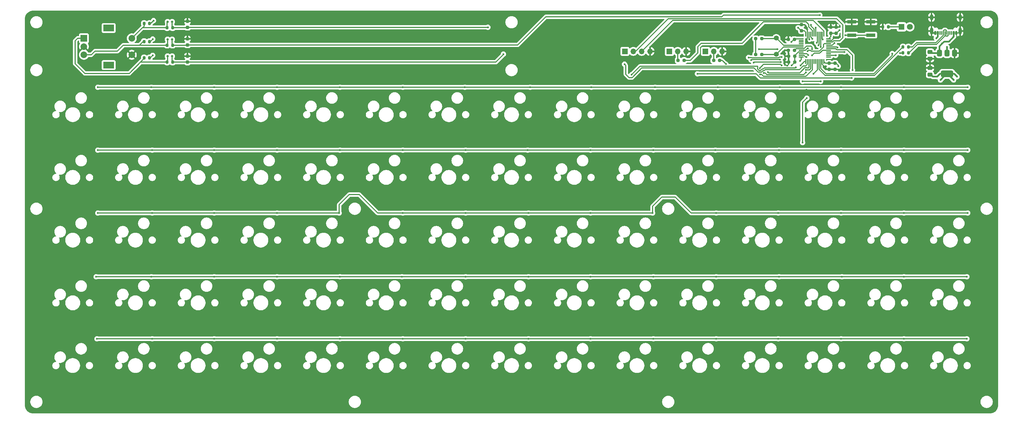
<source format=gbr>
%TF.GenerationSoftware,KiCad,Pcbnew,8.0.1*%
%TF.CreationDate,2024-06-12T21:18:41+02:00*%
%TF.ProjectId,Keyboard,4b657962-6f61-4726-942e-6b696361645f,rev?*%
%TF.SameCoordinates,Original*%
%TF.FileFunction,Copper,L1,Top*%
%TF.FilePolarity,Positive*%
%FSLAX46Y46*%
G04 Gerber Fmt 4.6, Leading zero omitted, Abs format (unit mm)*
G04 Created by KiCad (PCBNEW 8.0.1) date 2024-06-12 21:18:41*
%MOMM*%
%LPD*%
G01*
G04 APERTURE LIST*
G04 Aperture macros list*
%AMRoundRect*
0 Rectangle with rounded corners*
0 $1 Rounding radius*
0 $2 $3 $4 $5 $6 $7 $8 $9 X,Y pos of 4 corners*
0 Add a 4 corners polygon primitive as box body*
4,1,4,$2,$3,$4,$5,$6,$7,$8,$9,$2,$3,0*
0 Add four circle primitives for the rounded corners*
1,1,$1+$1,$2,$3*
1,1,$1+$1,$4,$5*
1,1,$1+$1,$6,$7*
1,1,$1+$1,$8,$9*
0 Add four rect primitives between the rounded corners*
20,1,$1+$1,$2,$3,$4,$5,0*
20,1,$1+$1,$4,$5,$6,$7,0*
20,1,$1+$1,$6,$7,$8,$9,0*
20,1,$1+$1,$8,$9,$2,$3,0*%
G04 Aperture macros list end*
%TA.AperFunction,ComponentPad*%
%ADD10R,1.700000X1.700000*%
%TD*%
%TA.AperFunction,ComponentPad*%
%ADD11O,1.700000X1.700000*%
%TD*%
%TA.AperFunction,SMDPad,CuDef*%
%ADD12RoundRect,0.237500X0.250000X0.237500X-0.250000X0.237500X-0.250000X-0.237500X0.250000X-0.237500X0*%
%TD*%
%TA.AperFunction,SMDPad,CuDef*%
%ADD13RoundRect,0.237500X0.237500X-0.250000X0.237500X0.250000X-0.237500X0.250000X-0.237500X-0.250000X0*%
%TD*%
%TA.AperFunction,SMDPad,CuDef*%
%ADD14RoundRect,0.075000X-0.662500X-0.075000X0.662500X-0.075000X0.662500X0.075000X-0.662500X0.075000X0*%
%TD*%
%TA.AperFunction,SMDPad,CuDef*%
%ADD15RoundRect,0.075000X-0.075000X-0.662500X0.075000X-0.662500X0.075000X0.662500X-0.075000X0.662500X0*%
%TD*%
%TA.AperFunction,SMDPad,CuDef*%
%ADD16RoundRect,0.200000X-0.200000X-0.275000X0.200000X-0.275000X0.200000X0.275000X-0.200000X0.275000X0*%
%TD*%
%TA.AperFunction,ComponentPad*%
%ADD17R,2.000000X2.000000*%
%TD*%
%TA.AperFunction,ComponentPad*%
%ADD18C,2.000000*%
%TD*%
%TA.AperFunction,ComponentPad*%
%ADD19R,3.200000X2.000000*%
%TD*%
%TA.AperFunction,SMDPad,CuDef*%
%ADD20RoundRect,0.375000X-0.375000X0.625000X-0.375000X-0.625000X0.375000X-0.625000X0.375000X0.625000X0*%
%TD*%
%TA.AperFunction,SMDPad,CuDef*%
%ADD21RoundRect,0.500000X-1.400000X0.500000X-1.400000X-0.500000X1.400000X-0.500000X1.400000X0.500000X0*%
%TD*%
%TA.AperFunction,SMDPad,CuDef*%
%ADD22RoundRect,0.150000X-0.150000X-0.200000X0.150000X-0.200000X0.150000X0.200000X-0.150000X0.200000X0*%
%TD*%
%TA.AperFunction,SMDPad,CuDef*%
%ADD23RoundRect,0.200000X0.200000X0.275000X-0.200000X0.275000X-0.200000X-0.275000X0.200000X-0.275000X0*%
%TD*%
%TA.AperFunction,SMDPad,CuDef*%
%ADD24RoundRect,0.237500X-0.250000X-0.237500X0.250000X-0.237500X0.250000X0.237500X-0.250000X0.237500X0*%
%TD*%
%TA.AperFunction,ComponentPad*%
%ADD25R,1.800000X1.800000*%
%TD*%
%TA.AperFunction,ComponentPad*%
%ADD26C,1.800000*%
%TD*%
%TA.AperFunction,ComponentPad*%
%ADD27C,1.500000*%
%TD*%
%TA.AperFunction,SMDPad,CuDef*%
%ADD28R,2.800000X1.000000*%
%TD*%
%TA.AperFunction,SMDPad,CuDef*%
%ADD29RoundRect,0.250000X0.475000X-0.337500X0.475000X0.337500X-0.475000X0.337500X-0.475000X-0.337500X0*%
%TD*%
%TA.AperFunction,SMDPad,CuDef*%
%ADD30RoundRect,0.237500X-0.237500X0.250000X-0.237500X-0.250000X0.237500X-0.250000X0.237500X0.250000X0*%
%TD*%
%TA.AperFunction,SMDPad,CuDef*%
%ADD31RoundRect,0.250000X-0.475000X0.337500X-0.475000X-0.337500X0.475000X-0.337500X0.475000X0.337500X0*%
%TD*%
%TA.AperFunction,SMDPad,CuDef*%
%ADD32RoundRect,0.150000X0.150000X0.425000X-0.150000X0.425000X-0.150000X-0.425000X0.150000X-0.425000X0*%
%TD*%
%TA.AperFunction,SMDPad,CuDef*%
%ADD33RoundRect,0.075000X0.075000X0.500000X-0.075000X0.500000X-0.075000X-0.500000X0.075000X-0.500000X0*%
%TD*%
%TA.AperFunction,ComponentPad*%
%ADD34O,1.000000X2.100000*%
%TD*%
%TA.AperFunction,ComponentPad*%
%ADD35O,1.000000X1.800000*%
%TD*%
%TA.AperFunction,ViaPad*%
%ADD36C,0.600000*%
%TD*%
%TA.AperFunction,Conductor*%
%ADD37C,0.300000*%
%TD*%
%TA.AperFunction,Conductor*%
%ADD38C,0.500000*%
%TD*%
G04 APERTURE END LIST*
D10*
%TO.P,J3,1,Pin_1*%
%TO.N,+3V3*%
X276771000Y-89821000D03*
D11*
%TO.P,J3,2,Pin_2*%
%TO.N,Net-(J3-Pin_2)*%
X279311000Y-89821000D03*
%TO.P,J3,3,Pin_3*%
%TO.N,GND*%
X281851000Y-89821000D03*
%TD*%
D10*
%TO.P,J2,1,Pin_1*%
%TO.N,+3V3*%
X265849000Y-89821000D03*
D11*
%TO.P,J2,2,Pin_2*%
%TO.N,Net-(J2-Pin_2)*%
X268389000Y-89821000D03*
%TO.P,J2,3,Pin_3*%
%TO.N,GND*%
X270929000Y-89821000D03*
%TD*%
D12*
%TO.P,R5,1*%
%TO.N,/Boot1*%
X281097500Y-92558000D03*
%TO.P,R5,2*%
%TO.N,Net-(J3-Pin_2)*%
X279272500Y-92558000D03*
%TD*%
D13*
%TO.P,C9,1*%
%TO.N,+3V3*%
X305867500Y-83576500D03*
%TO.P,C9,2*%
%TO.N,GND*%
X305867500Y-81751500D03*
%TD*%
%TO.P,C10,1*%
%TO.N,+3V3*%
X314757500Y-84338500D03*
%TO.P,C10,2*%
%TO.N,GND*%
X314757500Y-82513500D03*
%TD*%
D12*
%TO.P,C8,1*%
%TO.N,+3V3*%
X303732000Y-86220000D03*
%TO.P,C8,2*%
%TO.N,GND*%
X301907000Y-86220000D03*
%TD*%
D14*
%TO.P,U1,1,VBAT*%
%TO.N,+3V3*%
X305769000Y-86010000D03*
%TO.P,U1,2,PC13*%
%TO.N,unconnected-(U1-PC13-Pad2)*%
X305769000Y-86510000D03*
%TO.P,U1,3,PC14*%
%TO.N,unconnected-(U1-PC14-Pad3)*%
X305769000Y-87010000D03*
%TO.P,U1,4,PC15*%
%TO.N,unconnected-(U1-PC15-Pad4)*%
X305769000Y-87510000D03*
%TO.P,U1,5,PD0*%
%TO.N,Net-(U1-PD0)*%
X305769000Y-88010000D03*
%TO.P,U1,6,PD1*%
%TO.N,Net-(U1-PD1)*%
X305769000Y-88510000D03*
%TO.P,U1,7,NRST*%
%TO.N,/Reset*%
X305769000Y-89010000D03*
%TO.P,U1,8,VSSA*%
%TO.N,GND*%
X305769000Y-89510000D03*
%TO.P,U1,9,VDDA*%
%TO.N,+3V3*%
X305769000Y-90010000D03*
%TO.P,U1,10,PA0*%
%TO.N,/col0*%
X305769000Y-90510000D03*
%TO.P,U1,11,PA1*%
%TO.N,/col1*%
X305769000Y-91010000D03*
%TO.P,U1,12,PA2*%
%TO.N,/col2*%
X305769000Y-91510000D03*
D15*
%TO.P,U1,13,PA3*%
%TO.N,/col3*%
X307181500Y-92922500D03*
%TO.P,U1,14,PA4*%
%TO.N,/col4*%
X307681500Y-92922500D03*
%TO.P,U1,15,PA5*%
%TO.N,/col5*%
X308181500Y-92922500D03*
%TO.P,U1,16,PA6*%
%TO.N,/col6*%
X308681500Y-92922500D03*
%TO.P,U1,17,PA7*%
%TO.N,/col7*%
X309181500Y-92922500D03*
%TO.P,U1,18,PB0*%
%TO.N,unconnected-(U1-PB0-Pad18)*%
X309681500Y-92922500D03*
%TO.P,U1,19,PB1*%
%TO.N,unconnected-(U1-PB1-Pad19)*%
X310181500Y-92922500D03*
%TO.P,U1,20,PB2*%
%TO.N,/Boot1*%
X310681500Y-92922500D03*
%TO.P,U1,21,PB10*%
%TO.N,Net-(U1-PB10)*%
X311181500Y-92922500D03*
%TO.P,U1,22,PB11*%
%TO.N,Net-(U1-PB11)*%
X311681500Y-92922500D03*
%TO.P,U1,23,VSS*%
%TO.N,GND*%
X312181500Y-92922500D03*
%TO.P,U1,24,VDD*%
%TO.N,+3V3*%
X312681500Y-92922500D03*
D14*
%TO.P,U1,25,PB12*%
%TO.N,unconnected-(U1-PB12-Pad25)*%
X314094000Y-91510000D03*
%TO.P,U1,26,PB13*%
%TO.N,/rot_SW*%
X314094000Y-91010000D03*
%TO.P,U1,27,PB14*%
%TO.N,unconnected-(U1-PB14-Pad27)*%
X314094000Y-90510000D03*
%TO.P,U1,28,PB15*%
%TO.N,/col14*%
X314094000Y-90010000D03*
%TO.P,U1,29,PA8*%
%TO.N,/col8*%
X314094000Y-89510000D03*
%TO.P,U1,30,PA9*%
%TO.N,/col9*%
X314094000Y-89010000D03*
%TO.P,U1,31,PA10*%
%TO.N,/col10*%
X314094000Y-88510000D03*
%TO.P,U1,32,PA11*%
%TO.N,/col11*%
X314094000Y-88010000D03*
%TO.P,U1,33,PA12*%
%TO.N,/col12*%
X314094000Y-87510000D03*
%TO.P,U1,34,PA13*%
%TO.N,/SWDIO*%
X314094000Y-87010000D03*
%TO.P,U1,35,VSS*%
%TO.N,GND*%
X314094000Y-86510000D03*
%TO.P,U1,36,VDD*%
%TO.N,+3V3*%
X314094000Y-86010000D03*
D15*
%TO.P,U1,37,PA14*%
%TO.N,/SWDCLK*%
X312681500Y-84597500D03*
%TO.P,U1,38,PA15*%
%TO.N,/col13*%
X312181500Y-84597500D03*
%TO.P,U1,39,PB3*%
%TO.N,/row0*%
X311681500Y-84597500D03*
%TO.P,U1,40,PB4*%
%TO.N,/row1*%
X311181500Y-84597500D03*
%TO.P,U1,41,PB5*%
%TO.N,/row2*%
X310681500Y-84597500D03*
%TO.P,U1,42,PB6*%
%TO.N,/rot_B*%
X310181500Y-84597500D03*
%TO.P,U1,43,PB7*%
%TO.N,/rot_A*%
X309681500Y-84597500D03*
%TO.P,U1,44,BOOT0*%
%TO.N,/Boot0*%
X309181500Y-84597500D03*
%TO.P,U1,45,PB8*%
%TO.N,/row3*%
X308681500Y-84597500D03*
%TO.P,U1,46,PB9*%
%TO.N,/row4*%
X308181500Y-84597500D03*
%TO.P,U1,47,VSS*%
%TO.N,GND*%
X307681500Y-84597500D03*
%TO.P,U1,48,VDD*%
%TO.N,+3V3*%
X307181500Y-84597500D03*
%TD*%
D12*
%TO.P,C13,1*%
%TO.N,Net-(U1-PD1)*%
X293826000Y-90792000D03*
%TO.P,C13,2*%
%TO.N,Net-(C12-Pad1)*%
X292001000Y-90792000D03*
%TD*%
D13*
%TO.P,C7,1*%
%TO.N,+3V3*%
X316380000Y-84326500D03*
%TO.P,C7,2*%
%TO.N,GND*%
X316380000Y-82501500D03*
%TD*%
D16*
%TO.P,R21,1*%
%TO.N,Net-(D79-A)*%
X106640000Y-91796000D03*
%TO.P,R21,2*%
%TO.N,+3V3*%
X108290000Y-91796000D03*
%TD*%
D17*
%TO.P,SW77,A,A*%
%TO.N,Net-(D79-A)*%
X88404000Y-85867000D03*
D18*
%TO.P,SW77,B,B*%
%TO.N,Net-(D78-A)*%
X88404000Y-90867000D03*
%TO.P,SW77,C,C*%
%TO.N,GND*%
X88404000Y-88367000D03*
D19*
%TO.P,SW77,MP*%
%TO.N,N/C*%
X95904000Y-82767000D03*
X95904000Y-93967000D03*
D18*
%TO.P,SW77,S1,S1*%
%TO.N,GND*%
X102904000Y-90867000D03*
%TO.P,SW77,S2,S2*%
%TO.N,Net-(D77-A)*%
X102904000Y-85867000D03*
%TD*%
D20*
%TO.P,U2,1,GND*%
%TO.N,GND*%
X352300000Y-90350000D03*
%TO.P,U2,2,VO*%
%TO.N,+3V3*%
X350000000Y-90350000D03*
D21*
X350000000Y-96650000D03*
D20*
%TO.P,U2,3,VI*%
%TO.N,+5V*%
X347700000Y-90350000D03*
%TD*%
D13*
%TO.P,C15,1*%
%TO.N,/rot_B*%
X119784000Y-87882500D03*
%TO.P,C15,2*%
%TO.N,GND*%
X119784000Y-86057500D03*
%TD*%
D22*
%TO.P,D77,1,K*%
%TO.N,/rot_SW*%
X115150000Y-80874000D03*
%TO.P,D77,2,A*%
%TO.N,Net-(D77-A)*%
X113750000Y-80874000D03*
%TD*%
D23*
%TO.P,R1,1*%
%TO.N,/D-*%
X338287000Y-90272000D03*
%TO.P,R1,2*%
%TO.N,Net-(U1-PB11)*%
X336637000Y-90272000D03*
%TD*%
D24*
%TO.P,C12,1*%
%TO.N,Net-(C12-Pad1)*%
X292001000Y-85966000D03*
%TO.P,C12,2*%
%TO.N,Net-(U1-PD0)*%
X293826000Y-85966000D03*
%TD*%
D16*
%TO.P,R3,1*%
%TO.N,GND*%
X330541000Y-82398000D03*
%TO.P,R3,2*%
%TO.N,Net-(D76-K)*%
X332191000Y-82398000D03*
%TD*%
D13*
%TO.P,C16,1*%
%TO.N,/rot_SW*%
X119784000Y-82548500D03*
%TO.P,C16,2*%
%TO.N,GND*%
X119784000Y-80723500D03*
%TD*%
D25*
%TO.P,D76,1,K*%
%TO.N,Net-(D76-K)*%
X336187000Y-82398000D03*
D26*
%TO.P,D76,2,A*%
%TO.N,+3V3*%
X338727000Y-82398000D03*
%TD*%
D27*
%TO.P,Y1,1,1*%
%TO.N,Net-(U1-PD1)*%
X298247500Y-90702000D03*
%TO.P,Y1,2,2*%
%TO.N,Net-(U1-PD0)*%
X298247500Y-85822000D03*
%TD*%
D28*
%TO.P,SW76,1,1*%
%TO.N,GND*%
X321100000Y-80906000D03*
X326900000Y-80906000D03*
%TO.P,SW76,2,2*%
%TO.N,/Reset*%
X321100000Y-84906000D03*
X326900000Y-84906000D03*
%TD*%
D29*
%TO.P,C2,1*%
%TO.N,+3V3*%
X344828000Y-96897500D03*
%TO.P,C2,2*%
%TO.N,GND*%
X344828000Y-94822500D03*
%TD*%
D13*
%TO.P,C14,1*%
%TO.N,/rot_A*%
X119784000Y-93089500D03*
%TO.P,C14,2*%
%TO.N,GND*%
X119784000Y-91264500D03*
%TD*%
D30*
%TO.P,C11,1*%
%TO.N,+3V3*%
X316027500Y-93435500D03*
%TO.P,C11,2*%
%TO.N,GND*%
X316027500Y-95260500D03*
%TD*%
D12*
%TO.P,C5,1*%
%TO.N,+3V3*%
X303830500Y-93066000D03*
%TO.P,C5,2*%
%TO.N,GND*%
X302005500Y-93066000D03*
%TD*%
D16*
%TO.P,R26,1*%
%TO.N,Net-(D77-A)*%
X106640000Y-81382000D03*
%TO.P,R26,2*%
%TO.N,+3V3*%
X108290000Y-81382000D03*
%TD*%
D23*
%TO.P,R22,1*%
%TO.N,/rot_SW*%
X115275000Y-82652000D03*
%TO.P,R22,2*%
%TO.N,Net-(D77-A)*%
X113625000Y-82652000D03*
%TD*%
D22*
%TO.P,D79,1,K*%
%TO.N,/rot_A*%
X115150000Y-91288000D03*
%TO.P,D79,2,A*%
%TO.N,Net-(D79-A)*%
X113750000Y-91288000D03*
%TD*%
D30*
%TO.P,C6,1*%
%TO.N,+3V3*%
X314249500Y-93435500D03*
%TO.P,C6,2*%
%TO.N,GND*%
X314249500Y-95260500D03*
%TD*%
D22*
%TO.P,D78,1,K*%
%TO.N,/rot_B*%
X115150000Y-86208000D03*
%TO.P,D78,2,A*%
%TO.N,Net-(D78-A)*%
X113750000Y-86208000D03*
%TD*%
D12*
%TO.P,R4,1*%
%TO.N,/Boot0*%
X270302500Y-92558000D03*
%TO.P,R4,2*%
%TO.N,Net-(J2-Pin_2)*%
X268477500Y-92558000D03*
%TD*%
D16*
%TO.P,R25,1*%
%TO.N,Net-(D78-A)*%
X106640000Y-86843000D03*
%TO.P,R25,2*%
%TO.N,+3V3*%
X108290000Y-86843000D03*
%TD*%
D12*
%TO.P,C3,1*%
%TO.N,/Reset*%
X303732000Y-89522000D03*
%TO.P,C3,2*%
%TO.N,GND*%
X301907000Y-89522000D03*
%TD*%
D31*
%TO.P,C1,1*%
%TO.N,+5V*%
X344828000Y-89996500D03*
%TO.P,C1,2*%
%TO.N,GND*%
X344828000Y-92071500D03*
%TD*%
D32*
%TO.P,J1,A1,GND*%
%TO.N,GND*%
X352810000Y-84255000D03*
%TO.P,J1,A4,VBUS*%
%TO.N,+5V*%
X352010000Y-84255000D03*
D33*
%TO.P,J1,A5,CC1*%
%TO.N,unconnected-(J1-CC1-PadA5)*%
X350860000Y-84255000D03*
%TO.P,J1,A6,D+*%
%TO.N,/D+*%
X349860000Y-84255000D03*
%TO.P,J1,A7,D-*%
%TO.N,/D-*%
X349360000Y-84255000D03*
%TO.P,J1,A8*%
%TO.N,N/C*%
X348360000Y-84255000D03*
D32*
%TO.P,J1,A9,VBUS*%
%TO.N,+5V*%
X347210000Y-84255000D03*
%TO.P,J1,A12,GND*%
%TO.N,GND*%
X346410000Y-84255000D03*
%TO.P,J1,B1,GND*%
X346410000Y-84255000D03*
%TO.P,J1,B4,VBUS*%
%TO.N,+5V*%
X347210000Y-84255000D03*
D33*
%TO.P,J1,B5,CC2*%
%TO.N,unconnected-(J1-CC2-PadB5)*%
X347860000Y-84255000D03*
%TO.P,J1,B6,D+*%
%TO.N,/D+*%
X348860000Y-84255000D03*
%TO.P,J1,B7,D-*%
%TO.N,/D-*%
X350360000Y-84255000D03*
%TO.P,J1,B8*%
%TO.N,N/C*%
X351360000Y-84255000D03*
D32*
%TO.P,J1,B9,VBUS*%
%TO.N,+5V*%
X352010000Y-84255000D03*
%TO.P,J1,B12,GND*%
%TO.N,GND*%
X352810000Y-84255000D03*
D34*
%TO.P,J1,S1,SHIELD*%
X353930000Y-83680000D03*
D35*
X353930000Y-79500000D03*
D34*
X345290000Y-83680000D03*
D35*
X345290000Y-79500000D03*
%TD*%
D23*
%TO.P,R24,1*%
%TO.N,/rot_A*%
X115275000Y-93066000D03*
%TO.P,R24,2*%
%TO.N,Net-(D79-A)*%
X113625000Y-93066000D03*
%TD*%
%TO.P,R2,1*%
%TO.N,/D+*%
X338287000Y-88494000D03*
%TO.P,R2,2*%
%TO.N,Net-(U1-PB10)*%
X336637000Y-88494000D03*
%TD*%
%TO.P,R23,1*%
%TO.N,/rot_B*%
X115275000Y-87956000D03*
%TO.P,R23,2*%
%TO.N,Net-(D78-A)*%
X113625000Y-87956000D03*
%TD*%
D10*
%TO.P,J4,1,Pin_1*%
%TO.N,+3V3*%
X252382000Y-89821000D03*
D11*
%TO.P,J4,2,Pin_2*%
%TO.N,/SWDIO*%
X254922000Y-89821000D03*
%TO.P,J4,3,Pin_3*%
%TO.N,/SWDCLK*%
X257462000Y-89821000D03*
%TO.P,J4,4,Pin_4*%
%TO.N,GND*%
X260002000Y-89821000D03*
%TD*%
D12*
%TO.P,C4,1*%
%TO.N,+3V3*%
X303830500Y-91288000D03*
%TO.P,C4,2*%
%TO.N,GND*%
X302005500Y-91288000D03*
%TD*%
D36*
%TO.N,GND*%
X221975000Y-163951750D03*
X85975000Y-131951750D03*
X341975000Y-179951750D03*
X305077000Y-169012000D03*
X159535000Y-90526000D03*
X269975000Y-171951750D03*
X149975000Y-115951750D03*
X269975000Y-115951750D03*
X301975000Y-187951750D03*
X293975000Y-171951750D03*
X77975000Y-131951750D03*
X181975000Y-131951750D03*
X77975000Y-115951750D03*
X285975000Y-115951750D03*
X213975000Y-155951750D03*
X305077000Y-150851000D03*
X93975000Y-195951750D03*
X77975000Y-147951750D03*
X325975000Y-131951750D03*
X293975000Y-179951750D03*
X341975000Y-187951750D03*
X304823000Y-113005000D03*
X213975000Y-115951750D03*
X149975000Y-107951750D03*
X77975000Y-179951750D03*
X157975000Y-155951750D03*
X205975000Y-107951750D03*
X349975000Y-115951750D03*
X301975000Y-163951750D03*
X357975000Y-155951750D03*
X301975000Y-115951750D03*
X125975000Y-147951750D03*
X101975000Y-139951750D03*
X109975000Y-171951750D03*
X133975000Y-171951750D03*
X285975000Y-147951750D03*
X149975000Y-147951750D03*
X117975000Y-179951750D03*
X133975000Y-147951750D03*
X176172000Y-90526000D03*
X309975000Y-179951750D03*
X315364000Y-99543000D03*
X293975000Y-187951750D03*
X197975000Y-115951750D03*
X237975000Y-171951750D03*
X101975000Y-131951750D03*
X205975000Y-131951750D03*
X141975000Y-155951750D03*
X349975000Y-171951750D03*
X93975000Y-91951750D03*
X205975000Y-155951750D03*
X285975000Y-131951750D03*
X349975000Y-139951750D03*
X309975000Y-187951750D03*
X213975000Y-179951750D03*
X317975000Y-187951750D03*
X309975000Y-139951750D03*
X165975000Y-131951750D03*
X277975000Y-155951750D03*
X253975000Y-187951750D03*
X125975000Y-171951750D03*
X101975000Y-195951750D03*
X205975000Y-163951750D03*
X165975000Y-155951750D03*
X325975000Y-179951750D03*
X309975000Y-131951750D03*
X285975000Y-195951750D03*
X157975000Y-179951750D03*
X261975000Y-131951750D03*
X309975000Y-115951750D03*
X133975000Y-187951750D03*
X349975000Y-187951750D03*
X325975000Y-115951750D03*
X341975000Y-91951750D03*
X357975000Y-99951750D03*
X221975000Y-115951750D03*
X173975000Y-179951750D03*
X245975000Y-83951750D03*
X277975000Y-195951750D03*
X77975000Y-187951750D03*
X293975000Y-83951750D03*
X229975000Y-195951750D03*
X333975000Y-187951750D03*
X333975000Y-195951750D03*
X125975000Y-107951750D03*
X229975000Y-171951750D03*
X173975000Y-115951750D03*
X237975000Y-115951750D03*
X77975000Y-195951750D03*
X157975000Y-195951750D03*
X341975000Y-83951750D03*
X205975000Y-195951750D03*
X325975000Y-195951750D03*
X213975000Y-195951750D03*
X157975000Y-147951750D03*
X101975000Y-115951750D03*
X165975000Y-91951750D03*
X165975000Y-115951750D03*
X269975000Y-187951750D03*
X261975000Y-155951750D03*
X357975000Y-187951750D03*
X317523000Y-85446000D03*
X173975000Y-131951750D03*
X125975000Y-131951750D03*
X117975000Y-155951750D03*
X189975000Y-179951750D03*
X315745000Y-85700000D03*
X253975000Y-155951750D03*
X333975000Y-115951750D03*
X325975000Y-139951750D03*
X354330000Y-90424000D03*
X117975000Y-187951750D03*
X293975000Y-139951750D03*
X146327000Y-91542000D03*
X117975000Y-91951750D03*
X165975000Y-163951750D03*
X165975000Y-171951750D03*
X277975000Y-83951750D03*
X149975000Y-163951750D03*
X229975000Y-147951750D03*
X85975000Y-115951750D03*
X317975000Y-91951750D03*
X237975000Y-187951750D03*
X261975000Y-163951750D03*
X269975000Y-179951750D03*
X165975000Y-195951750D03*
X133975000Y-115951750D03*
X349975000Y-131951750D03*
X357975000Y-195951750D03*
X205975000Y-115951750D03*
X149975000Y-187951750D03*
X85975000Y-195951750D03*
X301975000Y-83951750D03*
X125975000Y-115951750D03*
X141975000Y-123951750D03*
X85975000Y-83951750D03*
X93975000Y-187951750D03*
X318666000Y-94209000D03*
X357975000Y-147951750D03*
X269975000Y-155951750D03*
X293975000Y-115951750D03*
X109975000Y-195951750D03*
X197975000Y-179951750D03*
X149975000Y-195951750D03*
X309975000Y-155951750D03*
X109975000Y-155951750D03*
X133975000Y-195951750D03*
X157975000Y-115951750D03*
X221975000Y-195951750D03*
X197975000Y-187951750D03*
X85975000Y-187951750D03*
X125975000Y-91951750D03*
X101975000Y-179951750D03*
X189975000Y-187951750D03*
X221975000Y-155951750D03*
X357975000Y-83951750D03*
X307363000Y-101448000D03*
X300251000Y-89891000D03*
X293975000Y-131951750D03*
X101975000Y-155951750D03*
X205975000Y-147951750D03*
X173975000Y-171951750D03*
X349975000Y-195951750D03*
X285975000Y-187951750D03*
X77975000Y-171951750D03*
X301975000Y-155951750D03*
X117975000Y-171951750D03*
X277975000Y-187951750D03*
X333975000Y-131951750D03*
X197975000Y-171951750D03*
X141975000Y-187951750D03*
X181975000Y-195951750D03*
X213975000Y-139951750D03*
X109975000Y-115951750D03*
X301975000Y-107951750D03*
X157975000Y-139951750D03*
X261975000Y-187951750D03*
X253975000Y-195951750D03*
X109975000Y-187951750D03*
X301975000Y-147951750D03*
X333975000Y-83951750D03*
X141975000Y-179951750D03*
X357975000Y-171951750D03*
X229975000Y-187951750D03*
X173975000Y-195951750D03*
X181975000Y-171951750D03*
X349975000Y-155951750D03*
X229975000Y-115951750D03*
X157975000Y-171951750D03*
X157975000Y-187951750D03*
X317975000Y-155951750D03*
X301975000Y-171951750D03*
X141975000Y-139951750D03*
X317975000Y-163951750D03*
X229975000Y-131951750D03*
X149975000Y-155951750D03*
X85975000Y-171951750D03*
X333975000Y-171951750D03*
X213975000Y-171951750D03*
X269975000Y-83951750D03*
X77975000Y-91951750D03*
X181975000Y-155951750D03*
X125975000Y-195951750D03*
X149975000Y-131951750D03*
X157975000Y-131951750D03*
X101975000Y-187951750D03*
X317975000Y-131951750D03*
X301975000Y-195951750D03*
X317975000Y-171951750D03*
X245975000Y-195951750D03*
X357975000Y-163951750D03*
X205975000Y-171951750D03*
X301975000Y-131951750D03*
X253975000Y-171951750D03*
X181975000Y-187951750D03*
X325975000Y-187951750D03*
X277975000Y-163951750D03*
X293975000Y-123951750D03*
X349975000Y-179951750D03*
X313205000Y-82144000D03*
X253975000Y-131951750D03*
X125975000Y-163951750D03*
X197975000Y-155951750D03*
X309975000Y-195951750D03*
X357975000Y-107951750D03*
X277975000Y-147951750D03*
X317975000Y-115951750D03*
X173975000Y-155951750D03*
X189975000Y-195951750D03*
X352298000Y-92456000D03*
X205975000Y-187951750D03*
X304950000Y-130531000D03*
X277975000Y-171951750D03*
X132865000Y-91796000D03*
X109975000Y-131951750D03*
X325975000Y-171951750D03*
X85975000Y-155951750D03*
X305204000Y-84938000D03*
X117975000Y-139951750D03*
X253975000Y-115951750D03*
X77975000Y-83951750D03*
X77975000Y-155951750D03*
X197975000Y-139951750D03*
X285975000Y-83951750D03*
X149975000Y-171951750D03*
X277975000Y-115951750D03*
X165975000Y-187951750D03*
X229975000Y-155951750D03*
X125975000Y-187951750D03*
X307617000Y-86843000D03*
X109975000Y-163951750D03*
X309975000Y-147951750D03*
X349975000Y-123951750D03*
X221975000Y-91951750D03*
X213975000Y-131951750D03*
X187475000Y-89510000D03*
X237975000Y-195951750D03*
X141975000Y-131951750D03*
X197975000Y-195951750D03*
X221975000Y-131951750D03*
X125975000Y-155951750D03*
X261975000Y-171951750D03*
X269975000Y-195951750D03*
X253975000Y-179951750D03*
X245975000Y-187951750D03*
X197975000Y-131951750D03*
X253975000Y-139951750D03*
X277975000Y-131951750D03*
X133975000Y-155951750D03*
X237975000Y-131951750D03*
X173975000Y-187951750D03*
X341975000Y-195951750D03*
X197975000Y-123951750D03*
X117975000Y-131951750D03*
X277975000Y-107951750D03*
X301521000Y-94202000D03*
X141975000Y-171951750D03*
X357975000Y-131951750D03*
X325975000Y-155951750D03*
X357975000Y-115951750D03*
X357975000Y-91951750D03*
X285975000Y-171951750D03*
X117975000Y-115951750D03*
X312697000Y-101575000D03*
X117975000Y-195951750D03*
X245975000Y-179951750D03*
X293975000Y-195951750D03*
X315491000Y-81001000D03*
X317975000Y-195951750D03*
X237975000Y-155951750D03*
X141975000Y-195951750D03*
X93975000Y-179951750D03*
X109975000Y-91951750D03*
X133975000Y-131951750D03*
X101975000Y-171951750D03*
X205975000Y-91951750D03*
X221975000Y-187951750D03*
X181975000Y-115951750D03*
X333975000Y-155951750D03*
X261975000Y-195951750D03*
X293975000Y-155951750D03*
X352298000Y-88392000D03*
X141975000Y-115951750D03*
X253975000Y-83951750D03*
X307818939Y-88875270D03*
X261975000Y-115951750D03*
X213975000Y-187951750D03*
X221975000Y-171951750D03*
%TO.N,+5V*%
X346733000Y-85827000D03*
X348500000Y-87500000D03*
%TO.N,+3V3*%
X109243000Y-91034000D03*
X302918000Y-94082000D03*
X352000000Y-98500000D03*
X317043500Y-94348000D03*
X304851500Y-82664000D03*
X317396000Y-83414000D03*
X353000000Y-97500000D03*
X109243000Y-86081000D03*
X350000000Y-88500000D03*
X347000000Y-97500000D03*
X302819500Y-86982000D03*
X348000000Y-98500000D03*
X109497000Y-80493000D03*
%TO.N,/col0*%
X307871000Y-90907000D03*
X298600000Y-89129000D03*
X293012000Y-89129000D03*
%TO.N,/col1*%
X307363000Y-91542000D03*
X289837000Y-91669000D03*
X299870000Y-91542000D03*
%TO.N,/col2*%
X305458000Y-92685000D03*
X299372133Y-92317024D03*
X290599000Y-92431000D03*
%TO.N,/col3*%
X291361000Y-93193000D03*
X299619816Y-93077719D03*
X305585000Y-94082000D03*
%TO.N,/col4*%
X252245000Y-93701000D03*
%TO.N,/col5*%
X295680438Y-96086254D03*
%TO.N,/col6*%
X307221000Y-95425997D03*
X299835000Y-94117000D03*
X293255947Y-94909000D03*
%TO.N,/col7*%
X293351743Y-96809000D03*
%TO.N,/col8*%
X304179240Y-94652000D03*
X309125880Y-91049120D03*
X254404000Y-96876000D03*
%TO.N,/col9*%
X274343000Y-96622000D03*
X321333000Y-95479000D03*
X321079000Y-97892000D03*
%TO.N,/col10*%
X294446117Y-96405837D03*
X316761000Y-88621000D03*
X307221000Y-96226000D03*
%TO.N,/col11*%
X315872000Y-87320760D03*
%TO.N,/col12*%
X307744000Y-89725003D03*
X306190000Y-98908000D03*
X311681500Y-98908000D03*
%TO.N,/col13*%
X312331500Y-86208000D03*
%TO.N,/col14*%
X318920000Y-90018000D03*
%TO.N,Net-(U1-PB11)*%
X333372321Y-90500321D03*
X335731120Y-90319120D03*
%TO.N,/Boot1*%
X309522000Y-96622000D03*
X282979000Y-93694000D03*
%TO.N,/row0*%
X92606000Y-100686000D03*
X203858000Y-100686000D03*
X108862000Y-100686000D03*
X223670000Y-100686000D03*
X280566000Y-100686000D03*
X261516000Y-100686000D03*
X317904000Y-100686000D03*
X166012000Y-100686000D03*
X356258000Y-100686000D03*
X311681500Y-88494000D03*
X242212000Y-100686000D03*
X299362000Y-100686000D03*
X185062000Y-100686000D03*
X146962000Y-100686000D03*
X336954000Y-100686000D03*
X127912000Y-100686000D03*
%TO.N,/row1*%
X261008000Y-119736000D03*
X92606000Y-119736000D03*
X166012000Y-119736000D03*
X356258000Y-119736000D03*
X109116000Y-119736000D03*
X146962000Y-119736000D03*
X279804000Y-119736000D03*
X317904000Y-119736000D03*
X241958000Y-119736000D03*
X222908000Y-119736000D03*
X299108000Y-119736000D03*
X336954000Y-119736000D03*
X127912000Y-119736000D03*
X204112000Y-119736000D03*
X311031500Y-87986000D03*
X185062000Y-119736000D03*
%TO.N,/row2*%
X204112000Y-138786000D03*
X260754000Y-138786000D03*
X317904000Y-138786000D03*
X223162000Y-138786000D03*
X146962000Y-138786000D03*
X92606000Y-138786000D03*
X241958000Y-138786000D03*
X109116000Y-138786000D03*
X298854000Y-138786000D03*
X127912000Y-138786000D03*
X336954000Y-138786000D03*
X280058000Y-138786000D03*
X185062000Y-138786000D03*
X165758000Y-138786000D03*
X310531500Y-87185998D03*
X356258000Y-138786000D03*
%TO.N,/row3*%
X356004000Y-158090000D03*
X204112000Y-158090000D03*
X261008000Y-158090000D03*
X92098000Y-158090000D03*
X127912000Y-158090000D03*
X108862000Y-158090000D03*
X146962000Y-158090000D03*
X280058000Y-158090000D03*
X223162000Y-158090000D03*
X309219620Y-86002380D03*
X184808000Y-158090000D03*
X307490000Y-103988000D03*
X299108000Y-158090000D03*
X241958000Y-158090000D03*
X336954000Y-158090000D03*
X306220000Y-117450000D03*
X166012000Y-158090000D03*
X318158000Y-158090000D03*
%TO.N,/row4*%
X280058000Y-176886000D03*
X92352000Y-176886000D03*
X146962000Y-176886000D03*
X185062000Y-176886000D03*
X317904000Y-176886000D03*
X127912000Y-176886000D03*
X308252000Y-86208000D03*
X336954000Y-176886000D03*
X241958000Y-176886000D03*
X356004000Y-176886000D03*
X223162000Y-176886000D03*
X166012000Y-176886000D03*
X298854000Y-176886000D03*
X261008000Y-176886000D03*
X109116000Y-176886000D03*
X204112000Y-176886000D03*
%TO.N,/Reset*%
X309126000Y-89144000D03*
X319206000Y-84906000D03*
%TO.N,/rot_B*%
X311427000Y-78842000D03*
X310157000Y-82652000D03*
%TO.N,/rot_SW*%
X210843000Y-82525000D03*
X316253000Y-91034000D03*
%TO.N,/rot_A*%
X215542000Y-90653000D03*
X308760000Y-81763000D03*
%TD*%
D37*
%TO.N,GND*%
X302005500Y-93066000D02*
X302005500Y-93717500D01*
X315745000Y-85821415D02*
X315745000Y-85700000D01*
X313678880Y-95260500D02*
X312181500Y-93763120D01*
X307602000Y-85938761D02*
X307602000Y-86828000D01*
X307681500Y-82678820D02*
X307681500Y-84597500D01*
X353355000Y-84255000D02*
X353930000Y-83680000D01*
X307818939Y-88875270D02*
X307674494Y-88875270D01*
X306754180Y-81751500D02*
X307681500Y-82678820D01*
X314094000Y-86510000D02*
X315056415Y-86510000D01*
X307602000Y-86828000D02*
X307617000Y-86843000D01*
X315056415Y-86510000D02*
X315745000Y-85821415D01*
X305867500Y-81751500D02*
X306754180Y-81751500D01*
X307039764Y-89510000D02*
X305769000Y-89510000D01*
X307674494Y-88875270D02*
X307039764Y-89510000D01*
X316027500Y-95260500D02*
X317614500Y-95260500D01*
X314249500Y-95260500D02*
X313678880Y-95260500D01*
X312181500Y-93763120D02*
X312181500Y-92922500D01*
X302005500Y-93717500D02*
X301521000Y-94202000D01*
X352810000Y-84255000D02*
X353355000Y-84255000D01*
X317614500Y-95260500D02*
X318666000Y-94209000D01*
X307681500Y-84597500D02*
X307681500Y-85859261D01*
X307681500Y-85859261D02*
X307602000Y-85938761D01*
D38*
%TO.N,+5V*%
X350543000Y-86843000D02*
X349157000Y-86843000D01*
X347700000Y-88300000D02*
X347700000Y-90350000D01*
X347210000Y-85350000D02*
X346733000Y-85827000D01*
X347210000Y-84255000D02*
X347210000Y-85350000D01*
X352010000Y-85376000D02*
X350543000Y-86843000D01*
X349157000Y-86843000D02*
X348500000Y-87500000D01*
X352010000Y-84255000D02*
X352010000Y-85376000D01*
X348500000Y-87500000D02*
X347700000Y-88300000D01*
X347700000Y-90350000D02*
X345181500Y-90350000D01*
X345181500Y-90350000D02*
X344828000Y-89996500D01*
D37*
%TO.N,+3V3*%
X314757500Y-84338500D02*
X314757500Y-85346500D01*
X305764000Y-83576500D02*
X304851500Y-82664000D01*
X316385000Y-93435500D02*
X316027500Y-93435500D01*
X108290000Y-91796000D02*
X108481000Y-91796000D01*
X316483500Y-84326500D02*
X317396000Y-83414000D01*
X108290000Y-81382000D02*
X108608000Y-81382000D01*
X108608000Y-81382000D02*
X109497000Y-80493000D01*
D38*
X352150000Y-96650000D02*
X353000000Y-97500000D01*
D37*
X306724250Y-83576500D02*
X307181500Y-84033750D01*
D38*
X350000000Y-96650000D02*
X350150000Y-96650000D01*
X349850000Y-96650000D02*
X348000000Y-98500000D01*
D37*
X108290000Y-81382000D02*
X108481000Y-81382000D01*
D38*
X345060500Y-96897500D02*
X345082000Y-96876000D01*
D37*
X108481000Y-91796000D02*
X109243000Y-91034000D01*
X305867500Y-83576500D02*
X305764000Y-83576500D01*
X314757500Y-85346500D02*
X314094000Y-86010000D01*
D38*
X347850000Y-96650000D02*
X347000000Y-97500000D01*
D37*
X314769500Y-84326500D02*
X314757500Y-84338500D01*
X303830500Y-91107880D02*
X304928380Y-90010000D01*
X108290000Y-86843000D02*
X108481000Y-86843000D01*
X108481000Y-86843000D02*
X109243000Y-86081000D01*
D38*
X344828000Y-96897500D02*
X345060500Y-96897500D01*
D37*
X317043500Y-94094000D02*
X316385000Y-93435500D01*
D38*
X350000000Y-96650000D02*
X347850000Y-96650000D01*
D37*
X317043500Y-94348000D02*
X317043500Y-94094000D01*
D38*
X350000000Y-96650000D02*
X352150000Y-96650000D01*
D37*
X303830500Y-93066000D02*
X303830500Y-91288000D01*
X316380000Y-84326500D02*
X314769500Y-84326500D01*
D38*
X350000000Y-96650000D02*
X349850000Y-96650000D01*
D37*
X305867500Y-83576500D02*
X306724250Y-83576500D01*
X307181500Y-84033750D02*
X307181500Y-84597500D01*
X314249500Y-93435500D02*
X313194500Y-93435500D01*
X303830500Y-93169500D02*
X302918000Y-94082000D01*
X303942000Y-86010000D02*
X305769000Y-86010000D01*
X303830500Y-93066000D02*
X303830500Y-93169500D01*
X316380000Y-84326500D02*
X316483500Y-84326500D01*
X304928380Y-90010000D02*
X305769000Y-90010000D01*
X316027500Y-93435500D02*
X314249500Y-93435500D01*
X303732000Y-86220000D02*
X303581500Y-86220000D01*
D38*
X345082000Y-96876000D02*
X345706000Y-97500000D01*
X350150000Y-96650000D02*
X352000000Y-98500000D01*
X350000000Y-90350000D02*
X350000000Y-88500000D01*
X345706000Y-97500000D02*
X347000000Y-97500000D01*
D37*
X303581500Y-86220000D02*
X302819500Y-86982000D01*
X303732000Y-86220000D02*
X303942000Y-86010000D01*
X313194500Y-93435500D02*
X312681500Y-92922500D01*
X303830500Y-91288000D02*
X303830500Y-91107880D01*
%TO.N,Net-(U1-PD0)*%
X298103500Y-85966000D02*
X298247500Y-85822000D01*
X300435500Y-88010000D02*
X298247500Y-85822000D01*
X305769000Y-88010000D02*
X300435500Y-88010000D01*
X293826000Y-85966000D02*
X298103500Y-85966000D01*
%TO.N,Net-(C12-Pad1)*%
X292001000Y-85966000D02*
X292001000Y-90792000D01*
%TO.N,Net-(U1-PD1)*%
X298157500Y-90792000D02*
X298247500Y-90702000D01*
X298157500Y-91300000D02*
X298247500Y-91210000D01*
X293826000Y-90792000D02*
X298157500Y-90792000D01*
X300439500Y-88510000D02*
X298247500Y-90702000D01*
X305769000Y-88510000D02*
X300439500Y-88510000D01*
%TO.N,/col0*%
X307474000Y-90510000D02*
X307871000Y-90907000D01*
X305769000Y-90510000D02*
X307474000Y-90510000D01*
X298600000Y-89129000D02*
X293012000Y-89129000D01*
X292885000Y-89256000D02*
X293012000Y-89129000D01*
%TO.N,/col1*%
X290891239Y-91804000D02*
X290756239Y-91669000D01*
X299235000Y-91542000D02*
X298973000Y-91804000D01*
X306609620Y-91010000D02*
X307141620Y-91542000D01*
X299870000Y-91542000D02*
X299235000Y-91542000D01*
X305769000Y-91010000D02*
X306609620Y-91010000D01*
X290756239Y-91669000D02*
X289837000Y-91669000D01*
X307141620Y-91542000D02*
X307363000Y-91542000D01*
X298973000Y-91804000D02*
X290891239Y-91804000D01*
%TO.N,/col2*%
X305769000Y-91510000D02*
X305769000Y-92374000D01*
X305769000Y-92374000D02*
X305458000Y-92685000D01*
X290726000Y-92304000D02*
X290599000Y-92431000D01*
X299372133Y-92317024D02*
X299359109Y-92304000D01*
X299359109Y-92304000D02*
X290726000Y-92304000D01*
%TO.N,/col3*%
X306744500Y-92922500D02*
X305585000Y-94082000D01*
X291488000Y-93066000D02*
X291361000Y-93193000D01*
X307181500Y-92922500D02*
X306744500Y-92922500D01*
X299608097Y-93066000D02*
X291488000Y-93066000D01*
X299619816Y-93077719D02*
X299608097Y-93066000D01*
%TO.N,/col4*%
X252626000Y-94082000D02*
X252626000Y-96749000D01*
X293753003Y-96109000D02*
X294163054Y-95698950D01*
X294163054Y-95698950D02*
X294515156Y-95698950D01*
X253642000Y-97765000D02*
X254531000Y-97765000D01*
X291493890Y-94844000D02*
X292758890Y-96109000D01*
X252245000Y-93701000D02*
X252626000Y-94082000D01*
X257452000Y-94844000D02*
X291493890Y-94844000D01*
X294515156Y-95698950D02*
X294827852Y-95386254D01*
X254531000Y-97765000D02*
X257452000Y-94844000D01*
X307168623Y-94275997D02*
X307681500Y-93763120D01*
X294827852Y-95386254D02*
X305296746Y-95386254D01*
X306407003Y-94275997D02*
X307168623Y-94275997D01*
X305296746Y-95386254D02*
X306407003Y-94275997D01*
X292758890Y-96109000D02*
X293753003Y-96109000D01*
X307681500Y-93763120D02*
X307681500Y-92922500D01*
X252626000Y-96749000D02*
X253642000Y-97765000D01*
%TO.N,/col5*%
X305331000Y-96368000D02*
X295962184Y-96368000D01*
X295962184Y-96368000D02*
X295680438Y-96086254D01*
X307998000Y-94844000D02*
X307558242Y-94844000D01*
X307558242Y-94844000D02*
X307490239Y-94775997D01*
X308181500Y-92922500D02*
X308181500Y-94660500D01*
X308181500Y-94660500D02*
X307998000Y-94844000D01*
X306923003Y-94775997D02*
X305331000Y-96368000D01*
X307490239Y-94775997D02*
X306923003Y-94775997D01*
%TO.N,/col6*%
X299490447Y-93772447D02*
X294392500Y-93772447D01*
X294392500Y-93772447D02*
X293255947Y-94909000D01*
X308681500Y-95049500D02*
X308681500Y-92922500D01*
X299835000Y-94117000D02*
X299490447Y-93772447D01*
X308305003Y-95425997D02*
X308681500Y-95049500D01*
X307221000Y-95425997D02*
X308305003Y-95425997D01*
%TO.N,/col7*%
X309181500Y-92922500D02*
X309181500Y-95438500D01*
X307241000Y-97379000D02*
X294354708Y-97379000D01*
X294354708Y-97379000D02*
X293784708Y-96809000D01*
X293784708Y-96809000D02*
X293351743Y-96809000D01*
X309181500Y-95438500D02*
X307241000Y-97379000D01*
%TO.N,/col8*%
X309784000Y-90391000D02*
X311410845Y-90391000D01*
X309125880Y-91049120D02*
X309784000Y-90391000D01*
X312291845Y-89510000D02*
X314094000Y-89510000D01*
X294655000Y-94852000D02*
X303979240Y-94852000D01*
X294308050Y-95198950D02*
X294655000Y-94852000D01*
X293545897Y-95609000D02*
X293955947Y-95198950D01*
X292555947Y-94344000D02*
X292555947Y-95198950D01*
X311410845Y-90391000D02*
X312291845Y-89510000D01*
X292555947Y-95198950D02*
X292965997Y-95609000D01*
X303979240Y-94852000D02*
X304179240Y-94652000D01*
X292965997Y-95609000D02*
X293545897Y-95609000D01*
X254404000Y-96876000D02*
X256936000Y-94344000D01*
X293955947Y-95198950D02*
X294308050Y-95198950D01*
X256936000Y-94344000D02*
X292555947Y-94344000D01*
%TO.N,/col9*%
X292174794Y-96622000D02*
X293444794Y-97892000D01*
X321333000Y-91034000D02*
X321333000Y-95479000D01*
X316588761Y-89368000D02*
X319667000Y-89368000D01*
X314094000Y-89010000D02*
X316230761Y-89010000D01*
X316230761Y-89010000D02*
X316588761Y-89368000D01*
X319667000Y-89368000D02*
X321333000Y-91034000D01*
X274343000Y-96622000D02*
X292174794Y-96622000D01*
X293444794Y-97892000D02*
X321079000Y-97892000D01*
%TO.N,/col10*%
X306568000Y-96879000D02*
X295355893Y-96879000D01*
X294882730Y-96405837D02*
X294446117Y-96405837D01*
X316650000Y-88510000D02*
X314094000Y-88510000D01*
X295355893Y-96879000D02*
X294882730Y-96405837D01*
X316761000Y-88621000D02*
X316650000Y-88510000D01*
X307221000Y-96226000D02*
X306568000Y-96879000D01*
%TO.N,/col11*%
X315872000Y-87320760D02*
X315182760Y-88010000D01*
X315182760Y-88010000D02*
X314094000Y-88010000D01*
%TO.N,/col12*%
X312570000Y-87732000D02*
X312570000Y-88524739D01*
X312792000Y-87510000D02*
X312570000Y-87732000D01*
X308572761Y-89510000D02*
X307959003Y-89510000D01*
X312570000Y-88524739D02*
X311300739Y-89794000D01*
X306190000Y-98908000D02*
X311681500Y-98908000D01*
X308856761Y-89794000D02*
X308572761Y-89510000D01*
X307959003Y-89510000D02*
X307744000Y-89725003D01*
X311300739Y-89794000D02*
X308856761Y-89794000D01*
X314094000Y-87510000D02*
X312792000Y-87510000D01*
%TO.N,/col13*%
X312331500Y-86208000D02*
X312181500Y-86058000D01*
X312181500Y-86058000D02*
X312181500Y-84597500D01*
%TO.N,/col14*%
X318920000Y-90018000D02*
X318912000Y-90010000D01*
X318912000Y-90010000D02*
X314094000Y-90010000D01*
%TO.N,Net-(D76-K)*%
X332191000Y-82398000D02*
X336187000Y-82398000D01*
%TO.N,/D-*%
X350360000Y-84994000D02*
X350360000Y-84255000D01*
X349360000Y-85140226D02*
X346768226Y-87732000D01*
X341049500Y-87732000D02*
X338509500Y-90272000D01*
X349618880Y-85192000D02*
X350162000Y-85192000D01*
X349360000Y-84255000D02*
X349360000Y-84933120D01*
X338509500Y-90272000D02*
X338287000Y-90272000D01*
X350162000Y-85192000D02*
X350360000Y-84994000D01*
X349360000Y-84933120D02*
X349618880Y-85192000D01*
X346768226Y-87732000D02*
X341049500Y-87732000D01*
X349360000Y-84255000D02*
X349360000Y-85140226D01*
%TO.N,/D+*%
X349613120Y-83330000D02*
X349860000Y-83576880D01*
X349860000Y-83576880D02*
X349860000Y-84255000D01*
X348860000Y-84933120D02*
X346569120Y-87224000D01*
X339494000Y-88494000D02*
X338287000Y-88494000D01*
X346569120Y-87224000D02*
X340764000Y-87224000D01*
X340764000Y-87224000D02*
X339494000Y-88494000D01*
X348860000Y-84255000D02*
X348860000Y-83576880D01*
X349106880Y-83330000D02*
X349613120Y-83330000D01*
X348860000Y-83576880D02*
X349106880Y-83330000D01*
X348860000Y-84255000D02*
X348860000Y-84933120D01*
%TO.N,Net-(J2-Pin_2)*%
X268389000Y-89821000D02*
X268389000Y-92469500D01*
X268374000Y-89836000D02*
X268389000Y-89821000D01*
X268389000Y-92469500D02*
X268477500Y-92558000D01*
%TO.N,Net-(J3-Pin_2)*%
X279311000Y-89821000D02*
X279311000Y-92519500D01*
X279311000Y-92519500D02*
X279272500Y-92558000D01*
%TO.N,Net-(U1-PB11)*%
X327801894Y-96622000D02*
X313332000Y-96622000D01*
X336589880Y-90319120D02*
X336637000Y-90272000D01*
X311681500Y-94971500D02*
X311681500Y-92922500D01*
X333372321Y-90500321D02*
X333372321Y-91051573D01*
X333372321Y-91051573D02*
X327801894Y-96622000D01*
X313332000Y-96622000D02*
X311681500Y-94971500D01*
X335731120Y-90319120D02*
X336589880Y-90319120D01*
%TO.N,Net-(U1-PB10)*%
X336637000Y-88494000D02*
X328001000Y-97130000D01*
X328001000Y-97130000D02*
X313078000Y-97130000D01*
X311181500Y-95233500D02*
X311181500Y-92922500D01*
X313078000Y-97130000D02*
X311181500Y-95233500D01*
%TO.N,/Boot0*%
X294369000Y-80914000D02*
X307276000Y-80914000D01*
X308110000Y-82400213D02*
X309181500Y-83471713D01*
X272184000Y-92558000D02*
X274470000Y-90272000D01*
X274470000Y-90272000D02*
X274470000Y-88367000D01*
X309181500Y-83471713D02*
X309181500Y-84597500D01*
X287932000Y-87351000D02*
X294369000Y-80914000D01*
X274470000Y-88367000D02*
X275486000Y-87351000D01*
X270302500Y-92558000D02*
X272184000Y-92558000D01*
X275486000Y-87351000D02*
X287932000Y-87351000D01*
X308110000Y-81748000D02*
X308110000Y-82400213D01*
X307276000Y-80914000D02*
X308110000Y-81748000D01*
%TO.N,/Boot1*%
X310681500Y-92922500D02*
X310681500Y-95462500D01*
X310681500Y-95462500D02*
X309522000Y-96622000D01*
X281843000Y-92558000D02*
X281097500Y-92558000D01*
X282979000Y-93694000D02*
X281843000Y-92558000D01*
%TO.N,/row0*%
X108862000Y-100686000D02*
X127912000Y-100686000D01*
X166012000Y-100686000D02*
X185062000Y-100686000D01*
X336954000Y-100686000D02*
X356258000Y-100686000D01*
X203858000Y-100686000D02*
X223670000Y-100686000D01*
X261516000Y-100686000D02*
X280566000Y-100686000D01*
X127912000Y-100686000D02*
X146962000Y-100686000D01*
X92606000Y-100686000D02*
X108862000Y-100686000D01*
X299362000Y-100686000D02*
X317904000Y-100686000D01*
X223670000Y-100686000D02*
X242212000Y-100686000D01*
X242212000Y-100686000D02*
X261516000Y-100686000D01*
X317904000Y-100686000D02*
X336954000Y-100686000D01*
X146962000Y-100686000D02*
X166012000Y-100686000D01*
X280566000Y-100686000D02*
X299362000Y-100686000D01*
X185062000Y-100686000D02*
X203858000Y-100686000D01*
X311681500Y-84597500D02*
X311681500Y-88494000D01*
%TO.N,/row1*%
X261008000Y-119736000D02*
X279804000Y-119736000D01*
X299108000Y-119736000D02*
X317904000Y-119736000D01*
X109116000Y-119736000D02*
X127912000Y-119736000D01*
X317904000Y-119736000D02*
X336954000Y-119736000D01*
X127912000Y-119736000D02*
X146962000Y-119736000D01*
X204112000Y-119736000D02*
X222908000Y-119736000D01*
X92606000Y-119736000D02*
X109116000Y-119736000D01*
X311031500Y-87986000D02*
X311181500Y-87836000D01*
X311181500Y-87836000D02*
X311181500Y-84597500D01*
X241958000Y-119736000D02*
X261008000Y-119736000D01*
X279804000Y-119736000D02*
X299108000Y-119736000D01*
X146962000Y-119736000D02*
X166012000Y-119736000D01*
X336954000Y-119736000D02*
X356258000Y-119736000D01*
X222908000Y-119736000D02*
X241958000Y-119736000D01*
X166012000Y-119736000D02*
X185062000Y-119736000D01*
X185062000Y-119736000D02*
X204112000Y-119736000D01*
%TO.N,/row2*%
X127912000Y-138786000D02*
X146962000Y-138786000D01*
X266596000Y-133960000D02*
X267612000Y-133960000D01*
X336954000Y-138786000D02*
X356258000Y-138786000D01*
X177442000Y-138786000D02*
X185062000Y-138786000D01*
X280058000Y-138786000D02*
X280820000Y-138786000D01*
X241958000Y-138786000D02*
X260754000Y-138786000D01*
X317904000Y-138786000D02*
X336954000Y-138786000D01*
X165758000Y-138786000D02*
X165758000Y-136246000D01*
X260754000Y-138786000D02*
X260754000Y-136754000D01*
X267612000Y-133960000D02*
X272438000Y-138786000D01*
X280820000Y-138786000D02*
X281328000Y-138786000D01*
X146962000Y-138786000D02*
X165758000Y-138786000D01*
X98448000Y-138786000D02*
X109116000Y-138786000D01*
X168806000Y-133198000D02*
X171854000Y-133198000D01*
X273200000Y-138786000D02*
X280058000Y-138786000D01*
X310531500Y-87185998D02*
X310681500Y-87035998D01*
X109116000Y-138786000D02*
X127912000Y-138786000D01*
X281328000Y-138786000D02*
X298854000Y-138786000D01*
X171854000Y-133198000D02*
X177442000Y-138786000D01*
X260754000Y-136754000D02*
X263548000Y-133960000D01*
X272438000Y-138786000D02*
X273200000Y-138786000D01*
X263548000Y-133960000D02*
X266596000Y-133960000D01*
X93114000Y-138786000D02*
X98448000Y-138786000D01*
X165758000Y-136246000D02*
X168806000Y-133198000D01*
X204112000Y-138786000D02*
X223162000Y-138786000D01*
X92606000Y-138786000D02*
X93114000Y-138786000D01*
X298854000Y-138786000D02*
X317904000Y-138786000D01*
X310681500Y-87035998D02*
X310681500Y-84597500D01*
X223162000Y-138786000D02*
X241958000Y-138786000D01*
X185062000Y-138786000D02*
X204112000Y-138786000D01*
%TO.N,/row3*%
X309219620Y-86002380D02*
X308681500Y-85464260D01*
X204112000Y-158090000D02*
X223162000Y-158090000D01*
X336954000Y-158090000D02*
X356004000Y-158090000D01*
X146962000Y-158090000D02*
X166012000Y-158090000D01*
X308681500Y-85464260D02*
X308681500Y-84597500D01*
X108862000Y-158090000D02*
X127912000Y-158090000D01*
X223162000Y-158090000D02*
X241958000Y-158090000D01*
X299108000Y-158090000D02*
X318158000Y-158090000D01*
X127912000Y-158090000D02*
X146962000Y-158090000D01*
X261008000Y-158090000D02*
X280058000Y-158090000D01*
X92098000Y-158090000D02*
X108862000Y-158090000D01*
X184808000Y-158090000D02*
X204112000Y-158090000D01*
X307490000Y-103988000D02*
X306220000Y-105258000D01*
X241958000Y-158090000D02*
X261008000Y-158090000D01*
X318158000Y-158090000D02*
X336954000Y-158090000D01*
X280058000Y-158090000D02*
X299108000Y-158090000D01*
X306220000Y-105258000D02*
X306220000Y-117450000D01*
X166012000Y-158090000D02*
X184808000Y-158090000D01*
%TO.N,/row4*%
X185062000Y-176886000D02*
X204112000Y-176886000D01*
X204112000Y-176886000D02*
X223162000Y-176886000D01*
X298854000Y-176886000D02*
X317904000Y-176886000D01*
X223162000Y-176886000D02*
X241958000Y-176886000D01*
X336954000Y-176886000D02*
X356004000Y-176886000D01*
X280058000Y-176886000D02*
X298854000Y-176886000D01*
X241958000Y-176886000D02*
X261008000Y-176886000D01*
X92352000Y-176886000D02*
X108100000Y-176886000D01*
X109116000Y-176886000D02*
X127912000Y-176886000D01*
X317904000Y-176886000D02*
X336954000Y-176886000D01*
X308252000Y-86208000D02*
X308181500Y-86137500D01*
X261008000Y-176886000D02*
X280058000Y-176886000D01*
X308181500Y-86137500D02*
X308181500Y-84597500D01*
X108100000Y-176886000D02*
X109116000Y-176886000D01*
X127912000Y-176886000D02*
X146962000Y-176886000D01*
X166012000Y-176886000D02*
X185062000Y-176886000D01*
X146962000Y-176886000D02*
X166012000Y-176886000D01*
%TO.N,/SWDIO*%
X315602761Y-86670760D02*
X315263521Y-87010000D01*
X318412000Y-81763000D02*
X318412000Y-85700000D01*
X316563000Y-79914000D02*
X318412000Y-81763000D01*
X317441240Y-86670760D02*
X315602761Y-86670760D01*
X255617000Y-89821000D02*
X265524000Y-79914000D01*
X265524000Y-79914000D02*
X316563000Y-79914000D01*
X318412000Y-85700000D02*
X317441240Y-86670760D01*
X315263521Y-87010000D02*
X314094000Y-87010000D01*
X254922000Y-89821000D02*
X255617000Y-89821000D01*
%TO.N,/SWDCLK*%
X257462000Y-89821000D02*
X266869000Y-80414000D01*
X312681500Y-83652500D02*
X312681500Y-84597500D01*
X266869000Y-80414000D02*
X309443000Y-80414000D01*
X309443000Y-80414000D02*
X312681500Y-83652500D01*
%TO.N,/Reset*%
X307403780Y-88225270D02*
X306619050Y-89010000D01*
X303732000Y-89522000D02*
X304244000Y-89010000D01*
X319174000Y-84938000D02*
X319206000Y-84906000D01*
X309126000Y-88606000D02*
X308745270Y-88225270D01*
X326900000Y-84906000D02*
X321100000Y-84906000D01*
X303732000Y-89522000D02*
X303581500Y-89522000D01*
X306619050Y-89010000D02*
X305769000Y-89010000D01*
X308745270Y-88225270D02*
X307403780Y-88225270D01*
X304244000Y-89010000D02*
X305769000Y-89010000D01*
X321100000Y-84906000D02*
X319206000Y-84906000D01*
X309126000Y-89144000D02*
X309126000Y-88606000D01*
%TO.N,/rot_B*%
X115150000Y-87831000D02*
X115275000Y-87956000D01*
X119710500Y-87956000D02*
X119784000Y-87882500D01*
X115275000Y-87956000D02*
X119710500Y-87956000D01*
X219836500Y-87882500D02*
X228369000Y-79350000D01*
X281709000Y-79350000D02*
X282217000Y-78842000D01*
X310157000Y-83033000D02*
X310181500Y-83057500D01*
X282217000Y-78842000D02*
X311427000Y-78842000D01*
X310157000Y-82652000D02*
X310157000Y-83033000D01*
X119784000Y-87882500D02*
X219836500Y-87882500D01*
X310181500Y-83057500D02*
X310181500Y-84097500D01*
X115150000Y-86208000D02*
X115150000Y-87831000D01*
X228369000Y-79350000D02*
X281709000Y-79350000D01*
%TO.N,/rot_SW*%
X115150000Y-80874000D02*
X115150000Y-82527000D01*
X119784000Y-82548500D02*
X210819500Y-82548500D01*
X314094000Y-91010000D02*
X316229000Y-91010000D01*
X119680500Y-82652000D02*
X119784000Y-82548500D01*
X115275000Y-82652000D02*
X119680500Y-82652000D01*
X115150000Y-82527000D02*
X115275000Y-82652000D01*
X210819500Y-82548500D02*
X210843000Y-82525000D01*
X316229000Y-91010000D02*
X316253000Y-91034000D01*
%TO.N,Net-(D77-A)*%
X113625000Y-80999000D02*
X113750000Y-80874000D01*
X106195000Y-82652000D02*
X113625000Y-82652000D01*
X106119000Y-82652000D02*
X106195000Y-82652000D01*
X113625000Y-82652000D02*
X113625000Y-80999000D01*
X106640000Y-82207000D02*
X106195000Y-82652000D01*
X106640000Y-81382000D02*
X106640000Y-82207000D01*
X102904000Y-85867000D02*
X106119000Y-82652000D01*
%TO.N,Net-(D78-A)*%
X113750000Y-87831000D02*
X113625000Y-87956000D01*
X105179000Y-87956000D02*
X113625000Y-87956000D01*
X90614000Y-90867000D02*
X91717000Y-89764000D01*
X98515000Y-89764000D02*
X100323000Y-87956000D01*
X100323000Y-87956000D02*
X105179000Y-87956000D01*
X88404000Y-90867000D02*
X90614000Y-90867000D01*
X91717000Y-89764000D02*
X98515000Y-89764000D01*
X106513000Y-86843000D02*
X106292000Y-86843000D01*
X113750000Y-86208000D02*
X113750000Y-87831000D01*
X106292000Y-86843000D02*
X105179000Y-87956000D01*
%TO.N,Net-(D79-A)*%
X85748000Y-86589000D02*
X85748000Y-93574000D01*
X106513000Y-91796000D02*
X106513000Y-92113000D01*
X113750000Y-91288000D02*
X113750000Y-92941000D01*
X102131000Y-96495000D02*
X105560000Y-93066000D01*
X85748000Y-93574000D02*
X88669000Y-96495000D01*
X88404000Y-85867000D02*
X86470000Y-85867000D01*
X88669000Y-96495000D02*
X102131000Y-96495000D01*
X105560000Y-93066000D02*
X113625000Y-93066000D01*
X106513000Y-92113000D02*
X105560000Y-93066000D01*
X113750000Y-92941000D02*
X113625000Y-93066000D01*
X86470000Y-85867000D02*
X85748000Y-86589000D01*
%TO.N,/rot_A*%
X309681500Y-83264607D02*
X309657000Y-83240107D01*
X115720000Y-93066000D02*
X115743500Y-93089500D01*
X115275000Y-93066000D02*
X115720000Y-93066000D01*
X213232500Y-93089500D02*
X215542000Y-90780000D01*
X309657000Y-83071239D02*
X308760000Y-82174239D01*
X309657000Y-83240107D02*
X309657000Y-83071239D01*
X215542000Y-90780000D02*
X215542000Y-90653000D01*
X115150000Y-92941000D02*
X115275000Y-93066000D01*
X309681500Y-84597500D02*
X309681500Y-83264607D01*
X115150000Y-91288000D02*
X115150000Y-92941000D01*
X115743500Y-93089500D02*
X119784000Y-93089500D01*
X119784000Y-93089500D02*
X213232500Y-93089500D01*
X308760000Y-82174239D02*
X308760000Y-81763000D01*
%TD*%
%TA.AperFunction,Conductor*%
%TO.N,GND*%
G36*
X319787190Y-90408720D02*
G01*
X319794629Y-90415575D01*
X320646181Y-91267127D01*
X320679666Y-91328450D01*
X320682500Y-91354808D01*
X320682500Y-94973931D01*
X320663494Y-95039903D01*
X320607211Y-95129477D01*
X320607209Y-95129481D01*
X320547633Y-95299737D01*
X320547630Y-95299750D01*
X320527435Y-95478996D01*
X320527435Y-95479003D01*
X320547630Y-95658249D01*
X320547631Y-95658254D01*
X320599521Y-95806545D01*
X320603082Y-95876324D01*
X320568353Y-95936952D01*
X320506360Y-95969179D01*
X320482479Y-95971500D01*
X317060896Y-95971500D01*
X316993857Y-95951815D01*
X316948102Y-95899011D01*
X316938158Y-95829853D01*
X316943190Y-95808496D01*
X316992180Y-95660651D01*
X317002499Y-95559654D01*
X317002500Y-95559641D01*
X317002500Y-95510500D01*
X313257329Y-95510500D01*
X313233827Y-95523332D01*
X313164136Y-95518345D01*
X313119792Y-95489846D01*
X312368319Y-94738373D01*
X312334834Y-94677050D01*
X312332000Y-94650692D01*
X312332000Y-94270722D01*
X312351685Y-94203683D01*
X312404489Y-94157928D01*
X312472185Y-94147783D01*
X312568780Y-94160500D01*
X312568787Y-94160500D01*
X312794213Y-94160500D01*
X312794220Y-94160500D01*
X312906736Y-94145687D01*
X313041905Y-94089697D01*
X313111371Y-94082229D01*
X313113547Y-94082642D01*
X313130428Y-94086000D01*
X313130431Y-94086000D01*
X313258569Y-94086000D01*
X313322729Y-94086000D01*
X313389768Y-94105685D01*
X313424367Y-94140929D01*
X313424679Y-94140683D01*
X313426971Y-94143582D01*
X313428266Y-94144901D01*
X313429160Y-94146350D01*
X313429161Y-94146351D01*
X313543482Y-94260672D01*
X313576967Y-94321995D01*
X313571983Y-94391687D01*
X313543483Y-94436034D01*
X313429552Y-94549965D01*
X313339051Y-94696688D01*
X313339046Y-94696699D01*
X313284819Y-94860347D01*
X313274500Y-94961345D01*
X313274500Y-95010500D01*
X316557530Y-95010500D01*
X316623502Y-95029506D01*
X316693977Y-95073789D01*
X316693980Y-95073789D01*
X316695961Y-95074483D01*
X316864237Y-95133366D01*
X316864243Y-95133367D01*
X316864245Y-95133368D01*
X316864246Y-95133368D01*
X316864250Y-95133369D01*
X317043496Y-95153565D01*
X317043500Y-95153565D01*
X317043504Y-95153565D01*
X317222749Y-95133369D01*
X317222752Y-95133368D01*
X317222755Y-95133368D01*
X317393022Y-95073789D01*
X317545762Y-94977816D01*
X317673316Y-94850262D01*
X317769289Y-94697522D01*
X317828868Y-94527255D01*
X317839146Y-94436034D01*
X317849065Y-94348003D01*
X317849065Y-94347996D01*
X317828869Y-94168750D01*
X317828868Y-94168745D01*
X317801798Y-94091383D01*
X317769289Y-93998478D01*
X317673316Y-93845738D01*
X317640453Y-93812875D01*
X317623910Y-93790568D01*
X317623352Y-93790941D01*
X317548775Y-93679328D01*
X317548772Y-93679325D01*
X317033877Y-93164431D01*
X317000392Y-93103108D01*
X316998200Y-93089350D01*
X316997012Y-93077722D01*
X316992674Y-93035247D01*
X316938408Y-92871484D01*
X316847840Y-92724650D01*
X316725850Y-92602660D01*
X316630330Y-92543743D01*
X316579018Y-92512093D01*
X316579013Y-92512091D01*
X316577569Y-92511612D01*
X316415253Y-92457826D01*
X316415251Y-92457825D01*
X316314178Y-92447500D01*
X315740830Y-92447500D01*
X315740812Y-92447501D01*
X315639747Y-92457825D01*
X315475984Y-92512092D01*
X315475981Y-92512093D01*
X315329148Y-92602661D01*
X315226181Y-92705629D01*
X315164858Y-92739114D01*
X315095166Y-92734130D01*
X315050819Y-92705629D01*
X314947851Y-92602661D01*
X314947850Y-92602660D01*
X314852330Y-92543743D01*
X314801018Y-92512093D01*
X314801013Y-92512091D01*
X314799569Y-92511612D01*
X314637253Y-92457826D01*
X314637251Y-92457825D01*
X314536178Y-92447500D01*
X313962830Y-92447500D01*
X313962812Y-92447501D01*
X313861747Y-92457825D01*
X313697984Y-92512092D01*
X313697981Y-92512093D01*
X313551148Y-92602661D01*
X313543681Y-92610129D01*
X313482358Y-92643614D01*
X313412666Y-92638630D01*
X313356733Y-92596758D01*
X313332316Y-92531294D01*
X313332000Y-92522448D01*
X313332000Y-92284500D01*
X313351685Y-92217461D01*
X313404489Y-92171706D01*
X313456000Y-92160500D01*
X314794213Y-92160500D01*
X314794220Y-92160500D01*
X314906736Y-92145687D01*
X315046733Y-92087698D01*
X315166951Y-91995451D01*
X315259198Y-91875233D01*
X315316437Y-91737047D01*
X315360278Y-91682644D01*
X315426572Y-91660579D01*
X315430998Y-91660500D01*
X315709737Y-91660500D01*
X315775708Y-91679505D01*
X315903478Y-91759789D01*
X316024479Y-91802129D01*
X316073745Y-91819368D01*
X316073750Y-91819369D01*
X316252996Y-91839565D01*
X316253000Y-91839565D01*
X316253004Y-91839565D01*
X316432249Y-91819369D01*
X316432252Y-91819368D01*
X316432255Y-91819368D01*
X316602522Y-91759789D01*
X316755262Y-91663816D01*
X316882816Y-91536262D01*
X316978789Y-91383522D01*
X317038368Y-91213255D01*
X317038369Y-91213249D01*
X317058565Y-91034003D01*
X317058565Y-91033996D01*
X317038369Y-90854750D01*
X317038368Y-90854745D01*
X317028119Y-90825455D01*
X317024558Y-90755676D01*
X317059287Y-90695048D01*
X317121280Y-90662821D01*
X317145161Y-90660500D01*
X318402200Y-90660500D01*
X318468172Y-90679506D01*
X318570477Y-90743789D01*
X318570481Y-90743790D01*
X318740737Y-90803366D01*
X318740743Y-90803367D01*
X318740745Y-90803368D01*
X318740746Y-90803368D01*
X318740750Y-90803369D01*
X318919996Y-90823565D01*
X318920000Y-90823565D01*
X318920004Y-90823565D01*
X319099249Y-90803369D01*
X319099252Y-90803368D01*
X319099255Y-90803368D01*
X319269522Y-90743789D01*
X319422262Y-90647816D01*
X319549816Y-90520262D01*
X319601955Y-90437282D01*
X319654289Y-90390993D01*
X319723342Y-90380344D01*
X319787190Y-90408720D01*
G37*
%TD.AperFunction*%
%TA.AperFunction,Conductor*%
G36*
X300862539Y-89180185D02*
G01*
X300908294Y-89232989D01*
X300916024Y-89268524D01*
X300919500Y-89272000D01*
X302033000Y-89272000D01*
X302100039Y-89291685D01*
X302145794Y-89344489D01*
X302157000Y-89396000D01*
X302157000Y-90270000D01*
X302167600Y-90280600D01*
X302198539Y-90289685D01*
X302244294Y-90342489D01*
X302255500Y-90394000D01*
X302255500Y-93192000D01*
X302235815Y-93259039D01*
X302183011Y-93304794D01*
X302131500Y-93316000D01*
X301018001Y-93316000D01*
X301018001Y-93352654D01*
X301028319Y-93453652D01*
X301082546Y-93617300D01*
X301082551Y-93617311D01*
X301173052Y-93764034D01*
X301173055Y-93764038D01*
X301294961Y-93885944D01*
X301294965Y-93885947D01*
X301434415Y-93971962D01*
X301481140Y-94023910D01*
X301492361Y-94092872D01*
X301464518Y-94156954D01*
X301406449Y-94195810D01*
X301369318Y-94201500D01*
X300760899Y-94201500D01*
X300693860Y-94181815D01*
X300648105Y-94129011D01*
X300637679Y-94091383D01*
X300620369Y-93937750D01*
X300620368Y-93937745D01*
X300605925Y-93896469D01*
X300560789Y-93767478D01*
X300558443Y-93763745D01*
X300506552Y-93681161D01*
X300464816Y-93614738D01*
X300382998Y-93532920D01*
X300349513Y-93471597D01*
X300353638Y-93404284D01*
X300405182Y-93256981D01*
X300405185Y-93256968D01*
X300425381Y-93077722D01*
X300425381Y-93077715D01*
X300405185Y-92898469D01*
X300405184Y-92898464D01*
X300404124Y-92895435D01*
X300376329Y-92816000D01*
X301018000Y-92816000D01*
X301755500Y-92816000D01*
X301755500Y-91538000D01*
X301018001Y-91538000D01*
X301018001Y-91574654D01*
X301028319Y-91675652D01*
X301082546Y-91839300D01*
X301082551Y-91839311D01*
X301173052Y-91986034D01*
X301173055Y-91986038D01*
X301276336Y-92089319D01*
X301309821Y-92150642D01*
X301304837Y-92220334D01*
X301276336Y-92264681D01*
X301173055Y-92367961D01*
X301173052Y-92367965D01*
X301082551Y-92514688D01*
X301082546Y-92514699D01*
X301028319Y-92678347D01*
X301018000Y-92779345D01*
X301018000Y-92816000D01*
X300376329Y-92816000D01*
X300345605Y-92728197D01*
X300343389Y-92724671D01*
X300249631Y-92575456D01*
X300201037Y-92526862D01*
X300167552Y-92465539D01*
X300165498Y-92425297D01*
X300166602Y-92415500D01*
X300173795Y-92351657D01*
X300200862Y-92287245D01*
X300231039Y-92260551D01*
X300372262Y-92171816D01*
X300499816Y-92044262D01*
X300595789Y-91891522D01*
X300655368Y-91721255D01*
X300655844Y-91717030D01*
X300675565Y-91542003D01*
X300675565Y-91541996D01*
X300655369Y-91362750D01*
X300655368Y-91362745D01*
X300652591Y-91354808D01*
X300595789Y-91192478D01*
X300594532Y-91190478D01*
X300540501Y-91104488D01*
X300499816Y-91039738D01*
X300372262Y-90912184D01*
X300353424Y-90900347D01*
X300219523Y-90816211D01*
X300049254Y-90756631D01*
X300049249Y-90756630D01*
X299870004Y-90736435D01*
X299869996Y-90736435D01*
X299690750Y-90756630D01*
X299690738Y-90756633D01*
X299663575Y-90766138D01*
X299593796Y-90769699D01*
X299533169Y-90734969D01*
X299500943Y-90672975D01*
X299499094Y-90659903D01*
X299499004Y-90658873D01*
X299483707Y-90484023D01*
X299481467Y-90475663D01*
X299483126Y-90405816D01*
X299513557Y-90355887D01*
X300097445Y-89772000D01*
X300919501Y-89772000D01*
X300919501Y-89808654D01*
X300929819Y-89909652D01*
X300984046Y-90073300D01*
X300984051Y-90073311D01*
X301074552Y-90220034D01*
X301074555Y-90220038D01*
X301196461Y-90341944D01*
X301196465Y-90341947D01*
X301201910Y-90345306D01*
X301248634Y-90397255D01*
X301259854Y-90466218D01*
X301232009Y-90530299D01*
X301224493Y-90538523D01*
X301173055Y-90589961D01*
X301173052Y-90589965D01*
X301082551Y-90736688D01*
X301082546Y-90736699D01*
X301028319Y-90900347D01*
X301018000Y-91001345D01*
X301018000Y-91038000D01*
X301755500Y-91038000D01*
X301755500Y-90540000D01*
X301744899Y-90529399D01*
X301713961Y-90520315D01*
X301668206Y-90467511D01*
X301657000Y-90416000D01*
X301657000Y-89772000D01*
X300919501Y-89772000D01*
X300097445Y-89772000D01*
X300672626Y-89196819D01*
X300733949Y-89163334D01*
X300760307Y-89160500D01*
X300795500Y-89160500D01*
X300862539Y-89180185D01*
G37*
%TD.AperFunction*%
%TA.AperFunction,Conductor*%
G36*
X290981938Y-85323522D02*
G01*
X291037871Y-85365394D01*
X291062288Y-85430858D01*
X291056310Y-85478708D01*
X291023326Y-85578247D01*
X291023325Y-85578248D01*
X291013000Y-85679315D01*
X291013000Y-86252669D01*
X291013001Y-86252687D01*
X291023325Y-86353752D01*
X291046319Y-86423142D01*
X291075291Y-86510573D01*
X291077592Y-86517515D01*
X291077593Y-86517518D01*
X291106957Y-86565125D01*
X291168160Y-86664350D01*
X291290150Y-86786340D01*
X291291598Y-86787233D01*
X291292382Y-86788104D01*
X291295817Y-86790821D01*
X291295352Y-86791407D01*
X291338321Y-86839180D01*
X291350500Y-86892771D01*
X291350500Y-89865228D01*
X291330815Y-89932267D01*
X291295569Y-89966867D01*
X291295816Y-89967179D01*
X291292915Y-89969472D01*
X291291600Y-89970764D01*
X291290154Y-89971655D01*
X291290153Y-89971656D01*
X291168159Y-90093651D01*
X291077593Y-90240481D01*
X291077591Y-90240486D01*
X291067811Y-90270000D01*
X291023326Y-90404247D01*
X291023326Y-90404248D01*
X291023325Y-90404248D01*
X291013000Y-90505315D01*
X291013000Y-90905734D01*
X290993315Y-90972773D01*
X290940511Y-91018528D01*
X290871353Y-91028472D01*
X290864809Y-91027351D01*
X290820312Y-91018500D01*
X290820308Y-91018500D01*
X290342068Y-91018500D01*
X290276096Y-90999494D01*
X290186522Y-90943210D01*
X290186518Y-90943209D01*
X290016262Y-90883633D01*
X290016249Y-90883630D01*
X289837004Y-90863435D01*
X289836996Y-90863435D01*
X289657750Y-90883630D01*
X289657745Y-90883631D01*
X289487476Y-90943211D01*
X289334737Y-91039184D01*
X289207184Y-91166737D01*
X289111211Y-91319476D01*
X289051631Y-91489745D01*
X289051630Y-91489750D01*
X289031435Y-91668996D01*
X289031435Y-91669003D01*
X289051630Y-91848249D01*
X289051631Y-91848254D01*
X289111211Y-92018523D01*
X289194536Y-92151133D01*
X289207184Y-92171262D01*
X289334738Y-92298816D01*
X289378133Y-92326083D01*
X289481721Y-92391172D01*
X289487478Y-92394789D01*
X289580235Y-92427246D01*
X289657745Y-92454368D01*
X289657749Y-92454369D01*
X289699580Y-92459082D01*
X289763994Y-92486148D01*
X289803549Y-92543743D01*
X289808917Y-92568417D01*
X289813630Y-92610249D01*
X289873210Y-92780521D01*
X289934049Y-92877345D01*
X289969184Y-92933262D01*
X290096738Y-93060816D01*
X290113239Y-93071184D01*
X290236295Y-93148506D01*
X290249478Y-93156789D01*
X290419745Y-93216368D01*
X290419749Y-93216369D01*
X290461580Y-93221082D01*
X290525994Y-93248148D01*
X290565549Y-93305743D01*
X290570917Y-93330417D01*
X290575630Y-93372249D01*
X290630320Y-93528546D01*
X290633881Y-93598325D01*
X290599152Y-93658952D01*
X290537158Y-93691179D01*
X290513278Y-93693500D01*
X283895322Y-93693500D01*
X283828283Y-93673815D01*
X283782528Y-93621011D01*
X283772102Y-93583383D01*
X283764369Y-93514750D01*
X283764368Y-93514748D01*
X283764368Y-93514745D01*
X283704789Y-93344478D01*
X283608816Y-93191738D01*
X283481262Y-93064184D01*
X283381207Y-93001315D01*
X283328521Y-92968210D01*
X283158255Y-92908632D01*
X283158246Y-92908630D01*
X283151012Y-92907815D01*
X283086600Y-92880744D01*
X283077223Y-92872277D01*
X282257674Y-92052727D01*
X282257673Y-92052726D01*
X282206484Y-92018523D01*
X282151127Y-91981535D01*
X282135432Y-91975034D01*
X282083481Y-91953515D01*
X282032744Y-91932499D01*
X282032742Y-91932498D01*
X282032741Y-91932498D01*
X282020219Y-91930007D01*
X281958308Y-91897620D01*
X281938874Y-91873486D01*
X281930340Y-91859650D01*
X281808351Y-91737661D01*
X281808350Y-91737660D01*
X281697039Y-91669003D01*
X281661518Y-91647093D01*
X281661513Y-91647091D01*
X281659497Y-91646423D01*
X281497753Y-91592826D01*
X281497751Y-91592825D01*
X281396678Y-91582500D01*
X280798330Y-91582500D01*
X280798312Y-91582501D01*
X280697247Y-91592825D01*
X280533484Y-91647092D01*
X280533481Y-91647093D01*
X280386651Y-91737659D01*
X280272681Y-91851629D01*
X280211358Y-91885113D01*
X280141666Y-91880129D01*
X280097319Y-91851628D01*
X279997819Y-91752128D01*
X279964334Y-91690805D01*
X279961500Y-91664447D01*
X279961500Y-91078722D01*
X279981185Y-91011683D01*
X280014377Y-90977147D01*
X280086407Y-90926711D01*
X280182401Y-90859495D01*
X280349495Y-90692401D01*
X280479730Y-90506405D01*
X280534307Y-90462781D01*
X280603805Y-90455587D01*
X280666160Y-90487110D01*
X280682879Y-90506405D01*
X280812890Y-90692078D01*
X280979917Y-90859105D01*
X281173421Y-90994600D01*
X281387507Y-91094429D01*
X281387516Y-91094433D01*
X281601000Y-91151634D01*
X281601000Y-90254012D01*
X281658007Y-90286925D01*
X281785174Y-90321000D01*
X281916826Y-90321000D01*
X282043993Y-90286925D01*
X282101000Y-90254012D01*
X282101000Y-91151633D01*
X282314483Y-91094433D01*
X282314492Y-91094429D01*
X282528578Y-90994600D01*
X282722082Y-90859105D01*
X282889105Y-90692082D01*
X283024600Y-90498578D01*
X283124429Y-90284492D01*
X283124432Y-90284486D01*
X283181636Y-90071000D01*
X282284012Y-90071000D01*
X282316925Y-90013993D01*
X282351000Y-89886826D01*
X282351000Y-89755174D01*
X282316925Y-89628007D01*
X282284012Y-89571000D01*
X283181636Y-89571000D01*
X283181635Y-89570999D01*
X283124432Y-89357513D01*
X283124429Y-89357507D01*
X283024600Y-89143422D01*
X283024599Y-89143420D01*
X282889113Y-88949926D01*
X282889108Y-88949920D01*
X282722082Y-88782894D01*
X282528578Y-88647399D01*
X282314492Y-88547570D01*
X282314486Y-88547567D01*
X282101000Y-88490364D01*
X282101000Y-89387988D01*
X282043993Y-89355075D01*
X281916826Y-89321000D01*
X281785174Y-89321000D01*
X281658007Y-89355075D01*
X281601000Y-89387988D01*
X281601000Y-88490364D01*
X281600999Y-88490364D01*
X281387513Y-88547567D01*
X281387507Y-88547570D01*
X281173422Y-88647399D01*
X281173420Y-88647400D01*
X280979926Y-88782886D01*
X280979920Y-88782891D01*
X280812891Y-88949920D01*
X280812890Y-88949922D01*
X280682880Y-89135595D01*
X280628303Y-89179219D01*
X280558804Y-89186412D01*
X280496450Y-89154890D01*
X280479730Y-89135594D01*
X280349494Y-88949597D01*
X280182402Y-88782506D01*
X280182395Y-88782501D01*
X280179597Y-88780542D01*
X280125264Y-88742497D01*
X279988834Y-88646967D01*
X279988830Y-88646965D01*
X279944267Y-88626185D01*
X279774663Y-88547097D01*
X279774659Y-88547096D01*
X279774655Y-88547094D01*
X279546413Y-88485938D01*
X279546403Y-88485936D01*
X279311001Y-88465341D01*
X279310999Y-88465341D01*
X279075596Y-88485936D01*
X279075586Y-88485938D01*
X278847344Y-88547094D01*
X278847335Y-88547098D01*
X278633171Y-88646964D01*
X278633169Y-88646965D01*
X278439600Y-88782503D01*
X278317673Y-88904430D01*
X278256350Y-88937914D01*
X278186658Y-88932930D01*
X278130725Y-88891058D01*
X278113810Y-88860081D01*
X278064797Y-88728671D01*
X278064793Y-88728664D01*
X277978547Y-88613455D01*
X277978544Y-88613452D01*
X277863335Y-88527206D01*
X277863328Y-88527202D01*
X277728482Y-88476908D01*
X277728483Y-88476908D01*
X277668883Y-88470501D01*
X277668881Y-88470500D01*
X277668873Y-88470500D01*
X277668864Y-88470500D01*
X275873129Y-88470500D01*
X275873123Y-88470501D01*
X275813516Y-88476908D01*
X275678671Y-88527202D01*
X275678664Y-88527206D01*
X275563455Y-88613452D01*
X275563452Y-88613455D01*
X275477206Y-88728664D01*
X275477202Y-88728671D01*
X275426908Y-88863517D01*
X275420501Y-88923116D01*
X275420500Y-88923135D01*
X275420500Y-90718870D01*
X275420501Y-90718876D01*
X275426908Y-90778483D01*
X275477202Y-90913328D01*
X275477206Y-90913335D01*
X275563452Y-91028544D01*
X275563455Y-91028547D01*
X275678664Y-91114793D01*
X275678671Y-91114797D01*
X275813517Y-91165091D01*
X275813516Y-91165091D01*
X275820444Y-91165835D01*
X275873127Y-91171500D01*
X277668872Y-91171499D01*
X277728483Y-91165091D01*
X277863331Y-91114796D01*
X277978546Y-91028546D01*
X278064796Y-90913331D01*
X278113810Y-90781916D01*
X278155681Y-90725984D01*
X278221145Y-90701566D01*
X278289418Y-90716417D01*
X278317673Y-90737569D01*
X278439597Y-90859493D01*
X278439603Y-90859498D01*
X278607623Y-90977147D01*
X278651248Y-91031724D01*
X278660500Y-91078722D01*
X278660500Y-91607481D01*
X278640815Y-91674520D01*
X278601598Y-91713019D01*
X278561650Y-91737659D01*
X278439661Y-91859648D01*
X278349093Y-92006481D01*
X278349091Y-92006486D01*
X278333770Y-92052723D01*
X278294826Y-92170247D01*
X278294826Y-92170248D01*
X278294825Y-92170248D01*
X278284500Y-92271315D01*
X278284500Y-92844669D01*
X278284501Y-92844687D01*
X278294825Y-92945752D01*
X278331109Y-93055249D01*
X278338556Y-93077722D01*
X278349092Y-93109515D01*
X278349093Y-93109518D01*
X278361071Y-93128937D01*
X278439660Y-93256350D01*
X278561650Y-93378340D01*
X278683914Y-93453753D01*
X278700464Y-93463961D01*
X278747188Y-93515909D01*
X278758410Y-93584872D01*
X278730567Y-93648954D01*
X278672498Y-93687810D01*
X278635367Y-93693500D01*
X270939633Y-93693500D01*
X270872594Y-93673815D01*
X270826839Y-93621011D01*
X270816895Y-93551853D01*
X270845920Y-93488297D01*
X270874536Y-93463961D01*
X270891086Y-93453753D01*
X271013350Y-93378340D01*
X271135340Y-93256350D01*
X271135341Y-93256347D01*
X271135344Y-93256345D01*
X271135945Y-93255586D01*
X271136489Y-93255200D01*
X271140447Y-93251243D01*
X271141123Y-93251919D01*
X271192968Y-93215211D01*
X271233208Y-93208500D01*
X272248071Y-93208500D01*
X272332615Y-93191682D01*
X272373744Y-93183501D01*
X272492127Y-93134465D01*
X272500402Y-93128935D01*
X272500409Y-93128933D01*
X272500409Y-93128932D01*
X272586835Y-93071184D01*
X272598669Y-93063277D01*
X274975276Y-90686669D01*
X275046465Y-90580127D01*
X275095501Y-90461744D01*
X275097372Y-90452335D01*
X275097373Y-90452335D01*
X275097373Y-90452331D01*
X275120500Y-90336069D01*
X275120500Y-88687808D01*
X275140185Y-88620769D01*
X275156819Y-88600127D01*
X275719127Y-88037819D01*
X275780450Y-88004334D01*
X275806808Y-88001500D01*
X287996071Y-88001500D01*
X288080615Y-87984682D01*
X288121744Y-87976501D01*
X288240127Y-87927465D01*
X288246968Y-87922893D01*
X288248691Y-87921743D01*
X288297679Y-87889010D01*
X288346669Y-87856277D01*
X290850923Y-85352023D01*
X290912246Y-85318538D01*
X290981938Y-85323522D01*
G37*
%TD.AperFunction*%
%TA.AperFunction,Conductor*%
G36*
X307415096Y-85839439D02*
G01*
X307467353Y-85885818D01*
X307486239Y-85953086D01*
X307479290Y-85992565D01*
X307466634Y-86028735D01*
X307466630Y-86028750D01*
X307446435Y-86207996D01*
X307446435Y-86208003D01*
X307466630Y-86387249D01*
X307466631Y-86387254D01*
X307526211Y-86557523D01*
X307612999Y-86695644D01*
X307622184Y-86710262D01*
X307749738Y-86837816D01*
X307819999Y-86881964D01*
X307898314Y-86931173D01*
X307902478Y-86933789D01*
X307974790Y-86959092D01*
X308072745Y-86993368D01*
X308072750Y-86993369D01*
X308251996Y-87013565D01*
X308252000Y-87013565D01*
X308252004Y-87013565D01*
X308431249Y-86993369D01*
X308431252Y-86993368D01*
X308431255Y-86993368D01*
X308601522Y-86933789D01*
X308754262Y-86837816D01*
X308810421Y-86781656D01*
X308871741Y-86748173D01*
X308939054Y-86752297D01*
X308961066Y-86760000D01*
X309040360Y-86787747D01*
X309040370Y-86787749D01*
X309219616Y-86807945D01*
X309219620Y-86807945D01*
X309219624Y-86807945D01*
X309398869Y-86787749D01*
X309398872Y-86787748D01*
X309398875Y-86787748D01*
X309569142Y-86728169D01*
X309573392Y-86725499D01*
X309620905Y-86695644D01*
X309688142Y-86676643D01*
X309754977Y-86697010D01*
X309800191Y-86750278D01*
X309809430Y-86819534D01*
X309803920Y-86841591D01*
X309746132Y-87006740D01*
X309746130Y-87006748D01*
X309725935Y-87185994D01*
X309725935Y-87186001D01*
X309746130Y-87365247D01*
X309746131Y-87365252D01*
X309805711Y-87535521D01*
X309875291Y-87646256D01*
X309901684Y-87688260D01*
X310029238Y-87815814D01*
X310161352Y-87898827D01*
X310169722Y-87904086D01*
X310216013Y-87956421D01*
X310226970Y-87995196D01*
X310246130Y-88165250D01*
X310246131Y-88165254D01*
X310305711Y-88335523D01*
X310380777Y-88454989D01*
X310401684Y-88488262D01*
X310529238Y-88615816D01*
X310681978Y-88711789D01*
X310852245Y-88771368D01*
X310856801Y-88771881D01*
X310921215Y-88798946D01*
X310951827Y-88837736D01*
X310952005Y-88837625D01*
X310953044Y-88839279D01*
X310954643Y-88841305D01*
X310955711Y-88843523D01*
X310985580Y-88891058D01*
X311022565Y-88949920D01*
X311024832Y-88953527D01*
X311043833Y-89020764D01*
X311023466Y-89087599D01*
X310970198Y-89132814D01*
X310919839Y-89143500D01*
X310042322Y-89143500D01*
X309975283Y-89123815D01*
X309929528Y-89071011D01*
X309919102Y-89033383D01*
X309911369Y-88964750D01*
X309911368Y-88964748D01*
X309911368Y-88964745D01*
X309851789Y-88794478D01*
X309846756Y-88786468D01*
X309795506Y-88704903D01*
X309776500Y-88638931D01*
X309776500Y-88541928D01*
X309751502Y-88416261D01*
X309751501Y-88416260D01*
X309751501Y-88416256D01*
X309720443Y-88341276D01*
X309702466Y-88297874D01*
X309660884Y-88235642D01*
X309631278Y-88191332D01*
X309631272Y-88191325D01*
X309159943Y-87719996D01*
X309159939Y-87719993D01*
X309053397Y-87648805D01*
X309047243Y-87646256D01*
X308935014Y-87599769D01*
X308935008Y-87599767D01*
X308809341Y-87574770D01*
X308809339Y-87574770D01*
X307339711Y-87574770D01*
X307339709Y-87574770D01*
X307214041Y-87599767D01*
X307214031Y-87599770D01*
X307178452Y-87614508D01*
X307108983Y-87621977D01*
X307046504Y-87590702D01*
X307010852Y-87530613D01*
X307007000Y-87499947D01*
X307007000Y-87397286D01*
X307007000Y-87397280D01*
X306992187Y-87284764D01*
X306992186Y-87284763D01*
X306991126Y-87276705D01*
X306994189Y-87276301D01*
X306994189Y-87243698D01*
X306991126Y-87243295D01*
X306993594Y-87224546D01*
X307007000Y-87122720D01*
X307007000Y-86897280D01*
X306992187Y-86784764D01*
X306992186Y-86784763D01*
X306991126Y-86776705D01*
X306994189Y-86776301D01*
X306994189Y-86743698D01*
X306991126Y-86743295D01*
X306993117Y-86728169D01*
X307007000Y-86622720D01*
X307007000Y-86397280D01*
X306992187Y-86284764D01*
X306992186Y-86284763D01*
X306991126Y-86276705D01*
X306994189Y-86276301D01*
X306994189Y-86243698D01*
X306991126Y-86243295D01*
X306995772Y-86208003D01*
X307007000Y-86122720D01*
X307007000Y-85959500D01*
X307026685Y-85892461D01*
X307079489Y-85846706D01*
X307131000Y-85835500D01*
X307294213Y-85835500D01*
X307294220Y-85835500D01*
X307346064Y-85828674D01*
X307415096Y-85839439D01*
G37*
%TD.AperFunction*%
%TA.AperFunction,Conductor*%
G36*
X307022231Y-81584185D02*
G01*
X307042873Y-81600819D01*
X307423181Y-81981127D01*
X307456666Y-82042450D01*
X307459500Y-82068808D01*
X307459500Y-82464282D01*
X307459500Y-82464284D01*
X307459499Y-82464284D01*
X307479726Y-82565963D01*
X307484499Y-82589957D01*
X307514847Y-82663224D01*
X307529355Y-82698250D01*
X307533535Y-82708340D01*
X307604723Y-82814882D01*
X307604726Y-82814886D01*
X307604727Y-82814887D01*
X307945461Y-83155620D01*
X307978946Y-83216943D01*
X307973962Y-83286634D01*
X307932091Y-83342568D01*
X307866626Y-83366985D01*
X307841595Y-83366240D01*
X307831500Y-83364911D01*
X307829345Y-83366801D01*
X307811815Y-83426502D01*
X307782987Y-83457838D01*
X307756986Y-83477789D01*
X307691819Y-83502984D01*
X307623374Y-83488946D01*
X307606015Y-83477790D01*
X307580012Y-83457838D01*
X307538810Y-83401410D01*
X307532620Y-83365894D01*
X307531498Y-83364910D01*
X307504737Y-83368434D01*
X307435702Y-83357668D01*
X307400872Y-83333176D01*
X307138924Y-83071227D01*
X307138923Y-83071226D01*
X307134372Y-83068185D01*
X307032377Y-83000035D01*
X306913994Y-82950999D01*
X306913988Y-82950997D01*
X306788321Y-82925999D01*
X306782259Y-82925403D01*
X306782539Y-82922555D01*
X306727232Y-82906315D01*
X306692632Y-82871070D01*
X306692321Y-82871317D01*
X306690028Y-82868417D01*
X306688733Y-82867098D01*
X306687840Y-82865650D01*
X306573517Y-82751327D01*
X306540032Y-82690004D01*
X306545016Y-82620312D01*
X306573517Y-82575964D01*
X306687448Y-82462033D01*
X306777948Y-82315311D01*
X306777953Y-82315300D01*
X306832180Y-82151652D01*
X306842499Y-82050654D01*
X306842500Y-82050641D01*
X306842500Y-82001500D01*
X305337470Y-82001500D01*
X305271498Y-81982494D01*
X305201022Y-81938210D01*
X305201018Y-81938209D01*
X305030762Y-81878633D01*
X305030749Y-81878630D01*
X304851504Y-81858435D01*
X304851496Y-81858435D01*
X304672250Y-81878630D01*
X304672245Y-81878631D01*
X304501976Y-81938211D01*
X304349237Y-82034184D01*
X304221684Y-82161737D01*
X304125711Y-82314476D01*
X304066131Y-82484745D01*
X304066130Y-82484750D01*
X304045935Y-82663996D01*
X304045935Y-82664003D01*
X304066130Y-82843249D01*
X304066131Y-82843254D01*
X304125711Y-83013523D01*
X304196376Y-83125985D01*
X304221684Y-83166262D01*
X304349238Y-83293816D01*
X304394387Y-83322185D01*
X304497152Y-83386757D01*
X304501978Y-83389789D01*
X304672245Y-83449368D01*
X304679474Y-83450182D01*
X304743888Y-83477246D01*
X304753276Y-83485722D01*
X304855681Y-83588127D01*
X304889166Y-83649450D01*
X304892000Y-83675807D01*
X304892000Y-83875668D01*
X304892001Y-83875687D01*
X304902325Y-83976752D01*
X304923834Y-84041659D01*
X304956592Y-84140516D01*
X305047160Y-84287350D01*
X305169150Y-84409340D01*
X305315984Y-84499908D01*
X305479747Y-84554174D01*
X305580823Y-84564500D01*
X306154176Y-84564499D01*
X306154184Y-84564498D01*
X306154187Y-84564498D01*
X306209530Y-84558844D01*
X306255253Y-84554174D01*
X306367997Y-84516813D01*
X306437824Y-84514412D01*
X306497866Y-84550143D01*
X306529059Y-84612664D01*
X306531000Y-84634520D01*
X306531000Y-85235500D01*
X306511315Y-85302539D01*
X306458511Y-85348294D01*
X306407000Y-85359500D01*
X304412907Y-85359500D01*
X304347811Y-85341039D01*
X304296016Y-85309092D01*
X304296017Y-85309092D01*
X304194446Y-85275435D01*
X304132253Y-85254826D01*
X304132251Y-85254825D01*
X304031178Y-85244500D01*
X303432830Y-85244500D01*
X303432812Y-85244501D01*
X303331747Y-85254825D01*
X303167984Y-85309092D01*
X303167981Y-85309093D01*
X303021151Y-85399659D01*
X302906827Y-85513983D01*
X302845504Y-85547467D01*
X302775812Y-85542483D01*
X302731465Y-85513982D01*
X302617538Y-85400055D01*
X302617534Y-85400052D01*
X302470811Y-85309551D01*
X302470800Y-85309546D01*
X302307152Y-85255319D01*
X302206154Y-85245000D01*
X302157000Y-85245000D01*
X302157000Y-86346000D01*
X302137315Y-86413039D01*
X302084511Y-86458794D01*
X302033000Y-86470000D01*
X300919501Y-86470000D01*
X300919501Y-86506654D01*
X300929819Y-86607652D01*
X300984046Y-86771300D01*
X300984051Y-86771311D01*
X301074552Y-86918034D01*
X301074555Y-86918038D01*
X301196461Y-87039944D01*
X301196465Y-87039947D01*
X301342400Y-87129962D01*
X301389125Y-87181910D01*
X301400346Y-87250872D01*
X301372503Y-87314954D01*
X301314434Y-87353810D01*
X301277303Y-87359500D01*
X300756308Y-87359500D01*
X300689269Y-87339815D01*
X300668627Y-87323181D01*
X299513560Y-86168114D01*
X299480075Y-86106791D01*
X299481466Y-86048339D01*
X299483707Y-86039977D01*
X299489829Y-85970000D01*
X300919500Y-85970000D01*
X301657000Y-85970000D01*
X301657000Y-85245000D01*
X301656999Y-85244999D01*
X301607861Y-85245000D01*
X301607843Y-85245001D01*
X301506847Y-85255319D01*
X301343199Y-85309546D01*
X301343188Y-85309551D01*
X301196465Y-85400052D01*
X301196461Y-85400055D01*
X301074555Y-85521961D01*
X301074552Y-85521965D01*
X300984051Y-85668688D01*
X300984046Y-85668699D01*
X300929819Y-85832347D01*
X300919500Y-85933345D01*
X300919500Y-85970000D01*
X299489829Y-85970000D01*
X299499941Y-85854415D01*
X299502777Y-85822002D01*
X299502777Y-85821997D01*
X299497203Y-85758291D01*
X299483707Y-85604023D01*
X299438220Y-85434262D01*
X299427077Y-85392677D01*
X299427076Y-85392676D01*
X299427075Y-85392670D01*
X299334602Y-85194362D01*
X299334600Y-85194359D01*
X299334599Y-85194357D01*
X299209099Y-85015124D01*
X299131935Y-84937960D01*
X299054377Y-84860402D01*
X298909933Y-84759261D01*
X298875138Y-84734897D01*
X298775984Y-84688661D01*
X298676830Y-84642425D01*
X298676826Y-84642424D01*
X298676822Y-84642422D01*
X298465477Y-84585793D01*
X298247502Y-84566723D01*
X298247498Y-84566723D01*
X298102182Y-84579436D01*
X298029523Y-84585793D01*
X298029520Y-84585793D01*
X297818177Y-84642422D01*
X297818168Y-84642426D01*
X297619861Y-84734898D01*
X297619857Y-84734900D01*
X297440621Y-84860402D01*
X297285902Y-85015121D01*
X297160399Y-85194359D01*
X297137295Y-85243906D01*
X297091122Y-85296345D01*
X297024913Y-85315500D01*
X294756708Y-85315500D01*
X294689669Y-85295815D01*
X294664084Y-85272619D01*
X294663947Y-85272757D01*
X294661147Y-85269957D01*
X294659445Y-85268414D01*
X294658844Y-85267654D01*
X294536851Y-85145661D01*
X294536850Y-85145660D01*
X294445629Y-85089395D01*
X294390018Y-85055093D01*
X294390013Y-85055091D01*
X294341852Y-85039132D01*
X294226253Y-85000826D01*
X294226251Y-85000825D01*
X294125178Y-84990500D01*
X293526830Y-84990500D01*
X293526812Y-84990501D01*
X293425747Y-85000825D01*
X293261984Y-85055092D01*
X293261981Y-85055093D01*
X293115148Y-85145661D01*
X293001181Y-85259629D01*
X292939858Y-85293114D01*
X292870166Y-85288130D01*
X292825819Y-85259629D01*
X292711851Y-85145661D01*
X292711850Y-85145660D01*
X292620629Y-85089395D01*
X292565018Y-85055093D01*
X292565013Y-85055091D01*
X292516852Y-85039132D01*
X292401253Y-85000826D01*
X292401251Y-85000825D01*
X292300178Y-84990500D01*
X291701830Y-84990500D01*
X291701812Y-84990501D01*
X291600747Y-85000825D01*
X291600744Y-85000826D01*
X291501208Y-85033810D01*
X291431380Y-85036212D01*
X291371338Y-85000480D01*
X291340145Y-84937960D01*
X291347706Y-84868500D01*
X291374523Y-84828423D01*
X294602127Y-81600819D01*
X294663450Y-81567334D01*
X294689808Y-81564500D01*
X306955192Y-81564500D01*
X307022231Y-81584185D01*
G37*
%TD.AperFunction*%
%TA.AperFunction,Conductor*%
G36*
X317726951Y-84223085D02*
G01*
X317759178Y-84285078D01*
X317761500Y-84308960D01*
X317761500Y-85379192D01*
X317741815Y-85446231D01*
X317725181Y-85466873D01*
X317208113Y-85983941D01*
X317146790Y-86017426D01*
X317120432Y-86020260D01*
X315538689Y-86020260D01*
X315480191Y-86031896D01*
X315410600Y-86025669D01*
X315355422Y-85982806D01*
X315332178Y-85916916D01*
X315332000Y-85910279D01*
X315332000Y-85897286D01*
X315331999Y-85897272D01*
X315329584Y-85878929D01*
X315317187Y-85784764D01*
X315315696Y-85781166D01*
X315315343Y-85777883D01*
X315315083Y-85776910D01*
X315315234Y-85776869D01*
X315308225Y-85711698D01*
X315327154Y-85664819D01*
X315333965Y-85654627D01*
X315348650Y-85619175D01*
X315353242Y-85608089D01*
X315353242Y-85608088D01*
X315354927Y-85604020D01*
X315383001Y-85536244D01*
X315399921Y-85451184D01*
X315408000Y-85410571D01*
X315408000Y-85269207D01*
X315427685Y-85202168D01*
X315450880Y-85176584D01*
X315450743Y-85176447D01*
X315453550Y-85173639D01*
X315455095Y-85171936D01*
X315455839Y-85171346D01*
X315455850Y-85171340D01*
X315487069Y-85140121D01*
X315548392Y-85106636D01*
X315618084Y-85111620D01*
X315662431Y-85140121D01*
X315681650Y-85159340D01*
X315828484Y-85249908D01*
X315992247Y-85304174D01*
X316093323Y-85314500D01*
X316666676Y-85314499D01*
X316666684Y-85314498D01*
X316666687Y-85314498D01*
X316722030Y-85308844D01*
X316767753Y-85304174D01*
X316931516Y-85249908D01*
X317078350Y-85159340D01*
X317200340Y-85037350D01*
X317290908Y-84890516D01*
X317345174Y-84726753D01*
X317355500Y-84625677D01*
X317355499Y-84425807D01*
X317375183Y-84358768D01*
X317391813Y-84338131D01*
X317494224Y-84235720D01*
X317555545Y-84202237D01*
X317568019Y-84200183D01*
X317575255Y-84199368D01*
X317575259Y-84199367D01*
X317596544Y-84191919D01*
X317666323Y-84188356D01*
X317726951Y-84223085D01*
G37*
%TD.AperFunction*%
%TA.AperFunction,Conductor*%
G36*
X316309231Y-80584185D02*
G01*
X316329873Y-80600819D01*
X317163155Y-81434101D01*
X317196640Y-81495424D01*
X317191656Y-81565116D01*
X317149784Y-81621049D01*
X317084320Y-81645466D01*
X317016047Y-81630614D01*
X317010377Y-81627321D01*
X316931305Y-81578548D01*
X316931300Y-81578546D01*
X316767652Y-81524319D01*
X316666654Y-81514000D01*
X316630000Y-81514000D01*
X316630000Y-82251500D01*
X317354999Y-82251500D01*
X317354999Y-82202360D01*
X317354998Y-82202345D01*
X317344680Y-82101347D01*
X317290453Y-81937699D01*
X317290448Y-81937688D01*
X317241679Y-81858622D01*
X317223238Y-81791230D01*
X317244160Y-81724566D01*
X317297802Y-81679797D01*
X317367133Y-81671135D01*
X317430140Y-81701331D01*
X317434898Y-81705844D01*
X317725181Y-81996127D01*
X317758666Y-82057450D01*
X317761500Y-82083808D01*
X317761500Y-82519039D01*
X317741815Y-82586078D01*
X317689011Y-82631833D01*
X317619853Y-82641777D01*
X317596548Y-82636081D01*
X317575264Y-82628634D01*
X317575249Y-82628630D01*
X317396004Y-82608435D01*
X317395996Y-82608435D01*
X317216750Y-82628630D01*
X317216737Y-82628633D01*
X317046481Y-82688209D01*
X317046477Y-82688210D01*
X316976002Y-82732494D01*
X316910030Y-82751500D01*
X315755282Y-82751500D01*
X315738496Y-82760666D01*
X315712138Y-82763500D01*
X313782501Y-82763500D01*
X313782501Y-82812654D01*
X313792819Y-82913652D01*
X313847046Y-83077300D01*
X313847051Y-83077311D01*
X313937552Y-83224034D01*
X313937555Y-83224038D01*
X314051482Y-83337965D01*
X314084967Y-83399288D01*
X314079983Y-83468980D01*
X314051483Y-83513327D01*
X313937159Y-83627651D01*
X313846593Y-83774481D01*
X313846591Y-83774486D01*
X313833208Y-83814873D01*
X313792326Y-83938247D01*
X313792326Y-83938248D01*
X313792325Y-83938248D01*
X313782000Y-84039315D01*
X313782000Y-84637669D01*
X313782001Y-84637687D01*
X313792325Y-84738752D01*
X313846592Y-84902515D01*
X313846593Y-84902518D01*
X313871080Y-84942217D01*
X313930857Y-85039132D01*
X313937161Y-85049351D01*
X313948251Y-85060441D01*
X313981736Y-85121764D01*
X313976752Y-85191456D01*
X313948251Y-85235803D01*
X313860873Y-85323181D01*
X313799550Y-85356666D01*
X313773192Y-85359500D01*
X313456000Y-85359500D01*
X313388961Y-85339815D01*
X313343206Y-85287011D01*
X313332000Y-85235500D01*
X313332000Y-83588428D01*
X313307002Y-83462761D01*
X313307001Y-83462760D01*
X313307001Y-83462756D01*
X313275521Y-83386756D01*
X313267332Y-83366985D01*
X313257969Y-83344381D01*
X313257968Y-83344380D01*
X313257966Y-83344374D01*
X313256759Y-83342568D01*
X313186778Y-83237832D01*
X313186772Y-83237825D01*
X312212447Y-82263500D01*
X313782500Y-82263500D01*
X314507500Y-82263500D01*
X315007500Y-82263500D01*
X315382218Y-82263500D01*
X315399004Y-82254334D01*
X315425362Y-82251500D01*
X316130000Y-82251500D01*
X316130000Y-81514000D01*
X316093361Y-81514000D01*
X316093343Y-81514001D01*
X315992347Y-81524319D01*
X315828699Y-81578546D01*
X315828688Y-81578551D01*
X315681965Y-81669052D01*
X315681961Y-81669055D01*
X315650431Y-81700586D01*
X315589108Y-81734071D01*
X315519416Y-81729087D01*
X315475069Y-81700586D01*
X315455538Y-81681055D01*
X315455534Y-81681052D01*
X315308811Y-81590551D01*
X315308800Y-81590546D01*
X315145152Y-81536319D01*
X315044154Y-81526000D01*
X315007500Y-81526000D01*
X315007500Y-82263500D01*
X314507500Y-82263500D01*
X314507500Y-81526000D01*
X314470861Y-81526000D01*
X314470843Y-81526001D01*
X314369847Y-81536319D01*
X314206199Y-81590546D01*
X314206188Y-81590551D01*
X314059465Y-81681052D01*
X314059461Y-81681055D01*
X313937555Y-81802961D01*
X313937552Y-81802965D01*
X313847051Y-81949688D01*
X313847046Y-81949699D01*
X313792819Y-82113347D01*
X313782500Y-82214345D01*
X313782500Y-82263500D01*
X312212447Y-82263500D01*
X310725127Y-80776181D01*
X310691642Y-80714858D01*
X310696626Y-80645166D01*
X310738498Y-80589233D01*
X310803962Y-80564816D01*
X310812808Y-80564500D01*
X316242192Y-80564500D01*
X316309231Y-80584185D01*
G37*
%TD.AperFunction*%
%TA.AperFunction,Conductor*%
G36*
X346359222Y-83636797D02*
G01*
X346360174Y-83635557D01*
X346362819Y-83637586D01*
X346363755Y-83638867D01*
X346365203Y-83639529D01*
X346371681Y-83645561D01*
X346372382Y-83646262D01*
X346370517Y-83648126D01*
X346404029Y-83694008D01*
X346410964Y-83745699D01*
X346409500Y-83764295D01*
X346409500Y-84381000D01*
X346389815Y-84448039D01*
X346337011Y-84493794D01*
X346285500Y-84505000D01*
X345691000Y-84505000D01*
X345623961Y-84485315D01*
X345578206Y-84432511D01*
X345567000Y-84381000D01*
X345567000Y-84350223D01*
X345569556Y-84345796D01*
X345590000Y-84269496D01*
X345590000Y-84059088D01*
X345639489Y-84016206D01*
X345691000Y-84005000D01*
X346160000Y-84005000D01*
X346160000Y-83733242D01*
X346179685Y-83666203D01*
X346232489Y-83620448D01*
X346301647Y-83610504D01*
X346359222Y-83636797D01*
G37*
%TD.AperFunction*%
%TA.AperFunction,Conductor*%
G36*
X363003736Y-77500726D02*
G01*
X363293796Y-77518271D01*
X363308659Y-77520076D01*
X363590798Y-77571780D01*
X363605335Y-77575363D01*
X363879172Y-77660695D01*
X363893163Y-77666000D01*
X364154743Y-77783727D01*
X364167989Y-77790680D01*
X364413465Y-77939075D01*
X364425776Y-77947573D01*
X364641025Y-78116209D01*
X364651573Y-78124473D01*
X364662781Y-78134403D01*
X364865596Y-78337218D01*
X364875526Y-78348426D01*
X364995481Y-78501538D01*
X365052422Y-78574217D01*
X365060926Y-78586537D01*
X365107259Y-78663181D01*
X365209316Y-78832004D01*
X365216275Y-78845263D01*
X365333997Y-79106831D01*
X365339306Y-79120832D01*
X365424635Y-79394663D01*
X365428219Y-79409201D01*
X365479923Y-79691340D01*
X365481728Y-79706205D01*
X365499274Y-79996263D01*
X365499500Y-80003750D01*
X365499500Y-196996249D01*
X365499274Y-197003736D01*
X365481728Y-197293794D01*
X365479923Y-197308659D01*
X365428219Y-197590798D01*
X365424635Y-197605336D01*
X365339306Y-197879167D01*
X365333997Y-197893168D01*
X365216275Y-198154736D01*
X365209316Y-198167995D01*
X365060928Y-198413459D01*
X365052422Y-198425782D01*
X364875526Y-198651573D01*
X364865596Y-198662781D01*
X364662781Y-198865596D01*
X364651573Y-198875526D01*
X364425782Y-199052422D01*
X364413459Y-199060928D01*
X364167995Y-199209316D01*
X364154736Y-199216275D01*
X363893168Y-199333997D01*
X363879167Y-199339306D01*
X363605336Y-199424635D01*
X363590798Y-199428219D01*
X363308659Y-199479923D01*
X363293794Y-199481728D01*
X363003736Y-199499274D01*
X362996249Y-199499500D01*
X73003751Y-199499500D01*
X72996264Y-199499274D01*
X72706205Y-199481728D01*
X72691340Y-199479923D01*
X72409201Y-199428219D01*
X72394663Y-199424635D01*
X72120832Y-199339306D01*
X72106831Y-199333997D01*
X71845263Y-199216275D01*
X71832004Y-199209316D01*
X71586540Y-199060928D01*
X71574217Y-199052422D01*
X71348426Y-198875526D01*
X71337218Y-198865596D01*
X71134403Y-198662781D01*
X71124473Y-198651573D01*
X70947573Y-198425776D01*
X70939075Y-198413465D01*
X70790680Y-198167989D01*
X70783727Y-198154743D01*
X70666000Y-197893163D01*
X70660693Y-197879167D01*
X70575364Y-197605336D01*
X70571780Y-197590798D01*
X70520076Y-197308659D01*
X70518271Y-197293794D01*
X70500726Y-197003736D01*
X70500500Y-196996249D01*
X70500500Y-196121288D01*
X72149500Y-196121288D01*
X72181161Y-196361785D01*
X72243947Y-196596104D01*
X72336773Y-196820205D01*
X72336776Y-196820212D01*
X72458064Y-197030289D01*
X72458066Y-197030292D01*
X72458067Y-197030293D01*
X72605733Y-197222736D01*
X72605739Y-197222743D01*
X72777256Y-197394260D01*
X72777262Y-197394265D01*
X72969711Y-197541936D01*
X73179788Y-197663224D01*
X73403900Y-197756054D01*
X73638211Y-197818838D01*
X73818586Y-197842584D01*
X73878711Y-197850500D01*
X73878712Y-197850500D01*
X74121289Y-197850500D01*
X74169388Y-197844167D01*
X74361789Y-197818838D01*
X74596100Y-197756054D01*
X74820212Y-197663224D01*
X75030289Y-197541936D01*
X75222738Y-197394265D01*
X75394265Y-197222738D01*
X75541936Y-197030289D01*
X75663224Y-196820212D01*
X75756054Y-196596100D01*
X75818838Y-196361789D01*
X75850500Y-196121288D01*
X168649500Y-196121288D01*
X168681161Y-196361785D01*
X168743947Y-196596104D01*
X168836773Y-196820205D01*
X168836776Y-196820212D01*
X168958064Y-197030289D01*
X168958066Y-197030292D01*
X168958067Y-197030293D01*
X169105733Y-197222736D01*
X169105739Y-197222743D01*
X169277256Y-197394260D01*
X169277262Y-197394265D01*
X169469711Y-197541936D01*
X169679788Y-197663224D01*
X169903900Y-197756054D01*
X170138211Y-197818838D01*
X170318586Y-197842584D01*
X170378711Y-197850500D01*
X170378712Y-197850500D01*
X170621289Y-197850500D01*
X170669388Y-197844167D01*
X170861789Y-197818838D01*
X171096100Y-197756054D01*
X171320212Y-197663224D01*
X171530289Y-197541936D01*
X171722738Y-197394265D01*
X171894265Y-197222738D01*
X172041936Y-197030289D01*
X172163224Y-196820212D01*
X172256054Y-196596100D01*
X172318838Y-196361789D01*
X172350500Y-196121288D01*
X263649500Y-196121288D01*
X263681161Y-196361785D01*
X263743947Y-196596104D01*
X263836773Y-196820205D01*
X263836776Y-196820212D01*
X263958064Y-197030289D01*
X263958066Y-197030292D01*
X263958067Y-197030293D01*
X264105733Y-197222736D01*
X264105739Y-197222743D01*
X264277256Y-197394260D01*
X264277262Y-197394265D01*
X264469711Y-197541936D01*
X264679788Y-197663224D01*
X264903900Y-197756054D01*
X265138211Y-197818838D01*
X265318586Y-197842584D01*
X265378711Y-197850500D01*
X265378712Y-197850500D01*
X265621289Y-197850500D01*
X265669388Y-197844167D01*
X265861789Y-197818838D01*
X266096100Y-197756054D01*
X266320212Y-197663224D01*
X266530289Y-197541936D01*
X266722738Y-197394265D01*
X266894265Y-197222738D01*
X267041936Y-197030289D01*
X267163224Y-196820212D01*
X267256054Y-196596100D01*
X267318838Y-196361789D01*
X267350500Y-196121288D01*
X360149500Y-196121288D01*
X360181161Y-196361785D01*
X360243947Y-196596104D01*
X360336773Y-196820205D01*
X360336776Y-196820212D01*
X360458064Y-197030289D01*
X360458066Y-197030292D01*
X360458067Y-197030293D01*
X360605733Y-197222736D01*
X360605739Y-197222743D01*
X360777256Y-197394260D01*
X360777262Y-197394265D01*
X360969711Y-197541936D01*
X361179788Y-197663224D01*
X361403900Y-197756054D01*
X361638211Y-197818838D01*
X361818586Y-197842584D01*
X361878711Y-197850500D01*
X361878712Y-197850500D01*
X362121289Y-197850500D01*
X362169388Y-197844167D01*
X362361789Y-197818838D01*
X362596100Y-197756054D01*
X362820212Y-197663224D01*
X363030289Y-197541936D01*
X363222738Y-197394265D01*
X363394265Y-197222738D01*
X363541936Y-197030289D01*
X363663224Y-196820212D01*
X363756054Y-196596100D01*
X363818838Y-196361789D01*
X363850500Y-196121288D01*
X363850500Y-195878712D01*
X363818838Y-195638211D01*
X363756054Y-195403900D01*
X363663224Y-195179788D01*
X363541936Y-194969711D01*
X363394265Y-194777262D01*
X363394260Y-194777256D01*
X363222743Y-194605739D01*
X363222736Y-194605733D01*
X363030293Y-194458067D01*
X363030292Y-194458066D01*
X363030289Y-194458064D01*
X362820212Y-194336776D01*
X362820205Y-194336773D01*
X362596104Y-194243947D01*
X362361785Y-194181161D01*
X362121289Y-194149500D01*
X362121288Y-194149500D01*
X361878712Y-194149500D01*
X361878711Y-194149500D01*
X361638214Y-194181161D01*
X361403895Y-194243947D01*
X361179794Y-194336773D01*
X361179785Y-194336777D01*
X360969706Y-194458067D01*
X360777263Y-194605733D01*
X360777256Y-194605739D01*
X360605739Y-194777256D01*
X360605733Y-194777263D01*
X360458067Y-194969706D01*
X360336777Y-195179785D01*
X360336773Y-195179794D01*
X360243947Y-195403895D01*
X360181161Y-195638214D01*
X360149500Y-195878711D01*
X360149500Y-196121288D01*
X267350500Y-196121288D01*
X267350500Y-195878712D01*
X267318838Y-195638211D01*
X267256054Y-195403900D01*
X267163224Y-195179788D01*
X267041936Y-194969711D01*
X266894265Y-194777262D01*
X266894260Y-194777256D01*
X266722743Y-194605739D01*
X266722736Y-194605733D01*
X266530293Y-194458067D01*
X266530292Y-194458066D01*
X266530289Y-194458064D01*
X266320212Y-194336776D01*
X266320205Y-194336773D01*
X266096104Y-194243947D01*
X265861785Y-194181161D01*
X265621289Y-194149500D01*
X265621288Y-194149500D01*
X265378712Y-194149500D01*
X265378711Y-194149500D01*
X265138214Y-194181161D01*
X264903895Y-194243947D01*
X264679794Y-194336773D01*
X264679785Y-194336777D01*
X264469706Y-194458067D01*
X264277263Y-194605733D01*
X264277256Y-194605739D01*
X264105739Y-194777256D01*
X264105733Y-194777263D01*
X263958067Y-194969706D01*
X263836777Y-195179785D01*
X263836773Y-195179794D01*
X263743947Y-195403895D01*
X263681161Y-195638214D01*
X263649500Y-195878711D01*
X263649500Y-196121288D01*
X172350500Y-196121288D01*
X172350500Y-195878712D01*
X172318838Y-195638211D01*
X172256054Y-195403900D01*
X172163224Y-195179788D01*
X172041936Y-194969711D01*
X171894265Y-194777262D01*
X171894260Y-194777256D01*
X171722743Y-194605739D01*
X171722736Y-194605733D01*
X171530293Y-194458067D01*
X171530292Y-194458066D01*
X171530289Y-194458064D01*
X171320212Y-194336776D01*
X171320205Y-194336773D01*
X171096104Y-194243947D01*
X170861785Y-194181161D01*
X170621289Y-194149500D01*
X170621288Y-194149500D01*
X170378712Y-194149500D01*
X170378711Y-194149500D01*
X170138214Y-194181161D01*
X169903895Y-194243947D01*
X169679794Y-194336773D01*
X169679785Y-194336777D01*
X169469706Y-194458067D01*
X169277263Y-194605733D01*
X169277256Y-194605739D01*
X169105739Y-194777256D01*
X169105733Y-194777263D01*
X168958067Y-194969706D01*
X168836777Y-195179785D01*
X168836773Y-195179794D01*
X168743947Y-195403895D01*
X168681161Y-195638214D01*
X168649500Y-195878711D01*
X168649500Y-196121288D01*
X75850500Y-196121288D01*
X75850500Y-195878712D01*
X75818838Y-195638211D01*
X75756054Y-195403900D01*
X75663224Y-195179788D01*
X75541936Y-194969711D01*
X75394265Y-194777262D01*
X75394260Y-194777256D01*
X75222743Y-194605739D01*
X75222736Y-194605733D01*
X75030293Y-194458067D01*
X75030292Y-194458066D01*
X75030289Y-194458064D01*
X74820212Y-194336776D01*
X74820205Y-194336773D01*
X74596104Y-194243947D01*
X74361785Y-194181161D01*
X74121289Y-194149500D01*
X74121288Y-194149500D01*
X73878712Y-194149500D01*
X73878711Y-194149500D01*
X73638214Y-194181161D01*
X73403895Y-194243947D01*
X73179794Y-194336773D01*
X73179785Y-194336777D01*
X72969706Y-194458067D01*
X72777263Y-194605733D01*
X72777256Y-194605739D01*
X72605739Y-194777256D01*
X72605733Y-194777263D01*
X72458067Y-194969706D01*
X72336777Y-195179785D01*
X72336773Y-195179794D01*
X72243947Y-195403895D01*
X72181161Y-195638214D01*
X72149500Y-195878711D01*
X72149500Y-196121288D01*
X70500500Y-196121288D01*
X70500500Y-185086687D01*
X78818600Y-185086687D01*
X78845720Y-185257913D01*
X78899290Y-185422788D01*
X78899291Y-185422791D01*
X78977998Y-185577260D01*
X79079899Y-185717514D01*
X79202486Y-185840101D01*
X79342740Y-185942002D01*
X79418502Y-185980604D01*
X79497208Y-186020708D01*
X79497211Y-186020709D01*
X79579648Y-186047494D01*
X79662088Y-186074280D01*
X79741391Y-186086840D01*
X79833313Y-186101400D01*
X79833318Y-186101400D01*
X80006687Y-186101400D01*
X80089695Y-186088252D01*
X80177912Y-186074280D01*
X80342791Y-186020708D01*
X80497260Y-185942002D01*
X80637514Y-185840101D01*
X80760101Y-185717514D01*
X80862002Y-185577260D01*
X80940708Y-185422791D01*
X80994280Y-185257912D01*
X81011831Y-185147099D01*
X82755600Y-185147099D01*
X82755601Y-185147116D01*
X82794001Y-185438796D01*
X82870152Y-185722994D01*
X82982734Y-185994794D01*
X82982742Y-185994810D01*
X83129840Y-186249589D01*
X83129851Y-186249605D01*
X83308948Y-186483009D01*
X83308954Y-186483016D01*
X83516983Y-186691045D01*
X83516989Y-186691050D01*
X83750403Y-186870155D01*
X83750410Y-186870159D01*
X84005189Y-187017257D01*
X84005205Y-187017265D01*
X84277005Y-187129847D01*
X84277007Y-187129847D01*
X84277013Y-187129850D01*
X84561200Y-187205998D01*
X84852894Y-187244400D01*
X84852901Y-187244400D01*
X85147099Y-187244400D01*
X85147106Y-187244400D01*
X85438800Y-187205998D01*
X85722987Y-187129850D01*
X85796318Y-187099475D01*
X85994794Y-187017265D01*
X85994797Y-187017263D01*
X85994803Y-187017261D01*
X86249597Y-186870155D01*
X86483011Y-186691050D01*
X86691050Y-186483011D01*
X86870155Y-186249597D01*
X87017261Y-185994803D01*
X87129850Y-185722987D01*
X87205998Y-185438800D01*
X87244400Y-185147106D01*
X87244400Y-185086687D01*
X88978600Y-185086687D01*
X89005720Y-185257913D01*
X89059290Y-185422788D01*
X89059291Y-185422791D01*
X89137998Y-185577260D01*
X89239899Y-185717514D01*
X89362486Y-185840101D01*
X89502740Y-185942002D01*
X89578502Y-185980604D01*
X89657208Y-186020708D01*
X89657211Y-186020709D01*
X89739648Y-186047494D01*
X89822088Y-186074280D01*
X89901391Y-186086840D01*
X89993313Y-186101400D01*
X89993318Y-186101400D01*
X90166687Y-186101400D01*
X90249695Y-186088252D01*
X90337912Y-186074280D01*
X90502791Y-186020708D01*
X90657260Y-185942002D01*
X90797514Y-185840101D01*
X90920101Y-185717514D01*
X91022002Y-185577260D01*
X91100708Y-185422791D01*
X91154280Y-185257912D01*
X91171831Y-185147099D01*
X91181400Y-185086687D01*
X97838600Y-185086687D01*
X97865720Y-185257913D01*
X97919290Y-185422788D01*
X97919291Y-185422791D01*
X97997998Y-185577260D01*
X98099899Y-185717514D01*
X98222486Y-185840101D01*
X98362740Y-185942002D01*
X98438502Y-185980604D01*
X98517208Y-186020708D01*
X98517211Y-186020709D01*
X98599648Y-186047494D01*
X98682088Y-186074280D01*
X98761391Y-186086840D01*
X98853313Y-186101400D01*
X98853318Y-186101400D01*
X99026687Y-186101400D01*
X99109695Y-186088252D01*
X99197912Y-186074280D01*
X99362791Y-186020708D01*
X99517260Y-185942002D01*
X99657514Y-185840101D01*
X99780101Y-185717514D01*
X99882002Y-185577260D01*
X99960708Y-185422791D01*
X100014280Y-185257912D01*
X100031831Y-185147099D01*
X101775600Y-185147099D01*
X101775601Y-185147116D01*
X101814001Y-185438796D01*
X101890152Y-185722994D01*
X102002734Y-185994794D01*
X102002742Y-185994810D01*
X102149840Y-186249589D01*
X102149851Y-186249605D01*
X102328948Y-186483009D01*
X102328954Y-186483016D01*
X102536983Y-186691045D01*
X102536989Y-186691050D01*
X102770403Y-186870155D01*
X102770410Y-186870159D01*
X103025189Y-187017257D01*
X103025205Y-187017265D01*
X103297005Y-187129847D01*
X103297007Y-187129847D01*
X103297013Y-187129850D01*
X103581200Y-187205998D01*
X103872894Y-187244400D01*
X103872901Y-187244400D01*
X104167099Y-187244400D01*
X104167106Y-187244400D01*
X104458800Y-187205998D01*
X104742987Y-187129850D01*
X104816318Y-187099475D01*
X105014794Y-187017265D01*
X105014797Y-187017263D01*
X105014803Y-187017261D01*
X105269597Y-186870155D01*
X105503011Y-186691050D01*
X105711050Y-186483011D01*
X105890155Y-186249597D01*
X106037261Y-185994803D01*
X106149850Y-185722987D01*
X106225998Y-185438800D01*
X106264400Y-185147106D01*
X106264400Y-185086687D01*
X107998600Y-185086687D01*
X108025720Y-185257913D01*
X108079290Y-185422788D01*
X108079291Y-185422791D01*
X108157998Y-185577260D01*
X108259899Y-185717514D01*
X108382486Y-185840101D01*
X108522740Y-185942002D01*
X108598502Y-185980604D01*
X108677208Y-186020708D01*
X108677211Y-186020709D01*
X108759648Y-186047494D01*
X108842088Y-186074280D01*
X108921391Y-186086840D01*
X109013313Y-186101400D01*
X109013318Y-186101400D01*
X109186687Y-186101400D01*
X109269695Y-186088252D01*
X109357912Y-186074280D01*
X109522791Y-186020708D01*
X109677260Y-185942002D01*
X109817514Y-185840101D01*
X109940101Y-185717514D01*
X110042002Y-185577260D01*
X110120708Y-185422791D01*
X110174280Y-185257912D01*
X110191831Y-185147099D01*
X110201400Y-185086687D01*
X116838600Y-185086687D01*
X116865720Y-185257913D01*
X116919290Y-185422788D01*
X116919291Y-185422791D01*
X116997998Y-185577260D01*
X117099899Y-185717514D01*
X117222486Y-185840101D01*
X117362740Y-185942002D01*
X117438502Y-185980604D01*
X117517208Y-186020708D01*
X117517211Y-186020709D01*
X117599648Y-186047494D01*
X117682088Y-186074280D01*
X117761391Y-186086840D01*
X117853313Y-186101400D01*
X117853318Y-186101400D01*
X118026687Y-186101400D01*
X118109695Y-186088252D01*
X118197912Y-186074280D01*
X118362791Y-186020708D01*
X118517260Y-185942002D01*
X118657514Y-185840101D01*
X118780101Y-185717514D01*
X118882002Y-185577260D01*
X118960708Y-185422791D01*
X119014280Y-185257912D01*
X119031831Y-185147099D01*
X120775600Y-185147099D01*
X120775601Y-185147116D01*
X120814001Y-185438796D01*
X120890152Y-185722994D01*
X121002734Y-185994794D01*
X121002742Y-185994810D01*
X121149840Y-186249589D01*
X121149851Y-186249605D01*
X121328948Y-186483009D01*
X121328954Y-186483016D01*
X121536983Y-186691045D01*
X121536989Y-186691050D01*
X121770403Y-186870155D01*
X121770410Y-186870159D01*
X122025189Y-187017257D01*
X122025205Y-187017265D01*
X122297005Y-187129847D01*
X122297007Y-187129847D01*
X122297013Y-187129850D01*
X122581200Y-187205998D01*
X122872894Y-187244400D01*
X122872901Y-187244400D01*
X123167099Y-187244400D01*
X123167106Y-187244400D01*
X123458800Y-187205998D01*
X123742987Y-187129850D01*
X123816318Y-187099475D01*
X124014794Y-187017265D01*
X124014797Y-187017263D01*
X124014803Y-187017261D01*
X124269597Y-186870155D01*
X124503011Y-186691050D01*
X124711050Y-186483011D01*
X124890155Y-186249597D01*
X125037261Y-185994803D01*
X125149850Y-185722987D01*
X125225998Y-185438800D01*
X125264400Y-185147106D01*
X125264400Y-185086687D01*
X126998600Y-185086687D01*
X127025720Y-185257913D01*
X127079290Y-185422788D01*
X127079291Y-185422791D01*
X127157998Y-185577260D01*
X127259899Y-185717514D01*
X127382486Y-185840101D01*
X127522740Y-185942002D01*
X127598502Y-185980604D01*
X127677208Y-186020708D01*
X127677211Y-186020709D01*
X127759648Y-186047494D01*
X127842088Y-186074280D01*
X127921391Y-186086840D01*
X128013313Y-186101400D01*
X128013318Y-186101400D01*
X128186687Y-186101400D01*
X128269695Y-186088252D01*
X128357912Y-186074280D01*
X128522791Y-186020708D01*
X128677260Y-185942002D01*
X128817514Y-185840101D01*
X128940101Y-185717514D01*
X129042002Y-185577260D01*
X129120708Y-185422791D01*
X129174280Y-185257912D01*
X129191831Y-185147099D01*
X129201400Y-185086687D01*
X135838600Y-185086687D01*
X135865720Y-185257913D01*
X135919290Y-185422788D01*
X135919291Y-185422791D01*
X135997998Y-185577260D01*
X136099899Y-185717514D01*
X136222486Y-185840101D01*
X136362740Y-185942002D01*
X136438502Y-185980604D01*
X136517208Y-186020708D01*
X136517211Y-186020709D01*
X136599648Y-186047494D01*
X136682088Y-186074280D01*
X136761391Y-186086840D01*
X136853313Y-186101400D01*
X136853318Y-186101400D01*
X137026687Y-186101400D01*
X137109695Y-186088252D01*
X137197912Y-186074280D01*
X137362791Y-186020708D01*
X137517260Y-185942002D01*
X137657514Y-185840101D01*
X137780101Y-185717514D01*
X137882002Y-185577260D01*
X137960708Y-185422791D01*
X138014280Y-185257912D01*
X138031831Y-185147099D01*
X139775600Y-185147099D01*
X139775601Y-185147116D01*
X139814001Y-185438796D01*
X139890152Y-185722994D01*
X140002734Y-185994794D01*
X140002742Y-185994810D01*
X140149840Y-186249589D01*
X140149851Y-186249605D01*
X140328948Y-186483009D01*
X140328954Y-186483016D01*
X140536983Y-186691045D01*
X140536989Y-186691050D01*
X140770403Y-186870155D01*
X140770410Y-186870159D01*
X141025189Y-187017257D01*
X141025205Y-187017265D01*
X141297005Y-187129847D01*
X141297007Y-187129847D01*
X141297013Y-187129850D01*
X141581200Y-187205998D01*
X141872894Y-187244400D01*
X141872901Y-187244400D01*
X142167099Y-187244400D01*
X142167106Y-187244400D01*
X142458800Y-187205998D01*
X142742987Y-187129850D01*
X142816318Y-187099475D01*
X143014794Y-187017265D01*
X143014797Y-187017263D01*
X143014803Y-187017261D01*
X143269597Y-186870155D01*
X143503011Y-186691050D01*
X143711050Y-186483011D01*
X143890155Y-186249597D01*
X144037261Y-185994803D01*
X144149850Y-185722987D01*
X144225998Y-185438800D01*
X144264400Y-185147106D01*
X144264400Y-185086687D01*
X145998600Y-185086687D01*
X146025720Y-185257913D01*
X146079290Y-185422788D01*
X146079291Y-185422791D01*
X146157998Y-185577260D01*
X146259899Y-185717514D01*
X146382486Y-185840101D01*
X146522740Y-185942002D01*
X146598502Y-185980604D01*
X146677208Y-186020708D01*
X146677211Y-186020709D01*
X146759648Y-186047494D01*
X146842088Y-186074280D01*
X146921391Y-186086840D01*
X147013313Y-186101400D01*
X147013318Y-186101400D01*
X147186687Y-186101400D01*
X147269695Y-186088252D01*
X147357912Y-186074280D01*
X147522791Y-186020708D01*
X147677260Y-185942002D01*
X147817514Y-185840101D01*
X147940101Y-185717514D01*
X148042002Y-185577260D01*
X148120708Y-185422791D01*
X148174280Y-185257912D01*
X148191831Y-185147099D01*
X148201400Y-185086687D01*
X154838600Y-185086687D01*
X154865720Y-185257913D01*
X154919290Y-185422788D01*
X154919291Y-185422791D01*
X154997998Y-185577260D01*
X155099899Y-185717514D01*
X155222486Y-185840101D01*
X155362740Y-185942002D01*
X155438502Y-185980604D01*
X155517208Y-186020708D01*
X155517211Y-186020709D01*
X155599648Y-186047494D01*
X155682088Y-186074280D01*
X155761391Y-186086840D01*
X155853313Y-186101400D01*
X155853318Y-186101400D01*
X156026687Y-186101400D01*
X156109695Y-186088252D01*
X156197912Y-186074280D01*
X156362791Y-186020708D01*
X156517260Y-185942002D01*
X156657514Y-185840101D01*
X156780101Y-185717514D01*
X156882002Y-185577260D01*
X156960708Y-185422791D01*
X157014280Y-185257912D01*
X157031831Y-185147099D01*
X158775600Y-185147099D01*
X158775601Y-185147116D01*
X158814001Y-185438796D01*
X158890152Y-185722994D01*
X159002734Y-185994794D01*
X159002742Y-185994810D01*
X159149840Y-186249589D01*
X159149851Y-186249605D01*
X159328948Y-186483009D01*
X159328954Y-186483016D01*
X159536983Y-186691045D01*
X159536989Y-186691050D01*
X159770403Y-186870155D01*
X159770410Y-186870159D01*
X160025189Y-187017257D01*
X160025205Y-187017265D01*
X160297005Y-187129847D01*
X160297007Y-187129847D01*
X160297013Y-187129850D01*
X160581200Y-187205998D01*
X160872894Y-187244400D01*
X160872901Y-187244400D01*
X161167099Y-187244400D01*
X161167106Y-187244400D01*
X161458800Y-187205998D01*
X161742987Y-187129850D01*
X161816318Y-187099475D01*
X162014794Y-187017265D01*
X162014797Y-187017263D01*
X162014803Y-187017261D01*
X162269597Y-186870155D01*
X162503011Y-186691050D01*
X162711050Y-186483011D01*
X162890155Y-186249597D01*
X163037261Y-185994803D01*
X163149850Y-185722987D01*
X163225998Y-185438800D01*
X163264400Y-185147106D01*
X163264400Y-185086687D01*
X164998600Y-185086687D01*
X165025720Y-185257913D01*
X165079290Y-185422788D01*
X165079291Y-185422791D01*
X165157998Y-185577260D01*
X165259899Y-185717514D01*
X165382486Y-185840101D01*
X165522740Y-185942002D01*
X165598502Y-185980604D01*
X165677208Y-186020708D01*
X165677211Y-186020709D01*
X165759648Y-186047494D01*
X165842088Y-186074280D01*
X165921391Y-186086840D01*
X166013313Y-186101400D01*
X166013318Y-186101400D01*
X166186687Y-186101400D01*
X166269695Y-186088252D01*
X166357912Y-186074280D01*
X166522791Y-186020708D01*
X166677260Y-185942002D01*
X166817514Y-185840101D01*
X166940101Y-185717514D01*
X167042002Y-185577260D01*
X167120708Y-185422791D01*
X167174280Y-185257912D01*
X167191831Y-185147099D01*
X167201400Y-185086687D01*
X173838600Y-185086687D01*
X173865720Y-185257913D01*
X173919290Y-185422788D01*
X173919291Y-185422791D01*
X173997998Y-185577260D01*
X174099899Y-185717514D01*
X174222486Y-185840101D01*
X174362740Y-185942002D01*
X174438502Y-185980604D01*
X174517208Y-186020708D01*
X174517211Y-186020709D01*
X174599648Y-186047494D01*
X174682088Y-186074280D01*
X174761391Y-186086840D01*
X174853313Y-186101400D01*
X174853318Y-186101400D01*
X175026687Y-186101400D01*
X175109695Y-186088252D01*
X175197912Y-186074280D01*
X175362791Y-186020708D01*
X175517260Y-185942002D01*
X175657514Y-185840101D01*
X175780101Y-185717514D01*
X175882002Y-185577260D01*
X175960708Y-185422791D01*
X176014280Y-185257912D01*
X176031831Y-185147099D01*
X177775600Y-185147099D01*
X177775601Y-185147116D01*
X177814001Y-185438796D01*
X177890152Y-185722994D01*
X178002734Y-185994794D01*
X178002742Y-185994810D01*
X178149840Y-186249589D01*
X178149851Y-186249605D01*
X178328948Y-186483009D01*
X178328954Y-186483016D01*
X178536983Y-186691045D01*
X178536989Y-186691050D01*
X178770403Y-186870155D01*
X178770410Y-186870159D01*
X179025189Y-187017257D01*
X179025205Y-187017265D01*
X179297005Y-187129847D01*
X179297007Y-187129847D01*
X179297013Y-187129850D01*
X179581200Y-187205998D01*
X179872894Y-187244400D01*
X179872901Y-187244400D01*
X180167099Y-187244400D01*
X180167106Y-187244400D01*
X180458800Y-187205998D01*
X180742987Y-187129850D01*
X180816318Y-187099475D01*
X181014794Y-187017265D01*
X181014797Y-187017263D01*
X181014803Y-187017261D01*
X181269597Y-186870155D01*
X181503011Y-186691050D01*
X181711050Y-186483011D01*
X181890155Y-186249597D01*
X182037261Y-185994803D01*
X182149850Y-185722987D01*
X182225998Y-185438800D01*
X182264400Y-185147106D01*
X182264400Y-185086687D01*
X183998600Y-185086687D01*
X184025720Y-185257913D01*
X184079290Y-185422788D01*
X184079291Y-185422791D01*
X184157998Y-185577260D01*
X184259899Y-185717514D01*
X184382486Y-185840101D01*
X184522740Y-185942002D01*
X184598502Y-185980604D01*
X184677208Y-186020708D01*
X184677211Y-186020709D01*
X184759648Y-186047494D01*
X184842088Y-186074280D01*
X184921391Y-186086840D01*
X185013313Y-186101400D01*
X185013318Y-186101400D01*
X185186687Y-186101400D01*
X185269695Y-186088252D01*
X185357912Y-186074280D01*
X185522791Y-186020708D01*
X185677260Y-185942002D01*
X185817514Y-185840101D01*
X185940101Y-185717514D01*
X186042002Y-185577260D01*
X186120708Y-185422791D01*
X186174280Y-185257912D01*
X186191831Y-185147099D01*
X186201400Y-185086687D01*
X192838600Y-185086687D01*
X192865720Y-185257913D01*
X192919290Y-185422788D01*
X192919291Y-185422791D01*
X192997998Y-185577260D01*
X193099899Y-185717514D01*
X193222486Y-185840101D01*
X193362740Y-185942002D01*
X193438502Y-185980604D01*
X193517208Y-186020708D01*
X193517211Y-186020709D01*
X193599648Y-186047494D01*
X193682088Y-186074280D01*
X193761391Y-186086840D01*
X193853313Y-186101400D01*
X193853318Y-186101400D01*
X194026687Y-186101400D01*
X194109695Y-186088252D01*
X194197912Y-186074280D01*
X194362791Y-186020708D01*
X194517260Y-185942002D01*
X194657514Y-185840101D01*
X194780101Y-185717514D01*
X194882002Y-185577260D01*
X194960708Y-185422791D01*
X195014280Y-185257912D01*
X195031831Y-185147099D01*
X196775600Y-185147099D01*
X196775601Y-185147116D01*
X196814001Y-185438796D01*
X196890152Y-185722994D01*
X197002734Y-185994794D01*
X197002742Y-185994810D01*
X197149840Y-186249589D01*
X197149851Y-186249605D01*
X197328948Y-186483009D01*
X197328954Y-186483016D01*
X197536983Y-186691045D01*
X197536989Y-186691050D01*
X197770403Y-186870155D01*
X197770410Y-186870159D01*
X198025189Y-187017257D01*
X198025205Y-187017265D01*
X198297005Y-187129847D01*
X198297007Y-187129847D01*
X198297013Y-187129850D01*
X198581200Y-187205998D01*
X198872894Y-187244400D01*
X198872901Y-187244400D01*
X199167099Y-187244400D01*
X199167106Y-187244400D01*
X199458800Y-187205998D01*
X199742987Y-187129850D01*
X199816318Y-187099475D01*
X200014794Y-187017265D01*
X200014797Y-187017263D01*
X200014803Y-187017261D01*
X200269597Y-186870155D01*
X200503011Y-186691050D01*
X200711050Y-186483011D01*
X200890155Y-186249597D01*
X201037261Y-185994803D01*
X201149850Y-185722987D01*
X201225998Y-185438800D01*
X201264400Y-185147106D01*
X201264400Y-185086687D01*
X202998600Y-185086687D01*
X203025720Y-185257913D01*
X203079290Y-185422788D01*
X203079291Y-185422791D01*
X203157998Y-185577260D01*
X203259899Y-185717514D01*
X203382486Y-185840101D01*
X203522740Y-185942002D01*
X203598502Y-185980604D01*
X203677208Y-186020708D01*
X203677211Y-186020709D01*
X203759648Y-186047494D01*
X203842088Y-186074280D01*
X203921391Y-186086840D01*
X204013313Y-186101400D01*
X204013318Y-186101400D01*
X204186687Y-186101400D01*
X204269695Y-186088252D01*
X204357912Y-186074280D01*
X204522791Y-186020708D01*
X204677260Y-185942002D01*
X204817514Y-185840101D01*
X204940101Y-185717514D01*
X205042002Y-185577260D01*
X205120708Y-185422791D01*
X205174280Y-185257912D01*
X205191831Y-185147099D01*
X205201400Y-185086687D01*
X211838600Y-185086687D01*
X211865720Y-185257913D01*
X211919290Y-185422788D01*
X211919291Y-185422791D01*
X211997998Y-185577260D01*
X212099899Y-185717514D01*
X212222486Y-185840101D01*
X212362740Y-185942002D01*
X212438502Y-185980604D01*
X212517208Y-186020708D01*
X212517211Y-186020709D01*
X212599648Y-186047494D01*
X212682088Y-186074280D01*
X212761391Y-186086840D01*
X212853313Y-186101400D01*
X212853318Y-186101400D01*
X213026687Y-186101400D01*
X213109695Y-186088252D01*
X213197912Y-186074280D01*
X213362791Y-186020708D01*
X213517260Y-185942002D01*
X213657514Y-185840101D01*
X213780101Y-185717514D01*
X213882002Y-185577260D01*
X213960708Y-185422791D01*
X214014280Y-185257912D01*
X214031831Y-185147099D01*
X215775600Y-185147099D01*
X215775601Y-185147116D01*
X215814001Y-185438796D01*
X215890152Y-185722994D01*
X216002734Y-185994794D01*
X216002742Y-185994810D01*
X216149840Y-186249589D01*
X216149851Y-186249605D01*
X216328948Y-186483009D01*
X216328954Y-186483016D01*
X216536983Y-186691045D01*
X216536989Y-186691050D01*
X216770403Y-186870155D01*
X216770410Y-186870159D01*
X217025189Y-187017257D01*
X217025205Y-187017265D01*
X217297005Y-187129847D01*
X217297007Y-187129847D01*
X217297013Y-187129850D01*
X217581200Y-187205998D01*
X217872894Y-187244400D01*
X217872901Y-187244400D01*
X218167099Y-187244400D01*
X218167106Y-187244400D01*
X218458800Y-187205998D01*
X218742987Y-187129850D01*
X218816318Y-187099475D01*
X219014794Y-187017265D01*
X219014797Y-187017263D01*
X219014803Y-187017261D01*
X219269597Y-186870155D01*
X219503011Y-186691050D01*
X219711050Y-186483011D01*
X219890155Y-186249597D01*
X220037261Y-185994803D01*
X220149850Y-185722987D01*
X220225998Y-185438800D01*
X220264400Y-185147106D01*
X220264400Y-185086687D01*
X221998600Y-185086687D01*
X222025720Y-185257913D01*
X222079290Y-185422788D01*
X222079291Y-185422791D01*
X222157998Y-185577260D01*
X222259899Y-185717514D01*
X222382486Y-185840101D01*
X222522740Y-185942002D01*
X222598502Y-185980604D01*
X222677208Y-186020708D01*
X222677211Y-186020709D01*
X222759648Y-186047494D01*
X222842088Y-186074280D01*
X222921391Y-186086840D01*
X223013313Y-186101400D01*
X223013318Y-186101400D01*
X223186687Y-186101400D01*
X223269695Y-186088252D01*
X223357912Y-186074280D01*
X223522791Y-186020708D01*
X223677260Y-185942002D01*
X223817514Y-185840101D01*
X223940101Y-185717514D01*
X224042002Y-185577260D01*
X224120708Y-185422791D01*
X224174280Y-185257912D01*
X224191831Y-185147099D01*
X224201400Y-185086687D01*
X230838600Y-185086687D01*
X230865720Y-185257913D01*
X230919290Y-185422788D01*
X230919291Y-185422791D01*
X230997998Y-185577260D01*
X231099899Y-185717514D01*
X231222486Y-185840101D01*
X231362740Y-185942002D01*
X231438502Y-185980604D01*
X231517208Y-186020708D01*
X231517211Y-186020709D01*
X231599648Y-186047494D01*
X231682088Y-186074280D01*
X231761391Y-186086840D01*
X231853313Y-186101400D01*
X231853318Y-186101400D01*
X232026687Y-186101400D01*
X232109695Y-186088252D01*
X232197912Y-186074280D01*
X232362791Y-186020708D01*
X232517260Y-185942002D01*
X232657514Y-185840101D01*
X232780101Y-185717514D01*
X232882002Y-185577260D01*
X232960708Y-185422791D01*
X233014280Y-185257912D01*
X233031831Y-185147099D01*
X234775600Y-185147099D01*
X234775601Y-185147116D01*
X234814001Y-185438796D01*
X234890152Y-185722994D01*
X235002734Y-185994794D01*
X235002742Y-185994810D01*
X235149840Y-186249589D01*
X235149851Y-186249605D01*
X235328948Y-186483009D01*
X235328954Y-186483016D01*
X235536983Y-186691045D01*
X235536989Y-186691050D01*
X235770403Y-186870155D01*
X235770410Y-186870159D01*
X236025189Y-187017257D01*
X236025205Y-187017265D01*
X236297005Y-187129847D01*
X236297007Y-187129847D01*
X236297013Y-187129850D01*
X236581200Y-187205998D01*
X236872894Y-187244400D01*
X236872901Y-187244400D01*
X237167099Y-187244400D01*
X237167106Y-187244400D01*
X237458800Y-187205998D01*
X237742987Y-187129850D01*
X237816318Y-187099475D01*
X238014794Y-187017265D01*
X238014797Y-187017263D01*
X238014803Y-187017261D01*
X238269597Y-186870155D01*
X238503011Y-186691050D01*
X238711050Y-186483011D01*
X238890155Y-186249597D01*
X239037261Y-185994803D01*
X239149850Y-185722987D01*
X239225998Y-185438800D01*
X239264400Y-185147106D01*
X239264400Y-185086687D01*
X240998600Y-185086687D01*
X241025720Y-185257913D01*
X241079290Y-185422788D01*
X241079291Y-185422791D01*
X241157998Y-185577260D01*
X241259899Y-185717514D01*
X241382486Y-185840101D01*
X241522740Y-185942002D01*
X241598502Y-185980604D01*
X241677208Y-186020708D01*
X241677211Y-186020709D01*
X241759648Y-186047494D01*
X241842088Y-186074280D01*
X241921391Y-186086840D01*
X242013313Y-186101400D01*
X242013318Y-186101400D01*
X242186687Y-186101400D01*
X242269695Y-186088252D01*
X242357912Y-186074280D01*
X242522791Y-186020708D01*
X242677260Y-185942002D01*
X242817514Y-185840101D01*
X242940101Y-185717514D01*
X243042002Y-185577260D01*
X243120708Y-185422791D01*
X243174280Y-185257912D01*
X243191831Y-185147099D01*
X243201400Y-185086687D01*
X249838600Y-185086687D01*
X249865720Y-185257913D01*
X249919290Y-185422788D01*
X249919291Y-185422791D01*
X249997998Y-185577260D01*
X250099899Y-185717514D01*
X250222486Y-185840101D01*
X250362740Y-185942002D01*
X250438502Y-185980604D01*
X250517208Y-186020708D01*
X250517211Y-186020709D01*
X250599648Y-186047494D01*
X250682088Y-186074280D01*
X250761391Y-186086840D01*
X250853313Y-186101400D01*
X250853318Y-186101400D01*
X251026687Y-186101400D01*
X251109695Y-186088252D01*
X251197912Y-186074280D01*
X251362791Y-186020708D01*
X251517260Y-185942002D01*
X251657514Y-185840101D01*
X251780101Y-185717514D01*
X251882002Y-185577260D01*
X251960708Y-185422791D01*
X252014280Y-185257912D01*
X252031831Y-185147099D01*
X253775600Y-185147099D01*
X253775601Y-185147116D01*
X253814001Y-185438796D01*
X253890152Y-185722994D01*
X254002734Y-185994794D01*
X254002742Y-185994810D01*
X254149840Y-186249589D01*
X254149851Y-186249605D01*
X254328948Y-186483009D01*
X254328954Y-186483016D01*
X254536983Y-186691045D01*
X254536989Y-186691050D01*
X254770403Y-186870155D01*
X254770410Y-186870159D01*
X255025189Y-187017257D01*
X255025205Y-187017265D01*
X255297005Y-187129847D01*
X255297007Y-187129847D01*
X255297013Y-187129850D01*
X255581200Y-187205998D01*
X255872894Y-187244400D01*
X255872901Y-187244400D01*
X256167099Y-187244400D01*
X256167106Y-187244400D01*
X256458800Y-187205998D01*
X256742987Y-187129850D01*
X256816318Y-187099475D01*
X257014794Y-187017265D01*
X257014797Y-187017263D01*
X257014803Y-187017261D01*
X257269597Y-186870155D01*
X257503011Y-186691050D01*
X257711050Y-186483011D01*
X257890155Y-186249597D01*
X258037261Y-185994803D01*
X258149850Y-185722987D01*
X258225998Y-185438800D01*
X258264400Y-185147106D01*
X258264400Y-185086687D01*
X259998600Y-185086687D01*
X260025720Y-185257913D01*
X260079290Y-185422788D01*
X260079291Y-185422791D01*
X260157998Y-185577260D01*
X260259899Y-185717514D01*
X260382486Y-185840101D01*
X260522740Y-185942002D01*
X260598502Y-185980604D01*
X260677208Y-186020708D01*
X260677211Y-186020709D01*
X260759648Y-186047494D01*
X260842088Y-186074280D01*
X260921391Y-186086840D01*
X261013313Y-186101400D01*
X261013318Y-186101400D01*
X261186687Y-186101400D01*
X261269695Y-186088252D01*
X261357912Y-186074280D01*
X261522791Y-186020708D01*
X261677260Y-185942002D01*
X261817514Y-185840101D01*
X261940101Y-185717514D01*
X262042002Y-185577260D01*
X262120708Y-185422791D01*
X262174280Y-185257912D01*
X262191831Y-185147099D01*
X262201400Y-185086687D01*
X268838600Y-185086687D01*
X268865720Y-185257913D01*
X268919290Y-185422788D01*
X268919291Y-185422791D01*
X268997998Y-185577260D01*
X269099899Y-185717514D01*
X269222486Y-185840101D01*
X269362740Y-185942002D01*
X269438502Y-185980604D01*
X269517208Y-186020708D01*
X269517211Y-186020709D01*
X269599648Y-186047494D01*
X269682088Y-186074280D01*
X269761391Y-186086840D01*
X269853313Y-186101400D01*
X269853318Y-186101400D01*
X270026687Y-186101400D01*
X270109695Y-186088252D01*
X270197912Y-186074280D01*
X270362791Y-186020708D01*
X270517260Y-185942002D01*
X270657514Y-185840101D01*
X270780101Y-185717514D01*
X270882002Y-185577260D01*
X270960708Y-185422791D01*
X271014280Y-185257912D01*
X271031831Y-185147099D01*
X272775600Y-185147099D01*
X272775601Y-185147116D01*
X272814001Y-185438796D01*
X272890152Y-185722994D01*
X273002734Y-185994794D01*
X273002742Y-185994810D01*
X273149840Y-186249589D01*
X273149851Y-186249605D01*
X273328948Y-186483009D01*
X273328954Y-186483016D01*
X273536983Y-186691045D01*
X273536989Y-186691050D01*
X273770403Y-186870155D01*
X273770410Y-186870159D01*
X274025189Y-187017257D01*
X274025205Y-187017265D01*
X274297005Y-187129847D01*
X274297007Y-187129847D01*
X274297013Y-187129850D01*
X274581200Y-187205998D01*
X274872894Y-187244400D01*
X274872901Y-187244400D01*
X275167099Y-187244400D01*
X275167106Y-187244400D01*
X275458800Y-187205998D01*
X275742987Y-187129850D01*
X275816318Y-187099475D01*
X276014794Y-187017265D01*
X276014797Y-187017263D01*
X276014803Y-187017261D01*
X276269597Y-186870155D01*
X276503011Y-186691050D01*
X276711050Y-186483011D01*
X276890155Y-186249597D01*
X277037261Y-185994803D01*
X277149850Y-185722987D01*
X277225998Y-185438800D01*
X277264400Y-185147106D01*
X277264400Y-185086687D01*
X278998600Y-185086687D01*
X279025720Y-185257913D01*
X279079290Y-185422788D01*
X279079291Y-185422791D01*
X279157998Y-185577260D01*
X279259899Y-185717514D01*
X279382486Y-185840101D01*
X279522740Y-185942002D01*
X279598502Y-185980604D01*
X279677208Y-186020708D01*
X279677211Y-186020709D01*
X279759648Y-186047494D01*
X279842088Y-186074280D01*
X279921391Y-186086840D01*
X280013313Y-186101400D01*
X280013318Y-186101400D01*
X280186687Y-186101400D01*
X280269695Y-186088252D01*
X280357912Y-186074280D01*
X280522791Y-186020708D01*
X280677260Y-185942002D01*
X280817514Y-185840101D01*
X280940101Y-185717514D01*
X281042002Y-185577260D01*
X281120708Y-185422791D01*
X281174280Y-185257912D01*
X281191831Y-185147099D01*
X281201400Y-185086687D01*
X287838600Y-185086687D01*
X287865720Y-185257913D01*
X287919290Y-185422788D01*
X287919291Y-185422791D01*
X287997998Y-185577260D01*
X288099899Y-185717514D01*
X288222486Y-185840101D01*
X288362740Y-185942002D01*
X288438502Y-185980604D01*
X288517208Y-186020708D01*
X288517211Y-186020709D01*
X288599648Y-186047494D01*
X288682088Y-186074280D01*
X288761391Y-186086840D01*
X288853313Y-186101400D01*
X288853318Y-186101400D01*
X289026687Y-186101400D01*
X289109695Y-186088252D01*
X289197912Y-186074280D01*
X289362791Y-186020708D01*
X289517260Y-185942002D01*
X289657514Y-185840101D01*
X289780101Y-185717514D01*
X289882002Y-185577260D01*
X289960708Y-185422791D01*
X290014280Y-185257912D01*
X290031831Y-185147099D01*
X291775600Y-185147099D01*
X291775601Y-185147116D01*
X291814001Y-185438796D01*
X291890152Y-185722994D01*
X292002734Y-185994794D01*
X292002742Y-185994810D01*
X292149840Y-186249589D01*
X292149851Y-186249605D01*
X292328948Y-186483009D01*
X292328954Y-186483016D01*
X292536983Y-186691045D01*
X292536989Y-186691050D01*
X292770403Y-186870155D01*
X292770410Y-186870159D01*
X293025189Y-187017257D01*
X293025205Y-187017265D01*
X293297005Y-187129847D01*
X293297007Y-187129847D01*
X293297013Y-187129850D01*
X293581200Y-187205998D01*
X293872894Y-187244400D01*
X293872901Y-187244400D01*
X294167099Y-187244400D01*
X294167106Y-187244400D01*
X294458800Y-187205998D01*
X294742987Y-187129850D01*
X294816318Y-187099475D01*
X295014794Y-187017265D01*
X295014797Y-187017263D01*
X295014803Y-187017261D01*
X295269597Y-186870155D01*
X295503011Y-186691050D01*
X295711050Y-186483011D01*
X295890155Y-186249597D01*
X296037261Y-185994803D01*
X296149850Y-185722987D01*
X296225998Y-185438800D01*
X296264400Y-185147106D01*
X296264400Y-185086687D01*
X297998600Y-185086687D01*
X298025720Y-185257913D01*
X298079290Y-185422788D01*
X298079291Y-185422791D01*
X298157998Y-185577260D01*
X298259899Y-185717514D01*
X298382486Y-185840101D01*
X298522740Y-185942002D01*
X298598502Y-185980604D01*
X298677208Y-186020708D01*
X298677211Y-186020709D01*
X298759648Y-186047494D01*
X298842088Y-186074280D01*
X298921391Y-186086840D01*
X299013313Y-186101400D01*
X299013318Y-186101400D01*
X299186687Y-186101400D01*
X299269695Y-186088252D01*
X299357912Y-186074280D01*
X299522791Y-186020708D01*
X299677260Y-185942002D01*
X299817514Y-185840101D01*
X299940101Y-185717514D01*
X300042002Y-185577260D01*
X300120708Y-185422791D01*
X300174280Y-185257912D01*
X300191831Y-185147099D01*
X300201400Y-185086687D01*
X306838600Y-185086687D01*
X306865720Y-185257913D01*
X306919290Y-185422788D01*
X306919291Y-185422791D01*
X306997998Y-185577260D01*
X307099899Y-185717514D01*
X307222486Y-185840101D01*
X307362740Y-185942002D01*
X307438502Y-185980604D01*
X307517208Y-186020708D01*
X307517211Y-186020709D01*
X307599648Y-186047494D01*
X307682088Y-186074280D01*
X307761391Y-186086840D01*
X307853313Y-186101400D01*
X307853318Y-186101400D01*
X308026687Y-186101400D01*
X308109695Y-186088252D01*
X308197912Y-186074280D01*
X308362791Y-186020708D01*
X308517260Y-185942002D01*
X308657514Y-185840101D01*
X308780101Y-185717514D01*
X308882002Y-185577260D01*
X308960708Y-185422791D01*
X309014280Y-185257912D01*
X309031831Y-185147099D01*
X310775600Y-185147099D01*
X310775601Y-185147116D01*
X310814001Y-185438796D01*
X310890152Y-185722994D01*
X311002734Y-185994794D01*
X311002742Y-185994810D01*
X311149840Y-186249589D01*
X311149851Y-186249605D01*
X311328948Y-186483009D01*
X311328954Y-186483016D01*
X311536983Y-186691045D01*
X311536989Y-186691050D01*
X311770403Y-186870155D01*
X311770410Y-186870159D01*
X312025189Y-187017257D01*
X312025205Y-187017265D01*
X312297005Y-187129847D01*
X312297007Y-187129847D01*
X312297013Y-187129850D01*
X312581200Y-187205998D01*
X312872894Y-187244400D01*
X312872901Y-187244400D01*
X313167099Y-187244400D01*
X313167106Y-187244400D01*
X313458800Y-187205998D01*
X313742987Y-187129850D01*
X313816318Y-187099475D01*
X314014794Y-187017265D01*
X314014797Y-187017263D01*
X314014803Y-187017261D01*
X314269597Y-186870155D01*
X314503011Y-186691050D01*
X314711050Y-186483011D01*
X314890155Y-186249597D01*
X315037261Y-185994803D01*
X315149850Y-185722987D01*
X315225998Y-185438800D01*
X315264400Y-185147106D01*
X315264400Y-185086687D01*
X316998600Y-185086687D01*
X317025720Y-185257913D01*
X317079290Y-185422788D01*
X317079291Y-185422791D01*
X317157998Y-185577260D01*
X317259899Y-185717514D01*
X317382486Y-185840101D01*
X317522740Y-185942002D01*
X317598502Y-185980604D01*
X317677208Y-186020708D01*
X317677211Y-186020709D01*
X317759648Y-186047494D01*
X317842088Y-186074280D01*
X317921391Y-186086840D01*
X318013313Y-186101400D01*
X318013318Y-186101400D01*
X318186687Y-186101400D01*
X318269695Y-186088252D01*
X318357912Y-186074280D01*
X318522791Y-186020708D01*
X318677260Y-185942002D01*
X318817514Y-185840101D01*
X318940101Y-185717514D01*
X319042002Y-185577260D01*
X319120708Y-185422791D01*
X319174280Y-185257912D01*
X319191831Y-185147099D01*
X319201400Y-185086687D01*
X325838600Y-185086687D01*
X325865720Y-185257913D01*
X325919290Y-185422788D01*
X325919291Y-185422791D01*
X325997998Y-185577260D01*
X326099899Y-185717514D01*
X326222486Y-185840101D01*
X326362740Y-185942002D01*
X326438502Y-185980604D01*
X326517208Y-186020708D01*
X326517211Y-186020709D01*
X326599648Y-186047494D01*
X326682088Y-186074280D01*
X326761391Y-186086840D01*
X326853313Y-186101400D01*
X326853318Y-186101400D01*
X327026687Y-186101400D01*
X327109695Y-186088252D01*
X327197912Y-186074280D01*
X327362791Y-186020708D01*
X327517260Y-185942002D01*
X327657514Y-185840101D01*
X327780101Y-185717514D01*
X327882002Y-185577260D01*
X327960708Y-185422791D01*
X328014280Y-185257912D01*
X328031831Y-185147099D01*
X329775600Y-185147099D01*
X329775601Y-185147116D01*
X329814001Y-185438796D01*
X329890152Y-185722994D01*
X330002734Y-185994794D01*
X330002742Y-185994810D01*
X330149840Y-186249589D01*
X330149851Y-186249605D01*
X330328948Y-186483009D01*
X330328954Y-186483016D01*
X330536983Y-186691045D01*
X330536989Y-186691050D01*
X330770403Y-186870155D01*
X330770410Y-186870159D01*
X331025189Y-187017257D01*
X331025205Y-187017265D01*
X331297005Y-187129847D01*
X331297007Y-187129847D01*
X331297013Y-187129850D01*
X331581200Y-187205998D01*
X331872894Y-187244400D01*
X331872901Y-187244400D01*
X332167099Y-187244400D01*
X332167106Y-187244400D01*
X332458800Y-187205998D01*
X332742987Y-187129850D01*
X332816318Y-187099475D01*
X333014794Y-187017265D01*
X333014797Y-187017263D01*
X333014803Y-187017261D01*
X333269597Y-186870155D01*
X333503011Y-186691050D01*
X333711050Y-186483011D01*
X333890155Y-186249597D01*
X334037261Y-185994803D01*
X334149850Y-185722987D01*
X334225998Y-185438800D01*
X334264400Y-185147106D01*
X334264400Y-185086687D01*
X335998600Y-185086687D01*
X336025720Y-185257913D01*
X336079290Y-185422788D01*
X336079291Y-185422791D01*
X336157998Y-185577260D01*
X336259899Y-185717514D01*
X336382486Y-185840101D01*
X336522740Y-185942002D01*
X336598502Y-185980604D01*
X336677208Y-186020708D01*
X336677211Y-186020709D01*
X336759648Y-186047494D01*
X336842088Y-186074280D01*
X336921391Y-186086840D01*
X337013313Y-186101400D01*
X337013318Y-186101400D01*
X337186687Y-186101400D01*
X337269695Y-186088252D01*
X337357912Y-186074280D01*
X337522791Y-186020708D01*
X337677260Y-185942002D01*
X337817514Y-185840101D01*
X337940101Y-185717514D01*
X338042002Y-185577260D01*
X338120708Y-185422791D01*
X338174280Y-185257912D01*
X338191831Y-185147099D01*
X338201400Y-185086687D01*
X344838600Y-185086687D01*
X344865720Y-185257913D01*
X344919290Y-185422788D01*
X344919291Y-185422791D01*
X344997998Y-185577260D01*
X345099899Y-185717514D01*
X345222486Y-185840101D01*
X345362740Y-185942002D01*
X345438502Y-185980604D01*
X345517208Y-186020708D01*
X345517211Y-186020709D01*
X345599648Y-186047494D01*
X345682088Y-186074280D01*
X345761391Y-186086840D01*
X345853313Y-186101400D01*
X345853318Y-186101400D01*
X346026687Y-186101400D01*
X346109695Y-186088252D01*
X346197912Y-186074280D01*
X346362791Y-186020708D01*
X346517260Y-185942002D01*
X346657514Y-185840101D01*
X346780101Y-185717514D01*
X346882002Y-185577260D01*
X346960708Y-185422791D01*
X347014280Y-185257912D01*
X347031831Y-185147099D01*
X348775600Y-185147099D01*
X348775601Y-185147116D01*
X348814001Y-185438796D01*
X348890152Y-185722994D01*
X349002734Y-185994794D01*
X349002742Y-185994810D01*
X349149840Y-186249589D01*
X349149851Y-186249605D01*
X349328948Y-186483009D01*
X349328954Y-186483016D01*
X349536983Y-186691045D01*
X349536989Y-186691050D01*
X349770403Y-186870155D01*
X349770410Y-186870159D01*
X350025189Y-187017257D01*
X350025205Y-187017265D01*
X350297005Y-187129847D01*
X350297007Y-187129847D01*
X350297013Y-187129850D01*
X350581200Y-187205998D01*
X350872894Y-187244400D01*
X350872901Y-187244400D01*
X351167099Y-187244400D01*
X351167106Y-187244400D01*
X351458800Y-187205998D01*
X351742987Y-187129850D01*
X351816318Y-187099475D01*
X352014794Y-187017265D01*
X352014797Y-187017263D01*
X352014803Y-187017261D01*
X352269597Y-186870155D01*
X352503011Y-186691050D01*
X352711050Y-186483011D01*
X352890155Y-186249597D01*
X353037261Y-185994803D01*
X353149850Y-185722987D01*
X353225998Y-185438800D01*
X353264400Y-185147106D01*
X353264400Y-185086687D01*
X354998600Y-185086687D01*
X355025720Y-185257913D01*
X355079290Y-185422788D01*
X355079291Y-185422791D01*
X355157998Y-185577260D01*
X355259899Y-185717514D01*
X355382486Y-185840101D01*
X355522740Y-185942002D01*
X355598502Y-185980604D01*
X355677208Y-186020708D01*
X355677211Y-186020709D01*
X355759648Y-186047494D01*
X355842088Y-186074280D01*
X355921391Y-186086840D01*
X356013313Y-186101400D01*
X356013318Y-186101400D01*
X356186687Y-186101400D01*
X356269695Y-186088252D01*
X356357912Y-186074280D01*
X356522791Y-186020708D01*
X356677260Y-185942002D01*
X356817514Y-185840101D01*
X356940101Y-185717514D01*
X357042002Y-185577260D01*
X357120708Y-185422791D01*
X357174280Y-185257912D01*
X357191831Y-185147099D01*
X357201400Y-185086687D01*
X357201400Y-184913312D01*
X357185622Y-184813702D01*
X357174280Y-184742088D01*
X357120708Y-184577209D01*
X357120708Y-184577208D01*
X357042001Y-184422739D01*
X356940101Y-184282486D01*
X356817514Y-184159899D01*
X356677260Y-184057998D01*
X356628874Y-184033344D01*
X356522791Y-183979291D01*
X356522788Y-183979290D01*
X356357913Y-183925720D01*
X356186687Y-183898600D01*
X356186682Y-183898600D01*
X356013318Y-183898600D01*
X356013313Y-183898600D01*
X355842086Y-183925720D01*
X355677211Y-183979290D01*
X355677208Y-183979291D01*
X355522739Y-184057998D01*
X355491405Y-184080764D01*
X355382486Y-184159899D01*
X355382484Y-184159901D01*
X355382483Y-184159901D01*
X355259901Y-184282483D01*
X355259901Y-184282484D01*
X355259899Y-184282486D01*
X355229231Y-184324697D01*
X355157998Y-184422739D01*
X355079291Y-184577208D01*
X355079290Y-184577211D01*
X355025720Y-184742086D01*
X354998600Y-184913312D01*
X354998600Y-185086687D01*
X353264400Y-185086687D01*
X353264400Y-184852894D01*
X353225998Y-184561200D01*
X353149850Y-184277013D01*
X353122300Y-184210500D01*
X353037265Y-184005205D01*
X353037257Y-184005189D01*
X352890159Y-183750410D01*
X352890155Y-183750403D01*
X352711050Y-183516989D01*
X352711045Y-183516983D01*
X352503016Y-183308954D01*
X352503009Y-183308948D01*
X352269605Y-183129851D01*
X352269603Y-183129849D01*
X352269597Y-183129845D01*
X352269592Y-183129842D01*
X352269589Y-183129840D01*
X352014810Y-182982742D01*
X352014794Y-182982734D01*
X351742994Y-182870152D01*
X351489544Y-182802240D01*
X351458800Y-182794002D01*
X351458799Y-182794001D01*
X351458796Y-182794001D01*
X351167116Y-182755601D01*
X351167111Y-182755600D01*
X351167106Y-182755600D01*
X350872894Y-182755600D01*
X350872888Y-182755600D01*
X350872883Y-182755601D01*
X350581203Y-182794001D01*
X350297005Y-182870152D01*
X350025205Y-182982734D01*
X350025189Y-182982742D01*
X349770410Y-183129840D01*
X349770394Y-183129851D01*
X349536990Y-183308948D01*
X349536983Y-183308954D01*
X349328954Y-183516983D01*
X349328948Y-183516990D01*
X349149851Y-183750394D01*
X349149840Y-183750410D01*
X349002742Y-184005189D01*
X349002734Y-184005205D01*
X348890152Y-184277005D01*
X348814001Y-184561203D01*
X348775601Y-184852883D01*
X348775600Y-184852900D01*
X348775600Y-185147099D01*
X347031831Y-185147099D01*
X347041400Y-185086687D01*
X347041400Y-184913312D01*
X347025622Y-184813702D01*
X347014280Y-184742088D01*
X346960708Y-184577209D01*
X346960708Y-184577208D01*
X346882001Y-184422738D01*
X346858580Y-184390503D01*
X346835099Y-184324697D01*
X346850924Y-184256642D01*
X346901029Y-184207947D01*
X346969507Y-184194071D01*
X346975068Y-184194675D01*
X347095266Y-184210500D01*
X347095273Y-184210500D01*
X347324727Y-184210500D01*
X347324734Y-184210500D01*
X347552238Y-184180548D01*
X347773887Y-184121158D01*
X347985888Y-184033344D01*
X348184612Y-183918611D01*
X348366661Y-183778919D01*
X348366665Y-183778914D01*
X348366670Y-183778911D01*
X348528911Y-183616670D01*
X348528914Y-183616665D01*
X348528919Y-183616661D01*
X348668611Y-183434612D01*
X348783344Y-183235888D01*
X348871158Y-183023887D01*
X348930548Y-182802238D01*
X348960500Y-182574734D01*
X348960500Y-182345266D01*
X348930548Y-182117762D01*
X348871158Y-181896113D01*
X348783344Y-181684112D01*
X348668611Y-181485388D01*
X348668608Y-181485385D01*
X348668607Y-181485382D01*
X348528918Y-181303338D01*
X348528911Y-181303330D01*
X348366670Y-181141089D01*
X348366661Y-181141081D01*
X348184617Y-181001392D01*
X347985890Y-180886657D01*
X347985876Y-180886650D01*
X347773887Y-180798842D01*
X347552238Y-180739452D01*
X347514215Y-180734446D01*
X347324741Y-180709500D01*
X347324734Y-180709500D01*
X347095266Y-180709500D01*
X347095258Y-180709500D01*
X346878715Y-180738009D01*
X346867762Y-180739452D01*
X346774076Y-180764554D01*
X346646112Y-180798842D01*
X346434123Y-180886650D01*
X346434109Y-180886657D01*
X346235382Y-181001392D01*
X346053338Y-181141081D01*
X345891081Y-181303338D01*
X345751392Y-181485382D01*
X345636657Y-181684109D01*
X345636650Y-181684123D01*
X345548842Y-181896112D01*
X345489453Y-182117759D01*
X345489451Y-182117770D01*
X345459500Y-182345258D01*
X345459500Y-182574741D01*
X345483312Y-182755600D01*
X345489452Y-182802238D01*
X345537815Y-182982734D01*
X345548842Y-183023887D01*
X345636650Y-183235876D01*
X345636657Y-183235890D01*
X345751392Y-183434617D01*
X345891081Y-183616661D01*
X345891089Y-183616670D01*
X345961338Y-183686919D01*
X345994823Y-183748242D01*
X345989839Y-183817934D01*
X345947967Y-183873867D01*
X345882503Y-183898284D01*
X345873657Y-183898600D01*
X345853313Y-183898600D01*
X345682086Y-183925720D01*
X345517211Y-183979290D01*
X345517208Y-183979291D01*
X345362739Y-184057998D01*
X345331405Y-184080764D01*
X345222486Y-184159899D01*
X345222484Y-184159901D01*
X345222483Y-184159901D01*
X345099901Y-184282483D01*
X345099901Y-184282484D01*
X345099899Y-184282486D01*
X345069231Y-184324697D01*
X344997998Y-184422739D01*
X344919291Y-184577208D01*
X344919290Y-184577211D01*
X344865720Y-184742086D01*
X344838600Y-184913312D01*
X344838600Y-185086687D01*
X338201400Y-185086687D01*
X338201400Y-184913312D01*
X338185622Y-184813702D01*
X338174280Y-184742088D01*
X338120708Y-184577209D01*
X338120708Y-184577208D01*
X338042001Y-184422739D01*
X337940101Y-184282486D01*
X337817514Y-184159899D01*
X337677260Y-184057998D01*
X337628874Y-184033344D01*
X337522791Y-183979291D01*
X337522788Y-183979290D01*
X337357913Y-183925720D01*
X337186687Y-183898600D01*
X337186682Y-183898600D01*
X337013318Y-183898600D01*
X337013313Y-183898600D01*
X336842086Y-183925720D01*
X336677211Y-183979290D01*
X336677208Y-183979291D01*
X336522739Y-184057998D01*
X336491405Y-184080764D01*
X336382486Y-184159899D01*
X336382484Y-184159901D01*
X336382483Y-184159901D01*
X336259901Y-184282483D01*
X336259901Y-184282484D01*
X336259899Y-184282486D01*
X336229231Y-184324697D01*
X336157998Y-184422739D01*
X336079291Y-184577208D01*
X336079290Y-184577211D01*
X336025720Y-184742086D01*
X335998600Y-184913312D01*
X335998600Y-185086687D01*
X334264400Y-185086687D01*
X334264400Y-184852894D01*
X334225998Y-184561200D01*
X334149850Y-184277013D01*
X334122300Y-184210500D01*
X334037265Y-184005205D01*
X334037257Y-184005189D01*
X333890159Y-183750410D01*
X333890155Y-183750403D01*
X333711050Y-183516989D01*
X333711045Y-183516983D01*
X333503016Y-183308954D01*
X333503009Y-183308948D01*
X333269605Y-183129851D01*
X333269603Y-183129849D01*
X333269597Y-183129845D01*
X333269592Y-183129842D01*
X333269589Y-183129840D01*
X333014810Y-182982742D01*
X333014794Y-182982734D01*
X332742994Y-182870152D01*
X332489544Y-182802240D01*
X332458800Y-182794002D01*
X332458799Y-182794001D01*
X332458796Y-182794001D01*
X332167116Y-182755601D01*
X332167111Y-182755600D01*
X332167106Y-182755600D01*
X331872894Y-182755600D01*
X331872888Y-182755600D01*
X331872883Y-182755601D01*
X331581203Y-182794001D01*
X331297005Y-182870152D01*
X331025205Y-182982734D01*
X331025189Y-182982742D01*
X330770410Y-183129840D01*
X330770394Y-183129851D01*
X330536990Y-183308948D01*
X330536983Y-183308954D01*
X330328954Y-183516983D01*
X330328948Y-183516990D01*
X330149851Y-183750394D01*
X330149840Y-183750410D01*
X330002742Y-184005189D01*
X330002734Y-184005205D01*
X329890152Y-184277005D01*
X329814001Y-184561203D01*
X329775601Y-184852883D01*
X329775600Y-184852900D01*
X329775600Y-185147099D01*
X328031831Y-185147099D01*
X328041400Y-185086687D01*
X328041400Y-184913312D01*
X328025622Y-184813702D01*
X328014280Y-184742088D01*
X327960708Y-184577209D01*
X327960708Y-184577208D01*
X327882001Y-184422738D01*
X327858580Y-184390503D01*
X327835099Y-184324697D01*
X327850924Y-184256642D01*
X327901029Y-184207947D01*
X327969507Y-184194071D01*
X327975068Y-184194675D01*
X328095266Y-184210500D01*
X328095273Y-184210500D01*
X328324727Y-184210500D01*
X328324734Y-184210500D01*
X328552238Y-184180548D01*
X328773887Y-184121158D01*
X328985888Y-184033344D01*
X329184612Y-183918611D01*
X329366661Y-183778919D01*
X329366665Y-183778914D01*
X329366670Y-183778911D01*
X329528911Y-183616670D01*
X329528914Y-183616665D01*
X329528919Y-183616661D01*
X329668611Y-183434612D01*
X329783344Y-183235888D01*
X329871158Y-183023887D01*
X329930548Y-182802238D01*
X329960500Y-182574734D01*
X329960500Y-182345266D01*
X329930548Y-182117762D01*
X329871158Y-181896113D01*
X329783344Y-181684112D01*
X329668611Y-181485388D01*
X329668608Y-181485385D01*
X329668607Y-181485382D01*
X329528918Y-181303338D01*
X329528911Y-181303330D01*
X329366670Y-181141089D01*
X329366661Y-181141081D01*
X329184617Y-181001392D01*
X328985890Y-180886657D01*
X328985876Y-180886650D01*
X328773887Y-180798842D01*
X328552238Y-180739452D01*
X328514215Y-180734446D01*
X328324741Y-180709500D01*
X328324734Y-180709500D01*
X328095266Y-180709500D01*
X328095258Y-180709500D01*
X327878715Y-180738009D01*
X327867762Y-180739452D01*
X327774076Y-180764554D01*
X327646112Y-180798842D01*
X327434123Y-180886650D01*
X327434109Y-180886657D01*
X327235382Y-181001392D01*
X327053338Y-181141081D01*
X326891081Y-181303338D01*
X326751392Y-181485382D01*
X326636657Y-181684109D01*
X326636650Y-181684123D01*
X326548842Y-181896112D01*
X326489453Y-182117759D01*
X326489451Y-182117770D01*
X326459500Y-182345258D01*
X326459500Y-182574741D01*
X326483312Y-182755600D01*
X326489452Y-182802238D01*
X326537815Y-182982734D01*
X326548842Y-183023887D01*
X326636650Y-183235876D01*
X326636657Y-183235890D01*
X326751392Y-183434617D01*
X326891081Y-183616661D01*
X326891089Y-183616670D01*
X326961338Y-183686919D01*
X326994823Y-183748242D01*
X326989839Y-183817934D01*
X326947967Y-183873867D01*
X326882503Y-183898284D01*
X326873657Y-183898600D01*
X326853313Y-183898600D01*
X326682086Y-183925720D01*
X326517211Y-183979290D01*
X326517208Y-183979291D01*
X326362739Y-184057998D01*
X326331405Y-184080764D01*
X326222486Y-184159899D01*
X326222484Y-184159901D01*
X326222483Y-184159901D01*
X326099901Y-184282483D01*
X326099901Y-184282484D01*
X326099899Y-184282486D01*
X326069231Y-184324697D01*
X325997998Y-184422739D01*
X325919291Y-184577208D01*
X325919290Y-184577211D01*
X325865720Y-184742086D01*
X325838600Y-184913312D01*
X325838600Y-185086687D01*
X319201400Y-185086687D01*
X319201400Y-184913312D01*
X319185622Y-184813702D01*
X319174280Y-184742088D01*
X319120708Y-184577209D01*
X319120708Y-184577208D01*
X319042001Y-184422739D01*
X318940101Y-184282486D01*
X318817514Y-184159899D01*
X318677260Y-184057998D01*
X318628874Y-184033344D01*
X318522791Y-183979291D01*
X318522788Y-183979290D01*
X318357913Y-183925720D01*
X318186687Y-183898600D01*
X318186682Y-183898600D01*
X318013318Y-183898600D01*
X318013313Y-183898600D01*
X317842086Y-183925720D01*
X317677211Y-183979290D01*
X317677208Y-183979291D01*
X317522739Y-184057998D01*
X317491405Y-184080764D01*
X317382486Y-184159899D01*
X317382484Y-184159901D01*
X317382483Y-184159901D01*
X317259901Y-184282483D01*
X317259901Y-184282484D01*
X317259899Y-184282486D01*
X317229231Y-184324697D01*
X317157998Y-184422739D01*
X317079291Y-184577208D01*
X317079290Y-184577211D01*
X317025720Y-184742086D01*
X316998600Y-184913312D01*
X316998600Y-185086687D01*
X315264400Y-185086687D01*
X315264400Y-184852894D01*
X315225998Y-184561200D01*
X315149850Y-184277013D01*
X315122300Y-184210500D01*
X315037265Y-184005205D01*
X315037257Y-184005189D01*
X314890159Y-183750410D01*
X314890155Y-183750403D01*
X314711050Y-183516989D01*
X314711045Y-183516983D01*
X314503016Y-183308954D01*
X314503009Y-183308948D01*
X314269605Y-183129851D01*
X314269603Y-183129849D01*
X314269597Y-183129845D01*
X314269592Y-183129842D01*
X314269589Y-183129840D01*
X314014810Y-182982742D01*
X314014794Y-182982734D01*
X313742994Y-182870152D01*
X313489544Y-182802240D01*
X313458800Y-182794002D01*
X313458799Y-182794001D01*
X313458796Y-182794001D01*
X313167116Y-182755601D01*
X313167111Y-182755600D01*
X313167106Y-182755600D01*
X312872894Y-182755600D01*
X312872888Y-182755600D01*
X312872883Y-182755601D01*
X312581203Y-182794001D01*
X312297005Y-182870152D01*
X312025205Y-182982734D01*
X312025189Y-182982742D01*
X311770410Y-183129840D01*
X311770394Y-183129851D01*
X311536990Y-183308948D01*
X311536983Y-183308954D01*
X311328954Y-183516983D01*
X311328948Y-183516990D01*
X311149851Y-183750394D01*
X311149840Y-183750410D01*
X311002742Y-184005189D01*
X311002734Y-184005205D01*
X310890152Y-184277005D01*
X310814001Y-184561203D01*
X310775601Y-184852883D01*
X310775600Y-184852900D01*
X310775600Y-185147099D01*
X309031831Y-185147099D01*
X309041400Y-185086687D01*
X309041400Y-184913312D01*
X309025622Y-184813702D01*
X309014280Y-184742088D01*
X308960708Y-184577209D01*
X308960708Y-184577208D01*
X308882001Y-184422738D01*
X308858580Y-184390503D01*
X308835099Y-184324697D01*
X308850924Y-184256642D01*
X308901029Y-184207947D01*
X308969507Y-184194071D01*
X308975068Y-184194675D01*
X309095266Y-184210500D01*
X309095273Y-184210500D01*
X309324727Y-184210500D01*
X309324734Y-184210500D01*
X309552238Y-184180548D01*
X309773887Y-184121158D01*
X309985888Y-184033344D01*
X310184612Y-183918611D01*
X310366661Y-183778919D01*
X310366665Y-183778914D01*
X310366670Y-183778911D01*
X310528911Y-183616670D01*
X310528914Y-183616665D01*
X310528919Y-183616661D01*
X310668611Y-183434612D01*
X310783344Y-183235888D01*
X310871158Y-183023887D01*
X310930548Y-182802238D01*
X310960500Y-182574734D01*
X310960500Y-182345266D01*
X310930548Y-182117762D01*
X310871158Y-181896113D01*
X310783344Y-181684112D01*
X310668611Y-181485388D01*
X310668608Y-181485385D01*
X310668607Y-181485382D01*
X310528918Y-181303338D01*
X310528911Y-181303330D01*
X310366670Y-181141089D01*
X310366661Y-181141081D01*
X310184617Y-181001392D01*
X309985890Y-180886657D01*
X309985876Y-180886650D01*
X309773887Y-180798842D01*
X309552238Y-180739452D01*
X309514215Y-180734446D01*
X309324741Y-180709500D01*
X309324734Y-180709500D01*
X309095266Y-180709500D01*
X309095258Y-180709500D01*
X308878715Y-180738009D01*
X308867762Y-180739452D01*
X308774076Y-180764554D01*
X308646112Y-180798842D01*
X308434123Y-180886650D01*
X308434109Y-180886657D01*
X308235382Y-181001392D01*
X308053338Y-181141081D01*
X307891081Y-181303338D01*
X307751392Y-181485382D01*
X307636657Y-181684109D01*
X307636650Y-181684123D01*
X307548842Y-181896112D01*
X307489453Y-182117759D01*
X307489451Y-182117770D01*
X307459500Y-182345258D01*
X307459500Y-182574741D01*
X307483312Y-182755600D01*
X307489452Y-182802238D01*
X307537815Y-182982734D01*
X307548842Y-183023887D01*
X307636650Y-183235876D01*
X307636657Y-183235890D01*
X307751392Y-183434617D01*
X307891081Y-183616661D01*
X307891089Y-183616670D01*
X307961338Y-183686919D01*
X307994823Y-183748242D01*
X307989839Y-183817934D01*
X307947967Y-183873867D01*
X307882503Y-183898284D01*
X307873657Y-183898600D01*
X307853313Y-183898600D01*
X307682086Y-183925720D01*
X307517211Y-183979290D01*
X307517208Y-183979291D01*
X307362739Y-184057998D01*
X307331405Y-184080764D01*
X307222486Y-184159899D01*
X307222484Y-184159901D01*
X307222483Y-184159901D01*
X307099901Y-184282483D01*
X307099901Y-184282484D01*
X307099899Y-184282486D01*
X307069231Y-184324697D01*
X306997998Y-184422739D01*
X306919291Y-184577208D01*
X306919290Y-184577211D01*
X306865720Y-184742086D01*
X306838600Y-184913312D01*
X306838600Y-185086687D01*
X300201400Y-185086687D01*
X300201400Y-184913312D01*
X300185622Y-184813702D01*
X300174280Y-184742088D01*
X300120708Y-184577209D01*
X300120708Y-184577208D01*
X300042001Y-184422739D01*
X299940101Y-184282486D01*
X299817514Y-184159899D01*
X299677260Y-184057998D01*
X299628874Y-184033344D01*
X299522791Y-183979291D01*
X299522788Y-183979290D01*
X299357913Y-183925720D01*
X299186687Y-183898600D01*
X299186682Y-183898600D01*
X299013318Y-183898600D01*
X299013313Y-183898600D01*
X298842086Y-183925720D01*
X298677211Y-183979290D01*
X298677208Y-183979291D01*
X298522739Y-184057998D01*
X298491405Y-184080764D01*
X298382486Y-184159899D01*
X298382484Y-184159901D01*
X298382483Y-184159901D01*
X298259901Y-184282483D01*
X298259901Y-184282484D01*
X298259899Y-184282486D01*
X298229231Y-184324697D01*
X298157998Y-184422739D01*
X298079291Y-184577208D01*
X298079290Y-184577211D01*
X298025720Y-184742086D01*
X297998600Y-184913312D01*
X297998600Y-185086687D01*
X296264400Y-185086687D01*
X296264400Y-184852894D01*
X296225998Y-184561200D01*
X296149850Y-184277013D01*
X296122300Y-184210500D01*
X296037265Y-184005205D01*
X296037257Y-184005189D01*
X295890159Y-183750410D01*
X295890155Y-183750403D01*
X295711050Y-183516989D01*
X295711045Y-183516983D01*
X295503016Y-183308954D01*
X295503009Y-183308948D01*
X295269605Y-183129851D01*
X295269603Y-183129849D01*
X295269597Y-183129845D01*
X295269592Y-183129842D01*
X295269589Y-183129840D01*
X295014810Y-182982742D01*
X295014794Y-182982734D01*
X294742994Y-182870152D01*
X294489544Y-182802240D01*
X294458800Y-182794002D01*
X294458799Y-182794001D01*
X294458796Y-182794001D01*
X294167116Y-182755601D01*
X294167111Y-182755600D01*
X294167106Y-182755600D01*
X293872894Y-182755600D01*
X293872888Y-182755600D01*
X293872883Y-182755601D01*
X293581203Y-182794001D01*
X293297005Y-182870152D01*
X293025205Y-182982734D01*
X293025189Y-182982742D01*
X292770410Y-183129840D01*
X292770394Y-183129851D01*
X292536990Y-183308948D01*
X292536983Y-183308954D01*
X292328954Y-183516983D01*
X292328948Y-183516990D01*
X292149851Y-183750394D01*
X292149840Y-183750410D01*
X292002742Y-184005189D01*
X292002734Y-184005205D01*
X291890152Y-184277005D01*
X291814001Y-184561203D01*
X291775601Y-184852883D01*
X291775600Y-184852900D01*
X291775600Y-185147099D01*
X290031831Y-185147099D01*
X290041400Y-185086687D01*
X290041400Y-184913312D01*
X290025622Y-184813702D01*
X290014280Y-184742088D01*
X289960708Y-184577209D01*
X289960708Y-184577208D01*
X289882001Y-184422738D01*
X289858580Y-184390503D01*
X289835099Y-184324697D01*
X289850924Y-184256642D01*
X289901029Y-184207947D01*
X289969507Y-184194071D01*
X289975068Y-184194675D01*
X290095266Y-184210500D01*
X290095273Y-184210500D01*
X290324727Y-184210500D01*
X290324734Y-184210500D01*
X290552238Y-184180548D01*
X290773887Y-184121158D01*
X290985888Y-184033344D01*
X291184612Y-183918611D01*
X291366661Y-183778919D01*
X291366665Y-183778914D01*
X291366670Y-183778911D01*
X291528911Y-183616670D01*
X291528914Y-183616665D01*
X291528919Y-183616661D01*
X291668611Y-183434612D01*
X291783344Y-183235888D01*
X291871158Y-183023887D01*
X291930548Y-182802238D01*
X291960500Y-182574734D01*
X291960500Y-182345266D01*
X291930548Y-182117762D01*
X291871158Y-181896113D01*
X291783344Y-181684112D01*
X291668611Y-181485388D01*
X291668608Y-181485385D01*
X291668607Y-181485382D01*
X291528918Y-181303338D01*
X291528911Y-181303330D01*
X291366670Y-181141089D01*
X291366661Y-181141081D01*
X291184617Y-181001392D01*
X290985890Y-180886657D01*
X290985876Y-180886650D01*
X290773887Y-180798842D01*
X290552238Y-180739452D01*
X290514215Y-180734446D01*
X290324741Y-180709500D01*
X290324734Y-180709500D01*
X290095266Y-180709500D01*
X290095258Y-180709500D01*
X289878715Y-180738009D01*
X289867762Y-180739452D01*
X289774076Y-180764554D01*
X289646112Y-180798842D01*
X289434123Y-180886650D01*
X289434109Y-180886657D01*
X289235382Y-181001392D01*
X289053338Y-181141081D01*
X288891081Y-181303338D01*
X288751392Y-181485382D01*
X288636657Y-181684109D01*
X288636650Y-181684123D01*
X288548842Y-181896112D01*
X288489453Y-182117759D01*
X288489451Y-182117770D01*
X288459500Y-182345258D01*
X288459500Y-182574741D01*
X288483312Y-182755600D01*
X288489452Y-182802238D01*
X288537815Y-182982734D01*
X288548842Y-183023887D01*
X288636650Y-183235876D01*
X288636657Y-183235890D01*
X288751392Y-183434617D01*
X288891081Y-183616661D01*
X288891089Y-183616670D01*
X288961338Y-183686919D01*
X288994823Y-183748242D01*
X288989839Y-183817934D01*
X288947967Y-183873867D01*
X288882503Y-183898284D01*
X288873657Y-183898600D01*
X288853313Y-183898600D01*
X288682086Y-183925720D01*
X288517211Y-183979290D01*
X288517208Y-183979291D01*
X288362739Y-184057998D01*
X288331405Y-184080764D01*
X288222486Y-184159899D01*
X288222484Y-184159901D01*
X288222483Y-184159901D01*
X288099901Y-184282483D01*
X288099901Y-184282484D01*
X288099899Y-184282486D01*
X288069231Y-184324697D01*
X287997998Y-184422739D01*
X287919291Y-184577208D01*
X287919290Y-184577211D01*
X287865720Y-184742086D01*
X287838600Y-184913312D01*
X287838600Y-185086687D01*
X281201400Y-185086687D01*
X281201400Y-184913312D01*
X281185622Y-184813702D01*
X281174280Y-184742088D01*
X281120708Y-184577209D01*
X281120708Y-184577208D01*
X281042001Y-184422739D01*
X280940101Y-184282486D01*
X280817514Y-184159899D01*
X280677260Y-184057998D01*
X280628874Y-184033344D01*
X280522791Y-183979291D01*
X280522788Y-183979290D01*
X280357913Y-183925720D01*
X280186687Y-183898600D01*
X280186682Y-183898600D01*
X280013318Y-183898600D01*
X280013313Y-183898600D01*
X279842086Y-183925720D01*
X279677211Y-183979290D01*
X279677208Y-183979291D01*
X279522739Y-184057998D01*
X279491405Y-184080764D01*
X279382486Y-184159899D01*
X279382484Y-184159901D01*
X279382483Y-184159901D01*
X279259901Y-184282483D01*
X279259901Y-184282484D01*
X279259899Y-184282486D01*
X279229231Y-184324697D01*
X279157998Y-184422739D01*
X279079291Y-184577208D01*
X279079290Y-184577211D01*
X279025720Y-184742086D01*
X278998600Y-184913312D01*
X278998600Y-185086687D01*
X277264400Y-185086687D01*
X277264400Y-184852894D01*
X277225998Y-184561200D01*
X277149850Y-184277013D01*
X277122300Y-184210500D01*
X277037265Y-184005205D01*
X277037257Y-184005189D01*
X276890159Y-183750410D01*
X276890155Y-183750403D01*
X276711050Y-183516989D01*
X276711045Y-183516983D01*
X276503016Y-183308954D01*
X276503009Y-183308948D01*
X276269605Y-183129851D01*
X276269603Y-183129849D01*
X276269597Y-183129845D01*
X276269592Y-183129842D01*
X276269589Y-183129840D01*
X276014810Y-182982742D01*
X276014794Y-182982734D01*
X275742994Y-182870152D01*
X275489544Y-182802240D01*
X275458800Y-182794002D01*
X275458799Y-182794001D01*
X275458796Y-182794001D01*
X275167116Y-182755601D01*
X275167111Y-182755600D01*
X275167106Y-182755600D01*
X274872894Y-182755600D01*
X274872888Y-182755600D01*
X274872883Y-182755601D01*
X274581203Y-182794001D01*
X274297005Y-182870152D01*
X274025205Y-182982734D01*
X274025189Y-182982742D01*
X273770410Y-183129840D01*
X273770394Y-183129851D01*
X273536990Y-183308948D01*
X273536983Y-183308954D01*
X273328954Y-183516983D01*
X273328948Y-183516990D01*
X273149851Y-183750394D01*
X273149840Y-183750410D01*
X273002742Y-184005189D01*
X273002734Y-184005205D01*
X272890152Y-184277005D01*
X272814001Y-184561203D01*
X272775601Y-184852883D01*
X272775600Y-184852900D01*
X272775600Y-185147099D01*
X271031831Y-185147099D01*
X271041400Y-185086687D01*
X271041400Y-184913312D01*
X271025622Y-184813702D01*
X271014280Y-184742088D01*
X270960708Y-184577209D01*
X270960708Y-184577208D01*
X270882001Y-184422738D01*
X270858580Y-184390503D01*
X270835099Y-184324697D01*
X270850924Y-184256642D01*
X270901029Y-184207947D01*
X270969507Y-184194071D01*
X270975068Y-184194675D01*
X271095266Y-184210500D01*
X271095273Y-184210500D01*
X271324727Y-184210500D01*
X271324734Y-184210500D01*
X271552238Y-184180548D01*
X271773887Y-184121158D01*
X271985888Y-184033344D01*
X272184612Y-183918611D01*
X272366661Y-183778919D01*
X272366665Y-183778914D01*
X272366670Y-183778911D01*
X272528911Y-183616670D01*
X272528914Y-183616665D01*
X272528919Y-183616661D01*
X272668611Y-183434612D01*
X272783344Y-183235888D01*
X272871158Y-183023887D01*
X272930548Y-182802238D01*
X272960500Y-182574734D01*
X272960500Y-182345266D01*
X272930548Y-182117762D01*
X272871158Y-181896113D01*
X272783344Y-181684112D01*
X272668611Y-181485388D01*
X272668608Y-181485385D01*
X272668607Y-181485382D01*
X272528918Y-181303338D01*
X272528911Y-181303330D01*
X272366670Y-181141089D01*
X272366661Y-181141081D01*
X272184617Y-181001392D01*
X271985890Y-180886657D01*
X271985876Y-180886650D01*
X271773887Y-180798842D01*
X271552238Y-180739452D01*
X271514215Y-180734446D01*
X271324741Y-180709500D01*
X271324734Y-180709500D01*
X271095266Y-180709500D01*
X271095258Y-180709500D01*
X270878715Y-180738009D01*
X270867762Y-180739452D01*
X270774076Y-180764554D01*
X270646112Y-180798842D01*
X270434123Y-180886650D01*
X270434109Y-180886657D01*
X270235382Y-181001392D01*
X270053338Y-181141081D01*
X269891081Y-181303338D01*
X269751392Y-181485382D01*
X269636657Y-181684109D01*
X269636650Y-181684123D01*
X269548842Y-181896112D01*
X269489453Y-182117759D01*
X269489451Y-182117770D01*
X269459500Y-182345258D01*
X269459500Y-182574741D01*
X269483312Y-182755600D01*
X269489452Y-182802238D01*
X269537815Y-182982734D01*
X269548842Y-183023887D01*
X269636650Y-183235876D01*
X269636657Y-183235890D01*
X269751392Y-183434617D01*
X269891081Y-183616661D01*
X269891089Y-183616670D01*
X269961338Y-183686919D01*
X269994823Y-183748242D01*
X269989839Y-183817934D01*
X269947967Y-183873867D01*
X269882503Y-183898284D01*
X269873657Y-183898600D01*
X269853313Y-183898600D01*
X269682086Y-183925720D01*
X269517211Y-183979290D01*
X269517208Y-183979291D01*
X269362739Y-184057998D01*
X269331405Y-184080764D01*
X269222486Y-184159899D01*
X269222484Y-184159901D01*
X269222483Y-184159901D01*
X269099901Y-184282483D01*
X269099901Y-184282484D01*
X269099899Y-184282486D01*
X269069231Y-184324697D01*
X268997998Y-184422739D01*
X268919291Y-184577208D01*
X268919290Y-184577211D01*
X268865720Y-184742086D01*
X268838600Y-184913312D01*
X268838600Y-185086687D01*
X262201400Y-185086687D01*
X262201400Y-184913312D01*
X262185622Y-184813702D01*
X262174280Y-184742088D01*
X262120708Y-184577209D01*
X262120708Y-184577208D01*
X262042001Y-184422739D01*
X261940101Y-184282486D01*
X261817514Y-184159899D01*
X261677260Y-184057998D01*
X261628874Y-184033344D01*
X261522791Y-183979291D01*
X261522788Y-183979290D01*
X261357913Y-183925720D01*
X261186687Y-183898600D01*
X261186682Y-183898600D01*
X261013318Y-183898600D01*
X261013313Y-183898600D01*
X260842086Y-183925720D01*
X260677211Y-183979290D01*
X260677208Y-183979291D01*
X260522739Y-184057998D01*
X260491405Y-184080764D01*
X260382486Y-184159899D01*
X260382484Y-184159901D01*
X260382483Y-184159901D01*
X260259901Y-184282483D01*
X260259901Y-184282484D01*
X260259899Y-184282486D01*
X260229231Y-184324697D01*
X260157998Y-184422739D01*
X260079291Y-184577208D01*
X260079290Y-184577211D01*
X260025720Y-184742086D01*
X259998600Y-184913312D01*
X259998600Y-185086687D01*
X258264400Y-185086687D01*
X258264400Y-184852894D01*
X258225998Y-184561200D01*
X258149850Y-184277013D01*
X258122300Y-184210500D01*
X258037265Y-184005205D01*
X258037257Y-184005189D01*
X257890159Y-183750410D01*
X257890155Y-183750403D01*
X257711050Y-183516989D01*
X257711045Y-183516983D01*
X257503016Y-183308954D01*
X257503009Y-183308948D01*
X257269605Y-183129851D01*
X257269603Y-183129849D01*
X257269597Y-183129845D01*
X257269592Y-183129842D01*
X257269589Y-183129840D01*
X257014810Y-182982742D01*
X257014794Y-182982734D01*
X256742994Y-182870152D01*
X256489544Y-182802240D01*
X256458800Y-182794002D01*
X256458799Y-182794001D01*
X256458796Y-182794001D01*
X256167116Y-182755601D01*
X256167111Y-182755600D01*
X256167106Y-182755600D01*
X255872894Y-182755600D01*
X255872888Y-182755600D01*
X255872883Y-182755601D01*
X255581203Y-182794001D01*
X255297005Y-182870152D01*
X255025205Y-182982734D01*
X255025189Y-182982742D01*
X254770410Y-183129840D01*
X254770394Y-183129851D01*
X254536990Y-183308948D01*
X254536983Y-183308954D01*
X254328954Y-183516983D01*
X254328948Y-183516990D01*
X254149851Y-183750394D01*
X254149840Y-183750410D01*
X254002742Y-184005189D01*
X254002734Y-184005205D01*
X253890152Y-184277005D01*
X253814001Y-184561203D01*
X253775601Y-184852883D01*
X253775600Y-184852900D01*
X253775600Y-185147099D01*
X252031831Y-185147099D01*
X252041400Y-185086687D01*
X252041400Y-184913312D01*
X252025622Y-184813702D01*
X252014280Y-184742088D01*
X251960708Y-184577209D01*
X251960708Y-184577208D01*
X251882001Y-184422738D01*
X251858580Y-184390503D01*
X251835099Y-184324697D01*
X251850924Y-184256642D01*
X251901029Y-184207947D01*
X251969507Y-184194071D01*
X251975068Y-184194675D01*
X252095266Y-184210500D01*
X252095273Y-184210500D01*
X252324727Y-184210500D01*
X252324734Y-184210500D01*
X252552238Y-184180548D01*
X252773887Y-184121158D01*
X252985888Y-184033344D01*
X253184612Y-183918611D01*
X253366661Y-183778919D01*
X253366665Y-183778914D01*
X253366670Y-183778911D01*
X253528911Y-183616670D01*
X253528914Y-183616665D01*
X253528919Y-183616661D01*
X253668611Y-183434612D01*
X253783344Y-183235888D01*
X253871158Y-183023887D01*
X253930548Y-182802238D01*
X253960500Y-182574734D01*
X253960500Y-182345266D01*
X253930548Y-182117762D01*
X253871158Y-181896113D01*
X253783344Y-181684112D01*
X253668611Y-181485388D01*
X253668608Y-181485385D01*
X253668607Y-181485382D01*
X253528918Y-181303338D01*
X253528911Y-181303330D01*
X253366670Y-181141089D01*
X253366661Y-181141081D01*
X253184617Y-181001392D01*
X252985890Y-180886657D01*
X252985876Y-180886650D01*
X252773887Y-180798842D01*
X252552238Y-180739452D01*
X252514215Y-180734446D01*
X252324741Y-180709500D01*
X252324734Y-180709500D01*
X252095266Y-180709500D01*
X252095258Y-180709500D01*
X251878715Y-180738009D01*
X251867762Y-180739452D01*
X251774076Y-180764554D01*
X251646112Y-180798842D01*
X251434123Y-180886650D01*
X251434109Y-180886657D01*
X251235382Y-181001392D01*
X251053338Y-181141081D01*
X250891081Y-181303338D01*
X250751392Y-181485382D01*
X250636657Y-181684109D01*
X250636650Y-181684123D01*
X250548842Y-181896112D01*
X250489453Y-182117759D01*
X250489451Y-182117770D01*
X250459500Y-182345258D01*
X250459500Y-182574741D01*
X250483312Y-182755600D01*
X250489452Y-182802238D01*
X250537815Y-182982734D01*
X250548842Y-183023887D01*
X250636650Y-183235876D01*
X250636657Y-183235890D01*
X250751392Y-183434617D01*
X250891081Y-183616661D01*
X250891089Y-183616670D01*
X250961338Y-183686919D01*
X250994823Y-183748242D01*
X250989839Y-183817934D01*
X250947967Y-183873867D01*
X250882503Y-183898284D01*
X250873657Y-183898600D01*
X250853313Y-183898600D01*
X250682086Y-183925720D01*
X250517211Y-183979290D01*
X250517208Y-183979291D01*
X250362739Y-184057998D01*
X250331405Y-184080764D01*
X250222486Y-184159899D01*
X250222484Y-184159901D01*
X250222483Y-184159901D01*
X250099901Y-184282483D01*
X250099901Y-184282484D01*
X250099899Y-184282486D01*
X250069231Y-184324697D01*
X249997998Y-184422739D01*
X249919291Y-184577208D01*
X249919290Y-184577211D01*
X249865720Y-184742086D01*
X249838600Y-184913312D01*
X249838600Y-185086687D01*
X243201400Y-185086687D01*
X243201400Y-184913312D01*
X243185622Y-184813702D01*
X243174280Y-184742088D01*
X243120708Y-184577209D01*
X243120708Y-184577208D01*
X243042001Y-184422739D01*
X242940101Y-184282486D01*
X242817514Y-184159899D01*
X242677260Y-184057998D01*
X242628874Y-184033344D01*
X242522791Y-183979291D01*
X242522788Y-183979290D01*
X242357913Y-183925720D01*
X242186687Y-183898600D01*
X242186682Y-183898600D01*
X242013318Y-183898600D01*
X242013313Y-183898600D01*
X241842086Y-183925720D01*
X241677211Y-183979290D01*
X241677208Y-183979291D01*
X241522739Y-184057998D01*
X241491405Y-184080764D01*
X241382486Y-184159899D01*
X241382484Y-184159901D01*
X241382483Y-184159901D01*
X241259901Y-184282483D01*
X241259901Y-184282484D01*
X241259899Y-184282486D01*
X241229231Y-184324697D01*
X241157998Y-184422739D01*
X241079291Y-184577208D01*
X241079290Y-184577211D01*
X241025720Y-184742086D01*
X240998600Y-184913312D01*
X240998600Y-185086687D01*
X239264400Y-185086687D01*
X239264400Y-184852894D01*
X239225998Y-184561200D01*
X239149850Y-184277013D01*
X239122300Y-184210500D01*
X239037265Y-184005205D01*
X239037257Y-184005189D01*
X238890159Y-183750410D01*
X238890155Y-183750403D01*
X238711050Y-183516989D01*
X238711045Y-183516983D01*
X238503016Y-183308954D01*
X238503009Y-183308948D01*
X238269605Y-183129851D01*
X238269603Y-183129849D01*
X238269597Y-183129845D01*
X238269592Y-183129842D01*
X238269589Y-183129840D01*
X238014810Y-182982742D01*
X238014794Y-182982734D01*
X237742994Y-182870152D01*
X237489544Y-182802240D01*
X237458800Y-182794002D01*
X237458799Y-182794001D01*
X237458796Y-182794001D01*
X237167116Y-182755601D01*
X237167111Y-182755600D01*
X237167106Y-182755600D01*
X236872894Y-182755600D01*
X236872888Y-182755600D01*
X236872883Y-182755601D01*
X236581203Y-182794001D01*
X236297005Y-182870152D01*
X236025205Y-182982734D01*
X236025189Y-182982742D01*
X235770410Y-183129840D01*
X235770394Y-183129851D01*
X235536990Y-183308948D01*
X235536983Y-183308954D01*
X235328954Y-183516983D01*
X235328948Y-183516990D01*
X235149851Y-183750394D01*
X235149840Y-183750410D01*
X235002742Y-184005189D01*
X235002734Y-184005205D01*
X234890152Y-184277005D01*
X234814001Y-184561203D01*
X234775601Y-184852883D01*
X234775600Y-184852900D01*
X234775600Y-185147099D01*
X233031831Y-185147099D01*
X233041400Y-185086687D01*
X233041400Y-184913312D01*
X233025622Y-184813702D01*
X233014280Y-184742088D01*
X232960708Y-184577209D01*
X232960708Y-184577208D01*
X232882001Y-184422738D01*
X232858580Y-184390503D01*
X232835099Y-184324697D01*
X232850924Y-184256642D01*
X232901029Y-184207947D01*
X232969507Y-184194071D01*
X232975068Y-184194675D01*
X233095266Y-184210500D01*
X233095273Y-184210500D01*
X233324727Y-184210500D01*
X233324734Y-184210500D01*
X233552238Y-184180548D01*
X233773887Y-184121158D01*
X233985888Y-184033344D01*
X234184612Y-183918611D01*
X234366661Y-183778919D01*
X234366665Y-183778914D01*
X234366670Y-183778911D01*
X234528911Y-183616670D01*
X234528914Y-183616665D01*
X234528919Y-183616661D01*
X234668611Y-183434612D01*
X234783344Y-183235888D01*
X234871158Y-183023887D01*
X234930548Y-182802238D01*
X234960500Y-182574734D01*
X234960500Y-182345266D01*
X234930548Y-182117762D01*
X234871158Y-181896113D01*
X234783344Y-181684112D01*
X234668611Y-181485388D01*
X234668608Y-181485385D01*
X234668607Y-181485382D01*
X234528918Y-181303338D01*
X234528911Y-181303330D01*
X234366670Y-181141089D01*
X234366661Y-181141081D01*
X234184617Y-181001392D01*
X233985890Y-180886657D01*
X233985876Y-180886650D01*
X233773887Y-180798842D01*
X233552238Y-180739452D01*
X233514215Y-180734446D01*
X233324741Y-180709500D01*
X233324734Y-180709500D01*
X233095266Y-180709500D01*
X233095258Y-180709500D01*
X232878715Y-180738009D01*
X232867762Y-180739452D01*
X232774076Y-180764554D01*
X232646112Y-180798842D01*
X232434123Y-180886650D01*
X232434109Y-180886657D01*
X232235382Y-181001392D01*
X232053338Y-181141081D01*
X231891081Y-181303338D01*
X231751392Y-181485382D01*
X231636657Y-181684109D01*
X231636650Y-181684123D01*
X231548842Y-181896112D01*
X231489453Y-182117759D01*
X231489451Y-182117770D01*
X231459500Y-182345258D01*
X231459500Y-182574741D01*
X231483312Y-182755600D01*
X231489452Y-182802238D01*
X231537815Y-182982734D01*
X231548842Y-183023887D01*
X231636650Y-183235876D01*
X231636657Y-183235890D01*
X231751392Y-183434617D01*
X231891081Y-183616661D01*
X231891089Y-183616670D01*
X231961338Y-183686919D01*
X231994823Y-183748242D01*
X231989839Y-183817934D01*
X231947967Y-183873867D01*
X231882503Y-183898284D01*
X231873657Y-183898600D01*
X231853313Y-183898600D01*
X231682086Y-183925720D01*
X231517211Y-183979290D01*
X231517208Y-183979291D01*
X231362739Y-184057998D01*
X231331405Y-184080764D01*
X231222486Y-184159899D01*
X231222484Y-184159901D01*
X231222483Y-184159901D01*
X231099901Y-184282483D01*
X231099901Y-184282484D01*
X231099899Y-184282486D01*
X231069231Y-184324697D01*
X230997998Y-184422739D01*
X230919291Y-184577208D01*
X230919290Y-184577211D01*
X230865720Y-184742086D01*
X230838600Y-184913312D01*
X230838600Y-185086687D01*
X224201400Y-185086687D01*
X224201400Y-184913312D01*
X224185622Y-184813702D01*
X224174280Y-184742088D01*
X224120708Y-184577209D01*
X224120708Y-184577208D01*
X224042001Y-184422739D01*
X223940101Y-184282486D01*
X223817514Y-184159899D01*
X223677260Y-184057998D01*
X223628874Y-184033344D01*
X223522791Y-183979291D01*
X223522788Y-183979290D01*
X223357913Y-183925720D01*
X223186687Y-183898600D01*
X223186682Y-183898600D01*
X223013318Y-183898600D01*
X223013313Y-183898600D01*
X222842086Y-183925720D01*
X222677211Y-183979290D01*
X222677208Y-183979291D01*
X222522739Y-184057998D01*
X222491405Y-184080764D01*
X222382486Y-184159899D01*
X222382484Y-184159901D01*
X222382483Y-184159901D01*
X222259901Y-184282483D01*
X222259901Y-184282484D01*
X222259899Y-184282486D01*
X222229231Y-184324697D01*
X222157998Y-184422739D01*
X222079291Y-184577208D01*
X222079290Y-184577211D01*
X222025720Y-184742086D01*
X221998600Y-184913312D01*
X221998600Y-185086687D01*
X220264400Y-185086687D01*
X220264400Y-184852894D01*
X220225998Y-184561200D01*
X220149850Y-184277013D01*
X220122300Y-184210500D01*
X220037265Y-184005205D01*
X220037257Y-184005189D01*
X219890159Y-183750410D01*
X219890155Y-183750403D01*
X219711050Y-183516989D01*
X219711045Y-183516983D01*
X219503016Y-183308954D01*
X219503009Y-183308948D01*
X219269605Y-183129851D01*
X219269603Y-183129849D01*
X219269597Y-183129845D01*
X219269592Y-183129842D01*
X219269589Y-183129840D01*
X219014810Y-182982742D01*
X219014794Y-182982734D01*
X218742994Y-182870152D01*
X218489544Y-182802240D01*
X218458800Y-182794002D01*
X218458799Y-182794001D01*
X218458796Y-182794001D01*
X218167116Y-182755601D01*
X218167111Y-182755600D01*
X218167106Y-182755600D01*
X217872894Y-182755600D01*
X217872888Y-182755600D01*
X217872883Y-182755601D01*
X217581203Y-182794001D01*
X217297005Y-182870152D01*
X217025205Y-182982734D01*
X217025189Y-182982742D01*
X216770410Y-183129840D01*
X216770394Y-183129851D01*
X216536990Y-183308948D01*
X216536983Y-183308954D01*
X216328954Y-183516983D01*
X216328948Y-183516990D01*
X216149851Y-183750394D01*
X216149840Y-183750410D01*
X216002742Y-184005189D01*
X216002734Y-184005205D01*
X215890152Y-184277005D01*
X215814001Y-184561203D01*
X215775601Y-184852883D01*
X215775600Y-184852900D01*
X215775600Y-185147099D01*
X214031831Y-185147099D01*
X214041400Y-185086687D01*
X214041400Y-184913312D01*
X214025622Y-184813702D01*
X214014280Y-184742088D01*
X213960708Y-184577209D01*
X213960708Y-184577208D01*
X213882001Y-184422738D01*
X213858580Y-184390503D01*
X213835099Y-184324697D01*
X213850924Y-184256642D01*
X213901029Y-184207947D01*
X213969507Y-184194071D01*
X213975068Y-184194675D01*
X214095266Y-184210500D01*
X214095273Y-184210500D01*
X214324727Y-184210500D01*
X214324734Y-184210500D01*
X214552238Y-184180548D01*
X214773887Y-184121158D01*
X214985888Y-184033344D01*
X215184612Y-183918611D01*
X215366661Y-183778919D01*
X215366665Y-183778914D01*
X215366670Y-183778911D01*
X215528911Y-183616670D01*
X215528914Y-183616665D01*
X215528919Y-183616661D01*
X215668611Y-183434612D01*
X215783344Y-183235888D01*
X215871158Y-183023887D01*
X215930548Y-182802238D01*
X215960500Y-182574734D01*
X215960500Y-182345266D01*
X215930548Y-182117762D01*
X215871158Y-181896113D01*
X215783344Y-181684112D01*
X215668611Y-181485388D01*
X215668608Y-181485385D01*
X215668607Y-181485382D01*
X215528918Y-181303338D01*
X215528911Y-181303330D01*
X215366670Y-181141089D01*
X215366661Y-181141081D01*
X215184617Y-181001392D01*
X214985890Y-180886657D01*
X214985876Y-180886650D01*
X214773887Y-180798842D01*
X214552238Y-180739452D01*
X214514215Y-180734446D01*
X214324741Y-180709500D01*
X214324734Y-180709500D01*
X214095266Y-180709500D01*
X214095258Y-180709500D01*
X213878715Y-180738009D01*
X213867762Y-180739452D01*
X213774076Y-180764554D01*
X213646112Y-180798842D01*
X213434123Y-180886650D01*
X213434109Y-180886657D01*
X213235382Y-181001392D01*
X213053338Y-181141081D01*
X212891081Y-181303338D01*
X212751392Y-181485382D01*
X212636657Y-181684109D01*
X212636650Y-181684123D01*
X212548842Y-181896112D01*
X212489453Y-182117759D01*
X212489451Y-182117770D01*
X212459500Y-182345258D01*
X212459500Y-182574741D01*
X212483312Y-182755600D01*
X212489452Y-182802238D01*
X212537815Y-182982734D01*
X212548842Y-183023887D01*
X212636650Y-183235876D01*
X212636657Y-183235890D01*
X212751392Y-183434617D01*
X212891081Y-183616661D01*
X212891089Y-183616670D01*
X212961338Y-183686919D01*
X212994823Y-183748242D01*
X212989839Y-183817934D01*
X212947967Y-183873867D01*
X212882503Y-183898284D01*
X212873657Y-183898600D01*
X212853313Y-183898600D01*
X212682086Y-183925720D01*
X212517211Y-183979290D01*
X212517208Y-183979291D01*
X212362739Y-184057998D01*
X212331405Y-184080764D01*
X212222486Y-184159899D01*
X212222484Y-184159901D01*
X212222483Y-184159901D01*
X212099901Y-184282483D01*
X212099901Y-184282484D01*
X212099899Y-184282486D01*
X212069231Y-184324697D01*
X211997998Y-184422739D01*
X211919291Y-184577208D01*
X211919290Y-184577211D01*
X211865720Y-184742086D01*
X211838600Y-184913312D01*
X211838600Y-185086687D01*
X205201400Y-185086687D01*
X205201400Y-184913312D01*
X205185622Y-184813702D01*
X205174280Y-184742088D01*
X205120708Y-184577209D01*
X205120708Y-184577208D01*
X205042001Y-184422739D01*
X204940101Y-184282486D01*
X204817514Y-184159899D01*
X204677260Y-184057998D01*
X204628874Y-184033344D01*
X204522791Y-183979291D01*
X204522788Y-183979290D01*
X204357913Y-183925720D01*
X204186687Y-183898600D01*
X204186682Y-183898600D01*
X204013318Y-183898600D01*
X204013313Y-183898600D01*
X203842086Y-183925720D01*
X203677211Y-183979290D01*
X203677208Y-183979291D01*
X203522739Y-184057998D01*
X203491405Y-184080764D01*
X203382486Y-184159899D01*
X203382484Y-184159901D01*
X203382483Y-184159901D01*
X203259901Y-184282483D01*
X203259901Y-184282484D01*
X203259899Y-184282486D01*
X203229231Y-184324697D01*
X203157998Y-184422739D01*
X203079291Y-184577208D01*
X203079290Y-184577211D01*
X203025720Y-184742086D01*
X202998600Y-184913312D01*
X202998600Y-185086687D01*
X201264400Y-185086687D01*
X201264400Y-184852894D01*
X201225998Y-184561200D01*
X201149850Y-184277013D01*
X201122300Y-184210500D01*
X201037265Y-184005205D01*
X201037257Y-184005189D01*
X200890159Y-183750410D01*
X200890155Y-183750403D01*
X200711050Y-183516989D01*
X200711045Y-183516983D01*
X200503016Y-183308954D01*
X200503009Y-183308948D01*
X200269605Y-183129851D01*
X200269603Y-183129849D01*
X200269597Y-183129845D01*
X200269592Y-183129842D01*
X200269589Y-183129840D01*
X200014810Y-182982742D01*
X200014794Y-182982734D01*
X199742994Y-182870152D01*
X199489544Y-182802240D01*
X199458800Y-182794002D01*
X199458799Y-182794001D01*
X199458796Y-182794001D01*
X199167116Y-182755601D01*
X199167111Y-182755600D01*
X199167106Y-182755600D01*
X198872894Y-182755600D01*
X198872888Y-182755600D01*
X198872883Y-182755601D01*
X198581203Y-182794001D01*
X198297005Y-182870152D01*
X198025205Y-182982734D01*
X198025189Y-182982742D01*
X197770410Y-183129840D01*
X197770394Y-183129851D01*
X197536990Y-183308948D01*
X197536983Y-183308954D01*
X197328954Y-183516983D01*
X197328948Y-183516990D01*
X197149851Y-183750394D01*
X197149840Y-183750410D01*
X197002742Y-184005189D01*
X197002734Y-184005205D01*
X196890152Y-184277005D01*
X196814001Y-184561203D01*
X196775601Y-184852883D01*
X196775600Y-184852900D01*
X196775600Y-185147099D01*
X195031831Y-185147099D01*
X195041400Y-185086687D01*
X195041400Y-184913312D01*
X195025622Y-184813702D01*
X195014280Y-184742088D01*
X194960708Y-184577209D01*
X194960708Y-184577208D01*
X194882001Y-184422738D01*
X194858580Y-184390503D01*
X194835099Y-184324697D01*
X194850924Y-184256642D01*
X194901029Y-184207947D01*
X194969507Y-184194071D01*
X194975068Y-184194675D01*
X195095266Y-184210500D01*
X195095273Y-184210500D01*
X195324727Y-184210500D01*
X195324734Y-184210500D01*
X195552238Y-184180548D01*
X195773887Y-184121158D01*
X195985888Y-184033344D01*
X196184612Y-183918611D01*
X196366661Y-183778919D01*
X196366665Y-183778914D01*
X196366670Y-183778911D01*
X196528911Y-183616670D01*
X196528914Y-183616665D01*
X196528919Y-183616661D01*
X196668611Y-183434612D01*
X196783344Y-183235888D01*
X196871158Y-183023887D01*
X196930548Y-182802238D01*
X196960500Y-182574734D01*
X196960500Y-182345266D01*
X196930548Y-182117762D01*
X196871158Y-181896113D01*
X196783344Y-181684112D01*
X196668611Y-181485388D01*
X196668608Y-181485385D01*
X196668607Y-181485382D01*
X196528918Y-181303338D01*
X196528911Y-181303330D01*
X196366670Y-181141089D01*
X196366661Y-181141081D01*
X196184617Y-181001392D01*
X195985890Y-180886657D01*
X195985876Y-180886650D01*
X195773887Y-180798842D01*
X195552238Y-180739452D01*
X195514215Y-180734446D01*
X195324741Y-180709500D01*
X195324734Y-180709500D01*
X195095266Y-180709500D01*
X195095258Y-180709500D01*
X194878715Y-180738009D01*
X194867762Y-180739452D01*
X194774076Y-180764554D01*
X194646112Y-180798842D01*
X194434123Y-180886650D01*
X194434109Y-180886657D01*
X194235382Y-181001392D01*
X194053338Y-181141081D01*
X193891081Y-181303338D01*
X193751392Y-181485382D01*
X193636657Y-181684109D01*
X193636650Y-181684123D01*
X193548842Y-181896112D01*
X193489453Y-182117759D01*
X193489451Y-182117770D01*
X193459500Y-182345258D01*
X193459500Y-182574741D01*
X193483312Y-182755600D01*
X193489452Y-182802238D01*
X193537815Y-182982734D01*
X193548842Y-183023887D01*
X193636650Y-183235876D01*
X193636657Y-183235890D01*
X193751392Y-183434617D01*
X193891081Y-183616661D01*
X193891089Y-183616670D01*
X193961338Y-183686919D01*
X193994823Y-183748242D01*
X193989839Y-183817934D01*
X193947967Y-183873867D01*
X193882503Y-183898284D01*
X193873657Y-183898600D01*
X193853313Y-183898600D01*
X193682086Y-183925720D01*
X193517211Y-183979290D01*
X193517208Y-183979291D01*
X193362739Y-184057998D01*
X193331405Y-184080764D01*
X193222486Y-184159899D01*
X193222484Y-184159901D01*
X193222483Y-184159901D01*
X193099901Y-184282483D01*
X193099901Y-184282484D01*
X193099899Y-184282486D01*
X193069231Y-184324697D01*
X192997998Y-184422739D01*
X192919291Y-184577208D01*
X192919290Y-184577211D01*
X192865720Y-184742086D01*
X192838600Y-184913312D01*
X192838600Y-185086687D01*
X186201400Y-185086687D01*
X186201400Y-184913312D01*
X186185622Y-184813702D01*
X186174280Y-184742088D01*
X186120708Y-184577209D01*
X186120708Y-184577208D01*
X186042001Y-184422739D01*
X185940101Y-184282486D01*
X185817514Y-184159899D01*
X185677260Y-184057998D01*
X185628874Y-184033344D01*
X185522791Y-183979291D01*
X185522788Y-183979290D01*
X185357913Y-183925720D01*
X185186687Y-183898600D01*
X185186682Y-183898600D01*
X185013318Y-183898600D01*
X185013313Y-183898600D01*
X184842086Y-183925720D01*
X184677211Y-183979290D01*
X184677208Y-183979291D01*
X184522739Y-184057998D01*
X184491405Y-184080764D01*
X184382486Y-184159899D01*
X184382484Y-184159901D01*
X184382483Y-184159901D01*
X184259901Y-184282483D01*
X184259901Y-184282484D01*
X184259899Y-184282486D01*
X184229231Y-184324697D01*
X184157998Y-184422739D01*
X184079291Y-184577208D01*
X184079290Y-184577211D01*
X184025720Y-184742086D01*
X183998600Y-184913312D01*
X183998600Y-185086687D01*
X182264400Y-185086687D01*
X182264400Y-184852894D01*
X182225998Y-184561200D01*
X182149850Y-184277013D01*
X182122300Y-184210500D01*
X182037265Y-184005205D01*
X182037257Y-184005189D01*
X181890159Y-183750410D01*
X181890155Y-183750403D01*
X181711050Y-183516989D01*
X181711045Y-183516983D01*
X181503016Y-183308954D01*
X181503009Y-183308948D01*
X181269605Y-183129851D01*
X181269603Y-183129849D01*
X181269597Y-183129845D01*
X181269592Y-183129842D01*
X181269589Y-183129840D01*
X181014810Y-182982742D01*
X181014794Y-182982734D01*
X180742994Y-182870152D01*
X180489544Y-182802240D01*
X180458800Y-182794002D01*
X180458799Y-182794001D01*
X180458796Y-182794001D01*
X180167116Y-182755601D01*
X180167111Y-182755600D01*
X180167106Y-182755600D01*
X179872894Y-182755600D01*
X179872888Y-182755600D01*
X179872883Y-182755601D01*
X179581203Y-182794001D01*
X179297005Y-182870152D01*
X179025205Y-182982734D01*
X179025189Y-182982742D01*
X178770410Y-183129840D01*
X178770394Y-183129851D01*
X178536990Y-183308948D01*
X178536983Y-183308954D01*
X178328954Y-183516983D01*
X178328948Y-183516990D01*
X178149851Y-183750394D01*
X178149840Y-183750410D01*
X178002742Y-184005189D01*
X178002734Y-184005205D01*
X177890152Y-184277005D01*
X177814001Y-184561203D01*
X177775601Y-184852883D01*
X177775600Y-184852900D01*
X177775600Y-185147099D01*
X176031831Y-185147099D01*
X176041400Y-185086687D01*
X176041400Y-184913312D01*
X176025622Y-184813702D01*
X176014280Y-184742088D01*
X175960708Y-184577209D01*
X175960708Y-184577208D01*
X175882001Y-184422738D01*
X175858580Y-184390503D01*
X175835099Y-184324697D01*
X175850924Y-184256642D01*
X175901029Y-184207947D01*
X175969507Y-184194071D01*
X175975068Y-184194675D01*
X176095266Y-184210500D01*
X176095273Y-184210500D01*
X176324727Y-184210500D01*
X176324734Y-184210500D01*
X176552238Y-184180548D01*
X176773887Y-184121158D01*
X176985888Y-184033344D01*
X177184612Y-183918611D01*
X177366661Y-183778919D01*
X177366665Y-183778914D01*
X177366670Y-183778911D01*
X177528911Y-183616670D01*
X177528914Y-183616665D01*
X177528919Y-183616661D01*
X177668611Y-183434612D01*
X177783344Y-183235888D01*
X177871158Y-183023887D01*
X177930548Y-182802238D01*
X177960500Y-182574734D01*
X177960500Y-182345266D01*
X177930548Y-182117762D01*
X177871158Y-181896113D01*
X177783344Y-181684112D01*
X177668611Y-181485388D01*
X177668608Y-181485385D01*
X177668607Y-181485382D01*
X177528918Y-181303338D01*
X177528911Y-181303330D01*
X177366670Y-181141089D01*
X177366661Y-181141081D01*
X177184617Y-181001392D01*
X176985890Y-180886657D01*
X176985876Y-180886650D01*
X176773887Y-180798842D01*
X176552238Y-180739452D01*
X176514215Y-180734446D01*
X176324741Y-180709500D01*
X176324734Y-180709500D01*
X176095266Y-180709500D01*
X176095258Y-180709500D01*
X175878715Y-180738009D01*
X175867762Y-180739452D01*
X175774076Y-180764554D01*
X175646112Y-180798842D01*
X175434123Y-180886650D01*
X175434109Y-180886657D01*
X175235382Y-181001392D01*
X175053338Y-181141081D01*
X174891081Y-181303338D01*
X174751392Y-181485382D01*
X174636657Y-181684109D01*
X174636650Y-181684123D01*
X174548842Y-181896112D01*
X174489453Y-182117759D01*
X174489451Y-182117770D01*
X174459500Y-182345258D01*
X174459500Y-182574741D01*
X174483312Y-182755600D01*
X174489452Y-182802238D01*
X174537815Y-182982734D01*
X174548842Y-183023887D01*
X174636650Y-183235876D01*
X174636657Y-183235890D01*
X174751392Y-183434617D01*
X174891081Y-183616661D01*
X174891089Y-183616670D01*
X174961338Y-183686919D01*
X174994823Y-183748242D01*
X174989839Y-183817934D01*
X174947967Y-183873867D01*
X174882503Y-183898284D01*
X174873657Y-183898600D01*
X174853313Y-183898600D01*
X174682086Y-183925720D01*
X174517211Y-183979290D01*
X174517208Y-183979291D01*
X174362739Y-184057998D01*
X174331405Y-184080764D01*
X174222486Y-184159899D01*
X174222484Y-184159901D01*
X174222483Y-184159901D01*
X174099901Y-184282483D01*
X174099901Y-184282484D01*
X174099899Y-184282486D01*
X174069231Y-184324697D01*
X173997998Y-184422739D01*
X173919291Y-184577208D01*
X173919290Y-184577211D01*
X173865720Y-184742086D01*
X173838600Y-184913312D01*
X173838600Y-185086687D01*
X167201400Y-185086687D01*
X167201400Y-184913312D01*
X167185622Y-184813702D01*
X167174280Y-184742088D01*
X167120708Y-184577209D01*
X167120708Y-184577208D01*
X167042001Y-184422739D01*
X166940101Y-184282486D01*
X166817514Y-184159899D01*
X166677260Y-184057998D01*
X166628874Y-184033344D01*
X166522791Y-183979291D01*
X166522788Y-183979290D01*
X166357913Y-183925720D01*
X166186687Y-183898600D01*
X166186682Y-183898600D01*
X166013318Y-183898600D01*
X166013313Y-183898600D01*
X165842086Y-183925720D01*
X165677211Y-183979290D01*
X165677208Y-183979291D01*
X165522739Y-184057998D01*
X165491405Y-184080764D01*
X165382486Y-184159899D01*
X165382484Y-184159901D01*
X165382483Y-184159901D01*
X165259901Y-184282483D01*
X165259901Y-184282484D01*
X165259899Y-184282486D01*
X165229231Y-184324697D01*
X165157998Y-184422739D01*
X165079291Y-184577208D01*
X165079290Y-184577211D01*
X165025720Y-184742086D01*
X164998600Y-184913312D01*
X164998600Y-185086687D01*
X163264400Y-185086687D01*
X163264400Y-184852894D01*
X163225998Y-184561200D01*
X163149850Y-184277013D01*
X163122300Y-184210500D01*
X163037265Y-184005205D01*
X163037257Y-184005189D01*
X162890159Y-183750410D01*
X162890155Y-183750403D01*
X162711050Y-183516989D01*
X162711045Y-183516983D01*
X162503016Y-183308954D01*
X162503009Y-183308948D01*
X162269605Y-183129851D01*
X162269603Y-183129849D01*
X162269597Y-183129845D01*
X162269592Y-183129842D01*
X162269589Y-183129840D01*
X162014810Y-182982742D01*
X162014794Y-182982734D01*
X161742994Y-182870152D01*
X161489544Y-182802240D01*
X161458800Y-182794002D01*
X161458799Y-182794001D01*
X161458796Y-182794001D01*
X161167116Y-182755601D01*
X161167111Y-182755600D01*
X161167106Y-182755600D01*
X160872894Y-182755600D01*
X160872888Y-182755600D01*
X160872883Y-182755601D01*
X160581203Y-182794001D01*
X160297005Y-182870152D01*
X160025205Y-182982734D01*
X160025189Y-182982742D01*
X159770410Y-183129840D01*
X159770394Y-183129851D01*
X159536990Y-183308948D01*
X159536983Y-183308954D01*
X159328954Y-183516983D01*
X159328948Y-183516990D01*
X159149851Y-183750394D01*
X159149840Y-183750410D01*
X159002742Y-184005189D01*
X159002734Y-184005205D01*
X158890152Y-184277005D01*
X158814001Y-184561203D01*
X158775601Y-184852883D01*
X158775600Y-184852900D01*
X158775600Y-185147099D01*
X157031831Y-185147099D01*
X157041400Y-185086687D01*
X157041400Y-184913312D01*
X157025622Y-184813702D01*
X157014280Y-184742088D01*
X156960708Y-184577209D01*
X156960708Y-184577208D01*
X156882001Y-184422738D01*
X156858580Y-184390503D01*
X156835099Y-184324697D01*
X156850924Y-184256642D01*
X156901029Y-184207947D01*
X156969507Y-184194071D01*
X156975068Y-184194675D01*
X157095266Y-184210500D01*
X157095273Y-184210500D01*
X157324727Y-184210500D01*
X157324734Y-184210500D01*
X157552238Y-184180548D01*
X157773887Y-184121158D01*
X157985888Y-184033344D01*
X158184612Y-183918611D01*
X158366661Y-183778919D01*
X158366665Y-183778914D01*
X158366670Y-183778911D01*
X158528911Y-183616670D01*
X158528914Y-183616665D01*
X158528919Y-183616661D01*
X158668611Y-183434612D01*
X158783344Y-183235888D01*
X158871158Y-183023887D01*
X158930548Y-182802238D01*
X158960500Y-182574734D01*
X158960500Y-182345266D01*
X158930548Y-182117762D01*
X158871158Y-181896113D01*
X158783344Y-181684112D01*
X158668611Y-181485388D01*
X158668608Y-181485385D01*
X158668607Y-181485382D01*
X158528918Y-181303338D01*
X158528911Y-181303330D01*
X158366670Y-181141089D01*
X158366661Y-181141081D01*
X158184617Y-181001392D01*
X157985890Y-180886657D01*
X157985876Y-180886650D01*
X157773887Y-180798842D01*
X157552238Y-180739452D01*
X157514215Y-180734446D01*
X157324741Y-180709500D01*
X157324734Y-180709500D01*
X157095266Y-180709500D01*
X157095258Y-180709500D01*
X156878715Y-180738009D01*
X156867762Y-180739452D01*
X156774076Y-180764554D01*
X156646112Y-180798842D01*
X156434123Y-180886650D01*
X156434109Y-180886657D01*
X156235382Y-181001392D01*
X156053338Y-181141081D01*
X155891081Y-181303338D01*
X155751392Y-181485382D01*
X155636657Y-181684109D01*
X155636650Y-181684123D01*
X155548842Y-181896112D01*
X155489453Y-182117759D01*
X155489451Y-182117770D01*
X155459500Y-182345258D01*
X155459500Y-182574741D01*
X155483312Y-182755600D01*
X155489452Y-182802238D01*
X155537815Y-182982734D01*
X155548842Y-183023887D01*
X155636650Y-183235876D01*
X155636657Y-183235890D01*
X155751392Y-183434617D01*
X155891081Y-183616661D01*
X155891089Y-183616670D01*
X155961338Y-183686919D01*
X155994823Y-183748242D01*
X155989839Y-183817934D01*
X155947967Y-183873867D01*
X155882503Y-183898284D01*
X155873657Y-183898600D01*
X155853313Y-183898600D01*
X155682086Y-183925720D01*
X155517211Y-183979290D01*
X155517208Y-183979291D01*
X155362739Y-184057998D01*
X155331405Y-184080764D01*
X155222486Y-184159899D01*
X155222484Y-184159901D01*
X155222483Y-184159901D01*
X155099901Y-184282483D01*
X155099901Y-184282484D01*
X155099899Y-184282486D01*
X155069231Y-184324697D01*
X154997998Y-184422739D01*
X154919291Y-184577208D01*
X154919290Y-184577211D01*
X154865720Y-184742086D01*
X154838600Y-184913312D01*
X154838600Y-185086687D01*
X148201400Y-185086687D01*
X148201400Y-184913312D01*
X148185622Y-184813702D01*
X148174280Y-184742088D01*
X148120708Y-184577209D01*
X148120708Y-184577208D01*
X148042001Y-184422739D01*
X147940101Y-184282486D01*
X147817514Y-184159899D01*
X147677260Y-184057998D01*
X147628874Y-184033344D01*
X147522791Y-183979291D01*
X147522788Y-183979290D01*
X147357913Y-183925720D01*
X147186687Y-183898600D01*
X147186682Y-183898600D01*
X147013318Y-183898600D01*
X147013313Y-183898600D01*
X146842086Y-183925720D01*
X146677211Y-183979290D01*
X146677208Y-183979291D01*
X146522739Y-184057998D01*
X146491405Y-184080764D01*
X146382486Y-184159899D01*
X146382484Y-184159901D01*
X146382483Y-184159901D01*
X146259901Y-184282483D01*
X146259901Y-184282484D01*
X146259899Y-184282486D01*
X146229231Y-184324697D01*
X146157998Y-184422739D01*
X146079291Y-184577208D01*
X146079290Y-184577211D01*
X146025720Y-184742086D01*
X145998600Y-184913312D01*
X145998600Y-185086687D01*
X144264400Y-185086687D01*
X144264400Y-184852894D01*
X144225998Y-184561200D01*
X144149850Y-184277013D01*
X144122300Y-184210500D01*
X144037265Y-184005205D01*
X144037257Y-184005189D01*
X143890159Y-183750410D01*
X143890155Y-183750403D01*
X143711050Y-183516989D01*
X143711045Y-183516983D01*
X143503016Y-183308954D01*
X143503009Y-183308948D01*
X143269605Y-183129851D01*
X143269603Y-183129849D01*
X143269597Y-183129845D01*
X143269592Y-183129842D01*
X143269589Y-183129840D01*
X143014810Y-182982742D01*
X143014794Y-182982734D01*
X142742994Y-182870152D01*
X142489544Y-182802240D01*
X142458800Y-182794002D01*
X142458799Y-182794001D01*
X142458796Y-182794001D01*
X142167116Y-182755601D01*
X142167111Y-182755600D01*
X142167106Y-182755600D01*
X141872894Y-182755600D01*
X141872888Y-182755600D01*
X141872883Y-182755601D01*
X141581203Y-182794001D01*
X141297005Y-182870152D01*
X141025205Y-182982734D01*
X141025189Y-182982742D01*
X140770410Y-183129840D01*
X140770394Y-183129851D01*
X140536990Y-183308948D01*
X140536983Y-183308954D01*
X140328954Y-183516983D01*
X140328948Y-183516990D01*
X140149851Y-183750394D01*
X140149840Y-183750410D01*
X140002742Y-184005189D01*
X140002734Y-184005205D01*
X139890152Y-184277005D01*
X139814001Y-184561203D01*
X139775601Y-184852883D01*
X139775600Y-184852900D01*
X139775600Y-185147099D01*
X138031831Y-185147099D01*
X138041400Y-185086687D01*
X138041400Y-184913312D01*
X138025622Y-184813702D01*
X138014280Y-184742088D01*
X137960708Y-184577209D01*
X137960708Y-184577208D01*
X137882001Y-184422738D01*
X137858580Y-184390503D01*
X137835099Y-184324697D01*
X137850924Y-184256642D01*
X137901029Y-184207947D01*
X137969507Y-184194071D01*
X137975068Y-184194675D01*
X138095266Y-184210500D01*
X138095273Y-184210500D01*
X138324727Y-184210500D01*
X138324734Y-184210500D01*
X138552238Y-184180548D01*
X138773887Y-184121158D01*
X138985888Y-184033344D01*
X139184612Y-183918611D01*
X139366661Y-183778919D01*
X139366665Y-183778914D01*
X139366670Y-183778911D01*
X139528911Y-183616670D01*
X139528914Y-183616665D01*
X139528919Y-183616661D01*
X139668611Y-183434612D01*
X139783344Y-183235888D01*
X139871158Y-183023887D01*
X139930548Y-182802238D01*
X139960500Y-182574734D01*
X139960500Y-182345266D01*
X139930548Y-182117762D01*
X139871158Y-181896113D01*
X139783344Y-181684112D01*
X139668611Y-181485388D01*
X139668608Y-181485385D01*
X139668607Y-181485382D01*
X139528918Y-181303338D01*
X139528911Y-181303330D01*
X139366670Y-181141089D01*
X139366661Y-181141081D01*
X139184617Y-181001392D01*
X138985890Y-180886657D01*
X138985876Y-180886650D01*
X138773887Y-180798842D01*
X138552238Y-180739452D01*
X138514215Y-180734446D01*
X138324741Y-180709500D01*
X138324734Y-180709500D01*
X138095266Y-180709500D01*
X138095258Y-180709500D01*
X137878715Y-180738009D01*
X137867762Y-180739452D01*
X137774076Y-180764554D01*
X137646112Y-180798842D01*
X137434123Y-180886650D01*
X137434109Y-180886657D01*
X137235382Y-181001392D01*
X137053338Y-181141081D01*
X136891081Y-181303338D01*
X136751392Y-181485382D01*
X136636657Y-181684109D01*
X136636650Y-181684123D01*
X136548842Y-181896112D01*
X136489453Y-182117759D01*
X136489451Y-182117770D01*
X136459500Y-182345258D01*
X136459500Y-182574741D01*
X136483312Y-182755600D01*
X136489452Y-182802238D01*
X136537815Y-182982734D01*
X136548842Y-183023887D01*
X136636650Y-183235876D01*
X136636657Y-183235890D01*
X136751392Y-183434617D01*
X136891081Y-183616661D01*
X136891089Y-183616670D01*
X136961338Y-183686919D01*
X136994823Y-183748242D01*
X136989839Y-183817934D01*
X136947967Y-183873867D01*
X136882503Y-183898284D01*
X136873657Y-183898600D01*
X136853313Y-183898600D01*
X136682086Y-183925720D01*
X136517211Y-183979290D01*
X136517208Y-183979291D01*
X136362739Y-184057998D01*
X136331405Y-184080764D01*
X136222486Y-184159899D01*
X136222484Y-184159901D01*
X136222483Y-184159901D01*
X136099901Y-184282483D01*
X136099901Y-184282484D01*
X136099899Y-184282486D01*
X136069231Y-184324697D01*
X135997998Y-184422739D01*
X135919291Y-184577208D01*
X135919290Y-184577211D01*
X135865720Y-184742086D01*
X135838600Y-184913312D01*
X135838600Y-185086687D01*
X129201400Y-185086687D01*
X129201400Y-184913312D01*
X129185622Y-184813702D01*
X129174280Y-184742088D01*
X129120708Y-184577209D01*
X129120708Y-184577208D01*
X129042001Y-184422739D01*
X128940101Y-184282486D01*
X128817514Y-184159899D01*
X128677260Y-184057998D01*
X128628874Y-184033344D01*
X128522791Y-183979291D01*
X128522788Y-183979290D01*
X128357913Y-183925720D01*
X128186687Y-183898600D01*
X128186682Y-183898600D01*
X128013318Y-183898600D01*
X128013313Y-183898600D01*
X127842086Y-183925720D01*
X127677211Y-183979290D01*
X127677208Y-183979291D01*
X127522739Y-184057998D01*
X127491405Y-184080764D01*
X127382486Y-184159899D01*
X127382484Y-184159901D01*
X127382483Y-184159901D01*
X127259901Y-184282483D01*
X127259901Y-184282484D01*
X127259899Y-184282486D01*
X127229231Y-184324697D01*
X127157998Y-184422739D01*
X127079291Y-184577208D01*
X127079290Y-184577211D01*
X127025720Y-184742086D01*
X126998600Y-184913312D01*
X126998600Y-185086687D01*
X125264400Y-185086687D01*
X125264400Y-184852894D01*
X125225998Y-184561200D01*
X125149850Y-184277013D01*
X125122300Y-184210500D01*
X125037265Y-184005205D01*
X125037257Y-184005189D01*
X124890159Y-183750410D01*
X124890155Y-183750403D01*
X124711050Y-183516989D01*
X124711045Y-183516983D01*
X124503016Y-183308954D01*
X124503009Y-183308948D01*
X124269605Y-183129851D01*
X124269603Y-183129849D01*
X124269597Y-183129845D01*
X124269592Y-183129842D01*
X124269589Y-183129840D01*
X124014810Y-182982742D01*
X124014794Y-182982734D01*
X123742994Y-182870152D01*
X123489544Y-182802240D01*
X123458800Y-182794002D01*
X123458799Y-182794001D01*
X123458796Y-182794001D01*
X123167116Y-182755601D01*
X123167111Y-182755600D01*
X123167106Y-182755600D01*
X122872894Y-182755600D01*
X122872888Y-182755600D01*
X122872883Y-182755601D01*
X122581203Y-182794001D01*
X122297005Y-182870152D01*
X122025205Y-182982734D01*
X122025189Y-182982742D01*
X121770410Y-183129840D01*
X121770394Y-183129851D01*
X121536990Y-183308948D01*
X121536983Y-183308954D01*
X121328954Y-183516983D01*
X121328948Y-183516990D01*
X121149851Y-183750394D01*
X121149840Y-183750410D01*
X121002742Y-184005189D01*
X121002734Y-184005205D01*
X120890152Y-184277005D01*
X120814001Y-184561203D01*
X120775601Y-184852883D01*
X120775600Y-184852900D01*
X120775600Y-185147099D01*
X119031831Y-185147099D01*
X119041400Y-185086687D01*
X119041400Y-184913312D01*
X119025622Y-184813702D01*
X119014280Y-184742088D01*
X118960708Y-184577209D01*
X118960708Y-184577208D01*
X118882001Y-184422738D01*
X118858580Y-184390503D01*
X118835099Y-184324697D01*
X118850924Y-184256642D01*
X118901029Y-184207947D01*
X118969507Y-184194071D01*
X118975068Y-184194675D01*
X119095266Y-184210500D01*
X119095273Y-184210500D01*
X119324727Y-184210500D01*
X119324734Y-184210500D01*
X119552238Y-184180548D01*
X119773887Y-184121158D01*
X119985888Y-184033344D01*
X120184612Y-183918611D01*
X120366661Y-183778919D01*
X120366665Y-183778914D01*
X120366670Y-183778911D01*
X120528911Y-183616670D01*
X120528914Y-183616665D01*
X120528919Y-183616661D01*
X120668611Y-183434612D01*
X120783344Y-183235888D01*
X120871158Y-183023887D01*
X120930548Y-182802238D01*
X120960500Y-182574734D01*
X120960500Y-182345266D01*
X120930548Y-182117762D01*
X120871158Y-181896113D01*
X120783344Y-181684112D01*
X120668611Y-181485388D01*
X120668608Y-181485385D01*
X120668607Y-181485382D01*
X120528918Y-181303338D01*
X120528911Y-181303330D01*
X120366670Y-181141089D01*
X120366661Y-181141081D01*
X120184617Y-181001392D01*
X119985890Y-180886657D01*
X119985876Y-180886650D01*
X119773887Y-180798842D01*
X119552238Y-180739452D01*
X119514215Y-180734446D01*
X119324741Y-180709500D01*
X119324734Y-180709500D01*
X119095266Y-180709500D01*
X119095258Y-180709500D01*
X118878715Y-180738009D01*
X118867762Y-180739452D01*
X118774076Y-180764554D01*
X118646112Y-180798842D01*
X118434123Y-180886650D01*
X118434109Y-180886657D01*
X118235382Y-181001392D01*
X118053338Y-181141081D01*
X117891081Y-181303338D01*
X117751392Y-181485382D01*
X117636657Y-181684109D01*
X117636650Y-181684123D01*
X117548842Y-181896112D01*
X117489453Y-182117759D01*
X117489451Y-182117770D01*
X117459500Y-182345258D01*
X117459500Y-182574741D01*
X117483312Y-182755600D01*
X117489452Y-182802238D01*
X117537815Y-182982734D01*
X117548842Y-183023887D01*
X117636650Y-183235876D01*
X117636657Y-183235890D01*
X117751392Y-183434617D01*
X117891081Y-183616661D01*
X117891089Y-183616670D01*
X117961338Y-183686919D01*
X117994823Y-183748242D01*
X117989839Y-183817934D01*
X117947967Y-183873867D01*
X117882503Y-183898284D01*
X117873657Y-183898600D01*
X117853313Y-183898600D01*
X117682086Y-183925720D01*
X117517211Y-183979290D01*
X117517208Y-183979291D01*
X117362739Y-184057998D01*
X117331405Y-184080764D01*
X117222486Y-184159899D01*
X117222484Y-184159901D01*
X117222483Y-184159901D01*
X117099901Y-184282483D01*
X117099901Y-184282484D01*
X117099899Y-184282486D01*
X117069231Y-184324697D01*
X116997998Y-184422739D01*
X116919291Y-184577208D01*
X116919290Y-184577211D01*
X116865720Y-184742086D01*
X116838600Y-184913312D01*
X116838600Y-185086687D01*
X110201400Y-185086687D01*
X110201400Y-184913312D01*
X110185622Y-184813702D01*
X110174280Y-184742088D01*
X110120708Y-184577209D01*
X110120708Y-184577208D01*
X110042001Y-184422739D01*
X109940101Y-184282486D01*
X109817514Y-184159899D01*
X109677260Y-184057998D01*
X109628874Y-184033344D01*
X109522791Y-183979291D01*
X109522788Y-183979290D01*
X109357913Y-183925720D01*
X109186687Y-183898600D01*
X109186682Y-183898600D01*
X109013318Y-183898600D01*
X109013313Y-183898600D01*
X108842086Y-183925720D01*
X108677211Y-183979290D01*
X108677208Y-183979291D01*
X108522739Y-184057998D01*
X108491405Y-184080764D01*
X108382486Y-184159899D01*
X108382484Y-184159901D01*
X108382483Y-184159901D01*
X108259901Y-184282483D01*
X108259901Y-184282484D01*
X108259899Y-184282486D01*
X108229231Y-184324697D01*
X108157998Y-184422739D01*
X108079291Y-184577208D01*
X108079290Y-184577211D01*
X108025720Y-184742086D01*
X107998600Y-184913312D01*
X107998600Y-185086687D01*
X106264400Y-185086687D01*
X106264400Y-184852894D01*
X106225998Y-184561200D01*
X106149850Y-184277013D01*
X106122300Y-184210500D01*
X106037265Y-184005205D01*
X106037257Y-184005189D01*
X105890159Y-183750410D01*
X105890155Y-183750403D01*
X105711050Y-183516989D01*
X105711045Y-183516983D01*
X105503016Y-183308954D01*
X105503009Y-183308948D01*
X105269605Y-183129851D01*
X105269603Y-183129849D01*
X105269597Y-183129845D01*
X105269592Y-183129842D01*
X105269589Y-183129840D01*
X105014810Y-182982742D01*
X105014794Y-182982734D01*
X104742994Y-182870152D01*
X104489544Y-182802240D01*
X104458800Y-182794002D01*
X104458799Y-182794001D01*
X104458796Y-182794001D01*
X104167116Y-182755601D01*
X104167111Y-182755600D01*
X104167106Y-182755600D01*
X103872894Y-182755600D01*
X103872888Y-182755600D01*
X103872883Y-182755601D01*
X103581203Y-182794001D01*
X103297005Y-182870152D01*
X103025205Y-182982734D01*
X103025189Y-182982742D01*
X102770410Y-183129840D01*
X102770394Y-183129851D01*
X102536990Y-183308948D01*
X102536983Y-183308954D01*
X102328954Y-183516983D01*
X102328948Y-183516990D01*
X102149851Y-183750394D01*
X102149840Y-183750410D01*
X102002742Y-184005189D01*
X102002734Y-184005205D01*
X101890152Y-184277005D01*
X101814001Y-184561203D01*
X101775601Y-184852883D01*
X101775600Y-184852900D01*
X101775600Y-185147099D01*
X100031831Y-185147099D01*
X100041400Y-185086687D01*
X100041400Y-184913312D01*
X100025622Y-184813702D01*
X100014280Y-184742088D01*
X99960708Y-184577209D01*
X99960708Y-184577208D01*
X99882001Y-184422738D01*
X99858580Y-184390503D01*
X99835099Y-184324697D01*
X99850924Y-184256642D01*
X99901029Y-184207947D01*
X99969507Y-184194071D01*
X99975068Y-184194675D01*
X100095266Y-184210500D01*
X100095273Y-184210500D01*
X100324727Y-184210500D01*
X100324734Y-184210500D01*
X100552238Y-184180548D01*
X100773887Y-184121158D01*
X100985888Y-184033344D01*
X101184612Y-183918611D01*
X101366661Y-183778919D01*
X101366665Y-183778914D01*
X101366670Y-183778911D01*
X101528911Y-183616670D01*
X101528914Y-183616665D01*
X101528919Y-183616661D01*
X101668611Y-183434612D01*
X101783344Y-183235888D01*
X101871158Y-183023887D01*
X101930548Y-182802238D01*
X101960500Y-182574734D01*
X101960500Y-182345266D01*
X101930548Y-182117762D01*
X101871158Y-181896113D01*
X101783344Y-181684112D01*
X101668611Y-181485388D01*
X101668608Y-181485385D01*
X101668607Y-181485382D01*
X101528918Y-181303338D01*
X101528911Y-181303330D01*
X101366670Y-181141089D01*
X101366661Y-181141081D01*
X101184617Y-181001392D01*
X100985890Y-180886657D01*
X100985876Y-180886650D01*
X100773887Y-180798842D01*
X100552238Y-180739452D01*
X100514215Y-180734446D01*
X100324741Y-180709500D01*
X100324734Y-180709500D01*
X100095266Y-180709500D01*
X100095258Y-180709500D01*
X99878715Y-180738009D01*
X99867762Y-180739452D01*
X99774076Y-180764554D01*
X99646112Y-180798842D01*
X99434123Y-180886650D01*
X99434109Y-180886657D01*
X99235382Y-181001392D01*
X99053338Y-181141081D01*
X98891081Y-181303338D01*
X98751392Y-181485382D01*
X98636657Y-181684109D01*
X98636650Y-181684123D01*
X98548842Y-181896112D01*
X98489453Y-182117759D01*
X98489451Y-182117770D01*
X98459500Y-182345258D01*
X98459500Y-182574741D01*
X98483312Y-182755600D01*
X98489452Y-182802238D01*
X98537815Y-182982734D01*
X98548842Y-183023887D01*
X98636650Y-183235876D01*
X98636657Y-183235890D01*
X98751392Y-183434617D01*
X98891081Y-183616661D01*
X98891089Y-183616670D01*
X98961338Y-183686919D01*
X98994823Y-183748242D01*
X98989839Y-183817934D01*
X98947967Y-183873867D01*
X98882503Y-183898284D01*
X98873657Y-183898600D01*
X98853313Y-183898600D01*
X98682086Y-183925720D01*
X98517211Y-183979290D01*
X98517208Y-183979291D01*
X98362739Y-184057998D01*
X98331405Y-184080764D01*
X98222486Y-184159899D01*
X98222484Y-184159901D01*
X98222483Y-184159901D01*
X98099901Y-184282483D01*
X98099901Y-184282484D01*
X98099899Y-184282486D01*
X98069231Y-184324697D01*
X97997998Y-184422739D01*
X97919291Y-184577208D01*
X97919290Y-184577211D01*
X97865720Y-184742086D01*
X97838600Y-184913312D01*
X97838600Y-185086687D01*
X91181400Y-185086687D01*
X91181400Y-184913312D01*
X91165622Y-184813702D01*
X91154280Y-184742088D01*
X91100708Y-184577209D01*
X91100708Y-184577208D01*
X91022001Y-184422739D01*
X90920101Y-184282486D01*
X90797514Y-184159899D01*
X90657260Y-184057998D01*
X90608874Y-184033344D01*
X90502791Y-183979291D01*
X90502788Y-183979290D01*
X90337913Y-183925720D01*
X90166687Y-183898600D01*
X90166682Y-183898600D01*
X89993318Y-183898600D01*
X89993313Y-183898600D01*
X89822086Y-183925720D01*
X89657211Y-183979290D01*
X89657208Y-183979291D01*
X89502739Y-184057998D01*
X89471405Y-184080764D01*
X89362486Y-184159899D01*
X89362484Y-184159901D01*
X89362483Y-184159901D01*
X89239901Y-184282483D01*
X89239901Y-184282484D01*
X89239899Y-184282486D01*
X89209231Y-184324697D01*
X89137998Y-184422739D01*
X89059291Y-1
... [795985 chars truncated]
</source>
